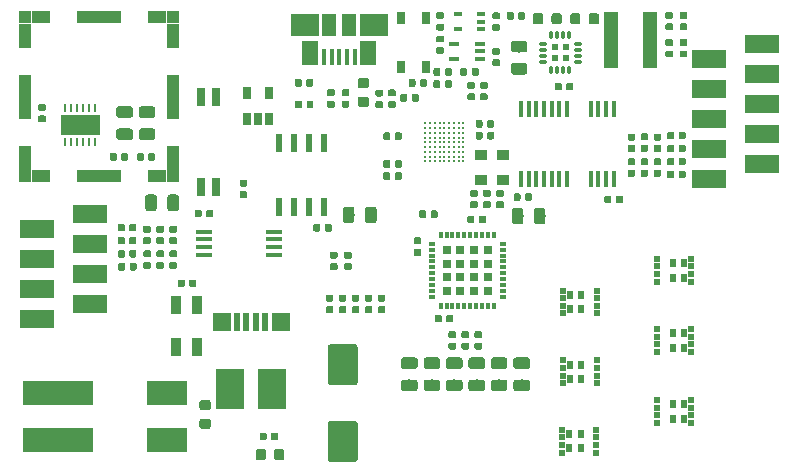
<source format=gbr>
G04 #@! TF.GenerationSoftware,KiCad,Pcbnew,5.0.2-bee76a0~70~ubuntu18.04.1*
G04 #@! TF.CreationDate,2020-05-08T14:17:04+02:00*
G04 #@! TF.ProjectId,board,626f6172-642e-46b6-9963-61645f706362,rev?*
G04 #@! TF.SameCoordinates,Original*
G04 #@! TF.FileFunction,Paste,Top*
G04 #@! TF.FilePolarity,Positive*
%FSLAX46Y46*%
G04 Gerber Fmt 4.6, Leading zero omitted, Abs format (unit mm)*
G04 Created by KiCad (PCBNEW 5.0.2-bee76a0~70~ubuntu18.04.1) date Fr 08 Mai 2020 14:17:04 CEST*
%MOMM*%
%LPD*%
G01*
G04 APERTURE LIST*
%ADD10C,0.025400*%
%ADD11R,3.300000X1.700000*%
%ADD12R,0.250000X0.700000*%
%ADD13R,0.700000X0.400000*%
%ADD14C,0.100000*%
%ADD15C,0.975000*%
%ADD16R,0.450000X1.450000*%
%ADD17R,1.180000X4.700000*%
%ADD18R,1.000000X1.000000*%
%ADD19R,1.650000X1.000000*%
%ADD20R,3.800000X1.000000*%
%ADD21R,1.000000X2.130000*%
%ADD22R,1.000000X3.800000*%
%ADD23R,3.000000X1.500000*%
%ADD24R,0.690000X0.690000*%
%ADD25R,0.500000X0.300000*%
%ADD26R,0.300000X0.500000*%
%ADD27R,0.570000X0.738000*%
%ADD28R,0.630000X0.500000*%
%ADD29C,0.590000*%
%ADD30O,0.300000X0.750000*%
%ADD31O,0.750000X0.300000*%
%ADD32R,0.540000X0.540000*%
%ADD33C,0.875000*%
%ADD34R,3.500000X2.000000*%
%ADD35R,6.000000X2.000000*%
%ADD36R,0.850000X1.600000*%
%ADD37R,1.500000X1.600000*%
%ADD38R,0.500000X1.600000*%
%ADD39R,2.400000X3.480000*%
%ADD40R,0.650000X1.060000*%
%ADD41R,1.450000X0.450000*%
%ADD42R,0.450000X1.380000*%
%ADD43R,1.475000X2.100000*%
%ADD44R,2.375000X1.900000*%
%ADD45R,1.175000X1.900000*%
%ADD46R,0.600000X1.550000*%
%ADD47R,0.650000X1.050000*%
%ADD48R,0.950000X0.450000*%
%ADD49R,1.000000X0.900000*%
%ADD50C,2.500000*%
%ADD51R,0.760000X1.600000*%
%ADD52C,0.200000*%
G04 APERTURE END LIST*
D10*
G04 #@! TO.C,U1*
G36*
X98600000Y-110771700D02*
X100101800Y-110771700D01*
X100101800Y-109168300D01*
X98600000Y-109168300D01*
X98600000Y-110771700D01*
G37*
X98600000Y-110771700D02*
X100101800Y-110771700D01*
X100101800Y-109168300D01*
X98600000Y-109168300D01*
X98600000Y-110771700D01*
G36*
X96898200Y-110771700D02*
X98400000Y-110771700D01*
X98400000Y-109168300D01*
X96898200Y-109168300D01*
X96898200Y-110771700D01*
G37*
X96898200Y-110771700D02*
X98400000Y-110771700D01*
X98400000Y-109168300D01*
X96898200Y-109168300D01*
X96898200Y-110771700D01*
G04 #@! TD*
D11*
G04 #@! TO.C,U1*
X98500000Y-109970000D03*
D12*
X97250000Y-108522200D03*
X97750000Y-108522200D03*
X98250000Y-108522200D03*
X98750000Y-108522200D03*
X99250000Y-108522200D03*
X99750000Y-108522200D03*
X99750000Y-111417800D03*
X99250000Y-111417800D03*
X98750000Y-111417800D03*
X98250000Y-111417800D03*
X97750000Y-111417800D03*
X97250000Y-111417800D03*
G04 #@! TD*
D13*
G04 #@! TO.C,U6*
X130550000Y-101900000D03*
X130550000Y-100600000D03*
X132450000Y-100600000D03*
X132450000Y-101250000D03*
X132450000Y-101900000D03*
G04 #@! TD*
G04 #@! TO.C,U6*
X130550000Y-101900000D03*
X130550000Y-100600000D03*
X132450000Y-100600000D03*
X132450000Y-101250000D03*
X132450000Y-101900000D03*
G04 #@! TD*
G04 #@! TO.C,U6*
X130550000Y-101900000D03*
X130550000Y-100600000D03*
X132450000Y-100600000D03*
X132450000Y-101250000D03*
X132450000Y-101900000D03*
G04 #@! TD*
D14*
G04 #@! TO.C,C35*
G36*
X102767142Y-108416174D02*
X102790803Y-108419684D01*
X102814007Y-108425496D01*
X102836529Y-108433554D01*
X102858153Y-108443782D01*
X102878670Y-108456079D01*
X102897883Y-108470329D01*
X102915607Y-108486393D01*
X102931671Y-108504117D01*
X102945921Y-108523330D01*
X102958218Y-108543847D01*
X102968446Y-108565471D01*
X102976504Y-108587993D01*
X102982316Y-108611197D01*
X102985826Y-108634858D01*
X102987000Y-108658750D01*
X102987000Y-109146250D01*
X102985826Y-109170142D01*
X102982316Y-109193803D01*
X102976504Y-109217007D01*
X102968446Y-109239529D01*
X102958218Y-109261153D01*
X102945921Y-109281670D01*
X102931671Y-109300883D01*
X102915607Y-109318607D01*
X102897883Y-109334671D01*
X102878670Y-109348921D01*
X102858153Y-109361218D01*
X102836529Y-109371446D01*
X102814007Y-109379504D01*
X102790803Y-109385316D01*
X102767142Y-109388826D01*
X102743250Y-109390000D01*
X101830750Y-109390000D01*
X101806858Y-109388826D01*
X101783197Y-109385316D01*
X101759993Y-109379504D01*
X101737471Y-109371446D01*
X101715847Y-109361218D01*
X101695330Y-109348921D01*
X101676117Y-109334671D01*
X101658393Y-109318607D01*
X101642329Y-109300883D01*
X101628079Y-109281670D01*
X101615782Y-109261153D01*
X101605554Y-109239529D01*
X101597496Y-109217007D01*
X101591684Y-109193803D01*
X101588174Y-109170142D01*
X101587000Y-109146250D01*
X101587000Y-108658750D01*
X101588174Y-108634858D01*
X101591684Y-108611197D01*
X101597496Y-108587993D01*
X101605554Y-108565471D01*
X101615782Y-108543847D01*
X101628079Y-108523330D01*
X101642329Y-108504117D01*
X101658393Y-108486393D01*
X101676117Y-108470329D01*
X101695330Y-108456079D01*
X101715847Y-108443782D01*
X101737471Y-108433554D01*
X101759993Y-108425496D01*
X101783197Y-108419684D01*
X101806858Y-108416174D01*
X101830750Y-108415000D01*
X102743250Y-108415000D01*
X102767142Y-108416174D01*
X102767142Y-108416174D01*
G37*
D15*
X102287000Y-108902500D03*
D14*
G36*
X102767142Y-110291174D02*
X102790803Y-110294684D01*
X102814007Y-110300496D01*
X102836529Y-110308554D01*
X102858153Y-110318782D01*
X102878670Y-110331079D01*
X102897883Y-110345329D01*
X102915607Y-110361393D01*
X102931671Y-110379117D01*
X102945921Y-110398330D01*
X102958218Y-110418847D01*
X102968446Y-110440471D01*
X102976504Y-110462993D01*
X102982316Y-110486197D01*
X102985826Y-110509858D01*
X102987000Y-110533750D01*
X102987000Y-111021250D01*
X102985826Y-111045142D01*
X102982316Y-111068803D01*
X102976504Y-111092007D01*
X102968446Y-111114529D01*
X102958218Y-111136153D01*
X102945921Y-111156670D01*
X102931671Y-111175883D01*
X102915607Y-111193607D01*
X102897883Y-111209671D01*
X102878670Y-111223921D01*
X102858153Y-111236218D01*
X102836529Y-111246446D01*
X102814007Y-111254504D01*
X102790803Y-111260316D01*
X102767142Y-111263826D01*
X102743250Y-111265000D01*
X101830750Y-111265000D01*
X101806858Y-111263826D01*
X101783197Y-111260316D01*
X101759993Y-111254504D01*
X101737471Y-111246446D01*
X101715847Y-111236218D01*
X101695330Y-111223921D01*
X101676117Y-111209671D01*
X101658393Y-111193607D01*
X101642329Y-111175883D01*
X101628079Y-111156670D01*
X101615782Y-111136153D01*
X101605554Y-111114529D01*
X101597496Y-111092007D01*
X101591684Y-111068803D01*
X101588174Y-111045142D01*
X101587000Y-111021250D01*
X101587000Y-110533750D01*
X101588174Y-110509858D01*
X101591684Y-110486197D01*
X101597496Y-110462993D01*
X101605554Y-110440471D01*
X101615782Y-110418847D01*
X101628079Y-110398330D01*
X101642329Y-110379117D01*
X101658393Y-110361393D01*
X101676117Y-110345329D01*
X101695330Y-110331079D01*
X101715847Y-110318782D01*
X101737471Y-110308554D01*
X101759993Y-110300496D01*
X101783197Y-110294684D01*
X101806858Y-110291174D01*
X101830750Y-110290000D01*
X102743250Y-110290000D01*
X102767142Y-110291174D01*
X102767142Y-110291174D01*
G37*
D15*
X102287000Y-110777500D03*
G04 #@! TD*
D16*
G04 #@! TO.C,U11*
X139750000Y-108650000D03*
X139100000Y-108650000D03*
X138450000Y-108650000D03*
X137800000Y-108650000D03*
X137150000Y-108650000D03*
X136500000Y-108650000D03*
X135850000Y-108650000D03*
X135850000Y-114550000D03*
X136500000Y-114550000D03*
X137150000Y-114550000D03*
X137800000Y-114550000D03*
X138450000Y-114550000D03*
X139100000Y-114550000D03*
X139750000Y-114550000D03*
G04 #@! TD*
D17*
G04 #@! TO.C,L1*
X146805000Y-102770000D03*
X143495000Y-102770000D03*
G04 #@! TD*
D18*
G04 #@! TO.C,J10*
X93850000Y-100870000D03*
X106350000Y-100870000D03*
X106350000Y-114330000D03*
X93850000Y-114330000D03*
D19*
X95175000Y-100870000D03*
X95175000Y-114330000D03*
D20*
X100100000Y-100870000D03*
X100100000Y-114330000D03*
D19*
X105025000Y-100870000D03*
X105025000Y-114330000D03*
D21*
X93850000Y-102435000D03*
X106350000Y-102435000D03*
D22*
X93850000Y-107600000D03*
X106350000Y-107600000D03*
D21*
X93850000Y-112765000D03*
X106350000Y-112765000D03*
G04 #@! TD*
D23*
G04 #@! TO.C,J4*
X99380000Y-117525000D03*
X99380000Y-120065000D03*
X99380000Y-122605000D03*
X99380000Y-125145000D03*
X94880000Y-118795000D03*
X94880000Y-121335000D03*
X94880000Y-123875000D03*
X94880000Y-126415000D03*
G04 #@! TD*
D14*
G04 #@! TO.C,C34*
G36*
X104672142Y-108416174D02*
X104695803Y-108419684D01*
X104719007Y-108425496D01*
X104741529Y-108433554D01*
X104763153Y-108443782D01*
X104783670Y-108456079D01*
X104802883Y-108470329D01*
X104820607Y-108486393D01*
X104836671Y-108504117D01*
X104850921Y-108523330D01*
X104863218Y-108543847D01*
X104873446Y-108565471D01*
X104881504Y-108587993D01*
X104887316Y-108611197D01*
X104890826Y-108634858D01*
X104892000Y-108658750D01*
X104892000Y-109146250D01*
X104890826Y-109170142D01*
X104887316Y-109193803D01*
X104881504Y-109217007D01*
X104873446Y-109239529D01*
X104863218Y-109261153D01*
X104850921Y-109281670D01*
X104836671Y-109300883D01*
X104820607Y-109318607D01*
X104802883Y-109334671D01*
X104783670Y-109348921D01*
X104763153Y-109361218D01*
X104741529Y-109371446D01*
X104719007Y-109379504D01*
X104695803Y-109385316D01*
X104672142Y-109388826D01*
X104648250Y-109390000D01*
X103735750Y-109390000D01*
X103711858Y-109388826D01*
X103688197Y-109385316D01*
X103664993Y-109379504D01*
X103642471Y-109371446D01*
X103620847Y-109361218D01*
X103600330Y-109348921D01*
X103581117Y-109334671D01*
X103563393Y-109318607D01*
X103547329Y-109300883D01*
X103533079Y-109281670D01*
X103520782Y-109261153D01*
X103510554Y-109239529D01*
X103502496Y-109217007D01*
X103496684Y-109193803D01*
X103493174Y-109170142D01*
X103492000Y-109146250D01*
X103492000Y-108658750D01*
X103493174Y-108634858D01*
X103496684Y-108611197D01*
X103502496Y-108587993D01*
X103510554Y-108565471D01*
X103520782Y-108543847D01*
X103533079Y-108523330D01*
X103547329Y-108504117D01*
X103563393Y-108486393D01*
X103581117Y-108470329D01*
X103600330Y-108456079D01*
X103620847Y-108443782D01*
X103642471Y-108433554D01*
X103664993Y-108425496D01*
X103688197Y-108419684D01*
X103711858Y-108416174D01*
X103735750Y-108415000D01*
X104648250Y-108415000D01*
X104672142Y-108416174D01*
X104672142Y-108416174D01*
G37*
D15*
X104192000Y-108902500D03*
D14*
G36*
X104672142Y-110291174D02*
X104695803Y-110294684D01*
X104719007Y-110300496D01*
X104741529Y-110308554D01*
X104763153Y-110318782D01*
X104783670Y-110331079D01*
X104802883Y-110345329D01*
X104820607Y-110361393D01*
X104836671Y-110379117D01*
X104850921Y-110398330D01*
X104863218Y-110418847D01*
X104873446Y-110440471D01*
X104881504Y-110462993D01*
X104887316Y-110486197D01*
X104890826Y-110509858D01*
X104892000Y-110533750D01*
X104892000Y-111021250D01*
X104890826Y-111045142D01*
X104887316Y-111068803D01*
X104881504Y-111092007D01*
X104873446Y-111114529D01*
X104863218Y-111136153D01*
X104850921Y-111156670D01*
X104836671Y-111175883D01*
X104820607Y-111193607D01*
X104802883Y-111209671D01*
X104783670Y-111223921D01*
X104763153Y-111236218D01*
X104741529Y-111246446D01*
X104719007Y-111254504D01*
X104695803Y-111260316D01*
X104672142Y-111263826D01*
X104648250Y-111265000D01*
X103735750Y-111265000D01*
X103711858Y-111263826D01*
X103688197Y-111260316D01*
X103664993Y-111254504D01*
X103642471Y-111246446D01*
X103620847Y-111236218D01*
X103600330Y-111223921D01*
X103581117Y-111209671D01*
X103563393Y-111193607D01*
X103547329Y-111175883D01*
X103533079Y-111156670D01*
X103520782Y-111136153D01*
X103510554Y-111114529D01*
X103502496Y-111092007D01*
X103496684Y-111068803D01*
X103493174Y-111045142D01*
X103492000Y-111021250D01*
X103492000Y-110533750D01*
X103493174Y-110509858D01*
X103496684Y-110486197D01*
X103502496Y-110462993D01*
X103510554Y-110440471D01*
X103520782Y-110418847D01*
X103533079Y-110398330D01*
X103547329Y-110379117D01*
X103563393Y-110361393D01*
X103581117Y-110345329D01*
X103600330Y-110331079D01*
X103620847Y-110318782D01*
X103642471Y-110308554D01*
X103664993Y-110300496D01*
X103688197Y-110294684D01*
X103711858Y-110291174D01*
X103735750Y-110290000D01*
X104648250Y-110290000D01*
X104672142Y-110291174D01*
X104672142Y-110291174D01*
G37*
D15*
X104192000Y-110777500D03*
G04 #@! TD*
D14*
G04 #@! TO.C,C32*
G36*
X137705142Y-117001174D02*
X137728803Y-117004684D01*
X137752007Y-117010496D01*
X137774529Y-117018554D01*
X137796153Y-117028782D01*
X137816670Y-117041079D01*
X137835883Y-117055329D01*
X137853607Y-117071393D01*
X137869671Y-117089117D01*
X137883921Y-117108330D01*
X137896218Y-117128847D01*
X137906446Y-117150471D01*
X137914504Y-117172993D01*
X137920316Y-117196197D01*
X137923826Y-117219858D01*
X137925000Y-117243750D01*
X137925000Y-118156250D01*
X137923826Y-118180142D01*
X137920316Y-118203803D01*
X137914504Y-118227007D01*
X137906446Y-118249529D01*
X137896218Y-118271153D01*
X137883921Y-118291670D01*
X137869671Y-118310883D01*
X137853607Y-118328607D01*
X137835883Y-118344671D01*
X137816670Y-118358921D01*
X137796153Y-118371218D01*
X137774529Y-118381446D01*
X137752007Y-118389504D01*
X137728803Y-118395316D01*
X137705142Y-118398826D01*
X137681250Y-118400000D01*
X137193750Y-118400000D01*
X137169858Y-118398826D01*
X137146197Y-118395316D01*
X137122993Y-118389504D01*
X137100471Y-118381446D01*
X137078847Y-118371218D01*
X137058330Y-118358921D01*
X137039117Y-118344671D01*
X137021393Y-118328607D01*
X137005329Y-118310883D01*
X136991079Y-118291670D01*
X136978782Y-118271153D01*
X136968554Y-118249529D01*
X136960496Y-118227007D01*
X136954684Y-118203803D01*
X136951174Y-118180142D01*
X136950000Y-118156250D01*
X136950000Y-117243750D01*
X136951174Y-117219858D01*
X136954684Y-117196197D01*
X136960496Y-117172993D01*
X136968554Y-117150471D01*
X136978782Y-117128847D01*
X136991079Y-117108330D01*
X137005329Y-117089117D01*
X137021393Y-117071393D01*
X137039117Y-117055329D01*
X137058330Y-117041079D01*
X137078847Y-117028782D01*
X137100471Y-117018554D01*
X137122993Y-117010496D01*
X137146197Y-117004684D01*
X137169858Y-117001174D01*
X137193750Y-117000000D01*
X137681250Y-117000000D01*
X137705142Y-117001174D01*
X137705142Y-117001174D01*
G37*
D15*
X137437500Y-117700000D03*
D14*
G36*
X135830142Y-117001174D02*
X135853803Y-117004684D01*
X135877007Y-117010496D01*
X135899529Y-117018554D01*
X135921153Y-117028782D01*
X135941670Y-117041079D01*
X135960883Y-117055329D01*
X135978607Y-117071393D01*
X135994671Y-117089117D01*
X136008921Y-117108330D01*
X136021218Y-117128847D01*
X136031446Y-117150471D01*
X136039504Y-117172993D01*
X136045316Y-117196197D01*
X136048826Y-117219858D01*
X136050000Y-117243750D01*
X136050000Y-118156250D01*
X136048826Y-118180142D01*
X136045316Y-118203803D01*
X136039504Y-118227007D01*
X136031446Y-118249529D01*
X136021218Y-118271153D01*
X136008921Y-118291670D01*
X135994671Y-118310883D01*
X135978607Y-118328607D01*
X135960883Y-118344671D01*
X135941670Y-118358921D01*
X135921153Y-118371218D01*
X135899529Y-118381446D01*
X135877007Y-118389504D01*
X135853803Y-118395316D01*
X135830142Y-118398826D01*
X135806250Y-118400000D01*
X135318750Y-118400000D01*
X135294858Y-118398826D01*
X135271197Y-118395316D01*
X135247993Y-118389504D01*
X135225471Y-118381446D01*
X135203847Y-118371218D01*
X135183330Y-118358921D01*
X135164117Y-118344671D01*
X135146393Y-118328607D01*
X135130329Y-118310883D01*
X135116079Y-118291670D01*
X135103782Y-118271153D01*
X135093554Y-118249529D01*
X135085496Y-118227007D01*
X135079684Y-118203803D01*
X135076174Y-118180142D01*
X135075000Y-118156250D01*
X135075000Y-117243750D01*
X135076174Y-117219858D01*
X135079684Y-117196197D01*
X135085496Y-117172993D01*
X135093554Y-117150471D01*
X135103782Y-117128847D01*
X135116079Y-117108330D01*
X135130329Y-117089117D01*
X135146393Y-117071393D01*
X135164117Y-117055329D01*
X135183330Y-117041079D01*
X135203847Y-117028782D01*
X135225471Y-117018554D01*
X135247993Y-117010496D01*
X135271197Y-117004684D01*
X135294858Y-117001174D01*
X135318750Y-117000000D01*
X135806250Y-117000000D01*
X135830142Y-117001174D01*
X135830142Y-117001174D01*
G37*
D15*
X135562500Y-117700000D03*
G04 #@! TD*
D24*
G04 #@! TO.C,DRV8323H1*
X129575000Y-124025000D03*
X130725000Y-124025000D03*
X131875000Y-124025000D03*
X133025000Y-124025000D03*
X129575000Y-122875000D03*
X130725000Y-122875000D03*
X131875000Y-122875000D03*
X133025000Y-122875000D03*
X129575000Y-121725000D03*
X130725000Y-121725000D03*
X131875000Y-121725000D03*
X133025000Y-121725000D03*
X129575000Y-120575000D03*
X130725000Y-120575000D03*
X131875000Y-120575000D03*
X133025000Y-120575000D03*
D25*
X128300000Y-124550000D03*
X128300000Y-124050000D03*
X128300000Y-123550000D03*
X128300000Y-123050000D03*
X128300000Y-122550000D03*
X128300000Y-122050000D03*
X128300000Y-121550000D03*
X128300000Y-121050000D03*
X128300000Y-120550000D03*
X128300000Y-120050000D03*
D26*
X129050000Y-119300000D03*
X129550000Y-119300000D03*
X130050000Y-119300000D03*
X130550000Y-119300000D03*
X131050000Y-119300000D03*
X131550000Y-119300000D03*
X132050000Y-119300000D03*
X132550000Y-119300000D03*
X133050000Y-119300000D03*
X133550000Y-119300000D03*
D25*
X134300000Y-120050000D03*
X134300000Y-120550000D03*
X134300000Y-121050000D03*
X134300000Y-121550000D03*
X134300000Y-122050000D03*
X134300000Y-122550000D03*
X134300000Y-123050000D03*
X134300000Y-123550000D03*
X134300000Y-124050000D03*
X134300000Y-124550000D03*
D26*
X133550000Y-125300000D03*
X133050000Y-125300000D03*
X132550000Y-125300000D03*
X132050000Y-125300000D03*
X131550000Y-125300000D03*
X131050000Y-125300000D03*
X130550000Y-125300000D03*
X130050000Y-125300000D03*
X129550000Y-125300000D03*
X129050000Y-125300000D03*
G04 #@! TD*
D14*
G04 #@! TO.C,C31*
G36*
X121530142Y-116901174D02*
X121553803Y-116904684D01*
X121577007Y-116910496D01*
X121599529Y-116918554D01*
X121621153Y-116928782D01*
X121641670Y-116941079D01*
X121660883Y-116955329D01*
X121678607Y-116971393D01*
X121694671Y-116989117D01*
X121708921Y-117008330D01*
X121721218Y-117028847D01*
X121731446Y-117050471D01*
X121739504Y-117072993D01*
X121745316Y-117096197D01*
X121748826Y-117119858D01*
X121750000Y-117143750D01*
X121750000Y-118056250D01*
X121748826Y-118080142D01*
X121745316Y-118103803D01*
X121739504Y-118127007D01*
X121731446Y-118149529D01*
X121721218Y-118171153D01*
X121708921Y-118191670D01*
X121694671Y-118210883D01*
X121678607Y-118228607D01*
X121660883Y-118244671D01*
X121641670Y-118258921D01*
X121621153Y-118271218D01*
X121599529Y-118281446D01*
X121577007Y-118289504D01*
X121553803Y-118295316D01*
X121530142Y-118298826D01*
X121506250Y-118300000D01*
X121018750Y-118300000D01*
X120994858Y-118298826D01*
X120971197Y-118295316D01*
X120947993Y-118289504D01*
X120925471Y-118281446D01*
X120903847Y-118271218D01*
X120883330Y-118258921D01*
X120864117Y-118244671D01*
X120846393Y-118228607D01*
X120830329Y-118210883D01*
X120816079Y-118191670D01*
X120803782Y-118171153D01*
X120793554Y-118149529D01*
X120785496Y-118127007D01*
X120779684Y-118103803D01*
X120776174Y-118080142D01*
X120775000Y-118056250D01*
X120775000Y-117143750D01*
X120776174Y-117119858D01*
X120779684Y-117096197D01*
X120785496Y-117072993D01*
X120793554Y-117050471D01*
X120803782Y-117028847D01*
X120816079Y-117008330D01*
X120830329Y-116989117D01*
X120846393Y-116971393D01*
X120864117Y-116955329D01*
X120883330Y-116941079D01*
X120903847Y-116928782D01*
X120925471Y-116918554D01*
X120947993Y-116910496D01*
X120971197Y-116904684D01*
X120994858Y-116901174D01*
X121018750Y-116900000D01*
X121506250Y-116900000D01*
X121530142Y-116901174D01*
X121530142Y-116901174D01*
G37*
D15*
X121262500Y-117600000D03*
D14*
G36*
X123405142Y-116901174D02*
X123428803Y-116904684D01*
X123452007Y-116910496D01*
X123474529Y-116918554D01*
X123496153Y-116928782D01*
X123516670Y-116941079D01*
X123535883Y-116955329D01*
X123553607Y-116971393D01*
X123569671Y-116989117D01*
X123583921Y-117008330D01*
X123596218Y-117028847D01*
X123606446Y-117050471D01*
X123614504Y-117072993D01*
X123620316Y-117096197D01*
X123623826Y-117119858D01*
X123625000Y-117143750D01*
X123625000Y-118056250D01*
X123623826Y-118080142D01*
X123620316Y-118103803D01*
X123614504Y-118127007D01*
X123606446Y-118149529D01*
X123596218Y-118171153D01*
X123583921Y-118191670D01*
X123569671Y-118210883D01*
X123553607Y-118228607D01*
X123535883Y-118244671D01*
X123516670Y-118258921D01*
X123496153Y-118271218D01*
X123474529Y-118281446D01*
X123452007Y-118289504D01*
X123428803Y-118295316D01*
X123405142Y-118298826D01*
X123381250Y-118300000D01*
X122893750Y-118300000D01*
X122869858Y-118298826D01*
X122846197Y-118295316D01*
X122822993Y-118289504D01*
X122800471Y-118281446D01*
X122778847Y-118271218D01*
X122758330Y-118258921D01*
X122739117Y-118244671D01*
X122721393Y-118228607D01*
X122705329Y-118210883D01*
X122691079Y-118191670D01*
X122678782Y-118171153D01*
X122668554Y-118149529D01*
X122660496Y-118127007D01*
X122654684Y-118103803D01*
X122651174Y-118080142D01*
X122650000Y-118056250D01*
X122650000Y-117143750D01*
X122651174Y-117119858D01*
X122654684Y-117096197D01*
X122660496Y-117072993D01*
X122668554Y-117050471D01*
X122678782Y-117028847D01*
X122691079Y-117008330D01*
X122705329Y-116989117D01*
X122721393Y-116971393D01*
X122739117Y-116955329D01*
X122758330Y-116941079D01*
X122778847Y-116928782D01*
X122800471Y-116918554D01*
X122822993Y-116910496D01*
X122846197Y-116904684D01*
X122869858Y-116901174D01*
X122893750Y-116900000D01*
X123381250Y-116900000D01*
X123405142Y-116901174D01*
X123405142Y-116901174D01*
G37*
D15*
X123137500Y-117600000D03*
G04 #@! TD*
D16*
G04 #@! TO.C,U2*
X143695000Y-108640000D03*
X143045000Y-108640000D03*
X142395000Y-108640000D03*
X141745000Y-108640000D03*
X141745000Y-114540000D03*
X142395000Y-114540000D03*
X143045000Y-114540000D03*
X143695000Y-114540000D03*
G04 #@! TD*
D27*
G04 #@! TO.C,Q2*
X140940000Y-131510000D03*
X140940000Y-130290000D03*
X139990000Y-131510000D03*
X139990000Y-130290000D03*
D28*
X139410000Y-131870000D03*
X139410000Y-131230000D03*
X139410000Y-130570000D03*
X139410000Y-129930000D03*
X142290000Y-129930000D03*
X142290000Y-130570000D03*
X142290000Y-131230000D03*
X142290000Y-131870000D03*
G04 #@! TD*
D14*
G04 #@! TO.C,R25*
G36*
X120186958Y-120720710D02*
X120201276Y-120722834D01*
X120215317Y-120726351D01*
X120228946Y-120731228D01*
X120242031Y-120737417D01*
X120254447Y-120744858D01*
X120266073Y-120753481D01*
X120276798Y-120763202D01*
X120286519Y-120773927D01*
X120295142Y-120785553D01*
X120302583Y-120797969D01*
X120308772Y-120811054D01*
X120313649Y-120824683D01*
X120317166Y-120838724D01*
X120319290Y-120853042D01*
X120320000Y-120867500D01*
X120320000Y-121162500D01*
X120319290Y-121176958D01*
X120317166Y-121191276D01*
X120313649Y-121205317D01*
X120308772Y-121218946D01*
X120302583Y-121232031D01*
X120295142Y-121244447D01*
X120286519Y-121256073D01*
X120276798Y-121266798D01*
X120266073Y-121276519D01*
X120254447Y-121285142D01*
X120242031Y-121292583D01*
X120228946Y-121298772D01*
X120215317Y-121303649D01*
X120201276Y-121307166D01*
X120186958Y-121309290D01*
X120172500Y-121310000D01*
X119827500Y-121310000D01*
X119813042Y-121309290D01*
X119798724Y-121307166D01*
X119784683Y-121303649D01*
X119771054Y-121298772D01*
X119757969Y-121292583D01*
X119745553Y-121285142D01*
X119733927Y-121276519D01*
X119723202Y-121266798D01*
X119713481Y-121256073D01*
X119704858Y-121244447D01*
X119697417Y-121232031D01*
X119691228Y-121218946D01*
X119686351Y-121205317D01*
X119682834Y-121191276D01*
X119680710Y-121176958D01*
X119680000Y-121162500D01*
X119680000Y-120867500D01*
X119680710Y-120853042D01*
X119682834Y-120838724D01*
X119686351Y-120824683D01*
X119691228Y-120811054D01*
X119697417Y-120797969D01*
X119704858Y-120785553D01*
X119713481Y-120773927D01*
X119723202Y-120763202D01*
X119733927Y-120753481D01*
X119745553Y-120744858D01*
X119757969Y-120737417D01*
X119771054Y-120731228D01*
X119784683Y-120726351D01*
X119798724Y-120722834D01*
X119813042Y-120720710D01*
X119827500Y-120720000D01*
X120172500Y-120720000D01*
X120186958Y-120720710D01*
X120186958Y-120720710D01*
G37*
D29*
X120000000Y-121015000D03*
D14*
G36*
X120186958Y-121690710D02*
X120201276Y-121692834D01*
X120215317Y-121696351D01*
X120228946Y-121701228D01*
X120242031Y-121707417D01*
X120254447Y-121714858D01*
X120266073Y-121723481D01*
X120276798Y-121733202D01*
X120286519Y-121743927D01*
X120295142Y-121755553D01*
X120302583Y-121767969D01*
X120308772Y-121781054D01*
X120313649Y-121794683D01*
X120317166Y-121808724D01*
X120319290Y-121823042D01*
X120320000Y-121837500D01*
X120320000Y-122132500D01*
X120319290Y-122146958D01*
X120317166Y-122161276D01*
X120313649Y-122175317D01*
X120308772Y-122188946D01*
X120302583Y-122202031D01*
X120295142Y-122214447D01*
X120286519Y-122226073D01*
X120276798Y-122236798D01*
X120266073Y-122246519D01*
X120254447Y-122255142D01*
X120242031Y-122262583D01*
X120228946Y-122268772D01*
X120215317Y-122273649D01*
X120201276Y-122277166D01*
X120186958Y-122279290D01*
X120172500Y-122280000D01*
X119827500Y-122280000D01*
X119813042Y-122279290D01*
X119798724Y-122277166D01*
X119784683Y-122273649D01*
X119771054Y-122268772D01*
X119757969Y-122262583D01*
X119745553Y-122255142D01*
X119733927Y-122246519D01*
X119723202Y-122236798D01*
X119713481Y-122226073D01*
X119704858Y-122214447D01*
X119697417Y-122202031D01*
X119691228Y-122188946D01*
X119686351Y-122175317D01*
X119682834Y-122161276D01*
X119680710Y-122146958D01*
X119680000Y-122132500D01*
X119680000Y-121837500D01*
X119680710Y-121823042D01*
X119682834Y-121808724D01*
X119686351Y-121794683D01*
X119691228Y-121781054D01*
X119697417Y-121767969D01*
X119704858Y-121755553D01*
X119713481Y-121743927D01*
X119723202Y-121733202D01*
X119733927Y-121723481D01*
X119745553Y-121714858D01*
X119757969Y-121707417D01*
X119771054Y-121701228D01*
X119784683Y-121696351D01*
X119798724Y-121692834D01*
X119813042Y-121690710D01*
X119827500Y-121690000D01*
X120172500Y-121690000D01*
X120186958Y-121690710D01*
X120186958Y-121690710D01*
G37*
D29*
X120000000Y-121985000D03*
G04 #@! TD*
D14*
G04 #@! TO.C,R27*
G36*
X102446958Y-112380710D02*
X102461276Y-112382834D01*
X102475317Y-112386351D01*
X102488946Y-112391228D01*
X102502031Y-112397417D01*
X102514447Y-112404858D01*
X102526073Y-112413481D01*
X102536798Y-112423202D01*
X102546519Y-112433927D01*
X102555142Y-112445553D01*
X102562583Y-112457969D01*
X102568772Y-112471054D01*
X102573649Y-112484683D01*
X102577166Y-112498724D01*
X102579290Y-112513042D01*
X102580000Y-112527500D01*
X102580000Y-112872500D01*
X102579290Y-112886958D01*
X102577166Y-112901276D01*
X102573649Y-112915317D01*
X102568772Y-112928946D01*
X102562583Y-112942031D01*
X102555142Y-112954447D01*
X102546519Y-112966073D01*
X102536798Y-112976798D01*
X102526073Y-112986519D01*
X102514447Y-112995142D01*
X102502031Y-113002583D01*
X102488946Y-113008772D01*
X102475317Y-113013649D01*
X102461276Y-113017166D01*
X102446958Y-113019290D01*
X102432500Y-113020000D01*
X102137500Y-113020000D01*
X102123042Y-113019290D01*
X102108724Y-113017166D01*
X102094683Y-113013649D01*
X102081054Y-113008772D01*
X102067969Y-113002583D01*
X102055553Y-112995142D01*
X102043927Y-112986519D01*
X102033202Y-112976798D01*
X102023481Y-112966073D01*
X102014858Y-112954447D01*
X102007417Y-112942031D01*
X102001228Y-112928946D01*
X101996351Y-112915317D01*
X101992834Y-112901276D01*
X101990710Y-112886958D01*
X101990000Y-112872500D01*
X101990000Y-112527500D01*
X101990710Y-112513042D01*
X101992834Y-112498724D01*
X101996351Y-112484683D01*
X102001228Y-112471054D01*
X102007417Y-112457969D01*
X102014858Y-112445553D01*
X102023481Y-112433927D01*
X102033202Y-112423202D01*
X102043927Y-112413481D01*
X102055553Y-112404858D01*
X102067969Y-112397417D01*
X102081054Y-112391228D01*
X102094683Y-112386351D01*
X102108724Y-112382834D01*
X102123042Y-112380710D01*
X102137500Y-112380000D01*
X102432500Y-112380000D01*
X102446958Y-112380710D01*
X102446958Y-112380710D01*
G37*
D29*
X102285000Y-112700000D03*
D14*
G36*
X101476958Y-112380710D02*
X101491276Y-112382834D01*
X101505317Y-112386351D01*
X101518946Y-112391228D01*
X101532031Y-112397417D01*
X101544447Y-112404858D01*
X101556073Y-112413481D01*
X101566798Y-112423202D01*
X101576519Y-112433927D01*
X101585142Y-112445553D01*
X101592583Y-112457969D01*
X101598772Y-112471054D01*
X101603649Y-112484683D01*
X101607166Y-112498724D01*
X101609290Y-112513042D01*
X101610000Y-112527500D01*
X101610000Y-112872500D01*
X101609290Y-112886958D01*
X101607166Y-112901276D01*
X101603649Y-112915317D01*
X101598772Y-112928946D01*
X101592583Y-112942031D01*
X101585142Y-112954447D01*
X101576519Y-112966073D01*
X101566798Y-112976798D01*
X101556073Y-112986519D01*
X101544447Y-112995142D01*
X101532031Y-113002583D01*
X101518946Y-113008772D01*
X101505317Y-113013649D01*
X101491276Y-113017166D01*
X101476958Y-113019290D01*
X101462500Y-113020000D01*
X101167500Y-113020000D01*
X101153042Y-113019290D01*
X101138724Y-113017166D01*
X101124683Y-113013649D01*
X101111054Y-113008772D01*
X101097969Y-113002583D01*
X101085553Y-112995142D01*
X101073927Y-112986519D01*
X101063202Y-112976798D01*
X101053481Y-112966073D01*
X101044858Y-112954447D01*
X101037417Y-112942031D01*
X101031228Y-112928946D01*
X101026351Y-112915317D01*
X101022834Y-112901276D01*
X101020710Y-112886958D01*
X101020000Y-112872500D01*
X101020000Y-112527500D01*
X101020710Y-112513042D01*
X101022834Y-112498724D01*
X101026351Y-112484683D01*
X101031228Y-112471054D01*
X101037417Y-112457969D01*
X101044858Y-112445553D01*
X101053481Y-112433927D01*
X101063202Y-112423202D01*
X101073927Y-112413481D01*
X101085553Y-112404858D01*
X101097969Y-112397417D01*
X101111054Y-112391228D01*
X101124683Y-112386351D01*
X101138724Y-112382834D01*
X101153042Y-112380710D01*
X101167500Y-112380000D01*
X101462500Y-112380000D01*
X101476958Y-112380710D01*
X101476958Y-112380710D01*
G37*
D29*
X101315000Y-112700000D03*
G04 #@! TD*
D14*
G04 #@! TO.C,C23*
G36*
X95486958Y-109190710D02*
X95501276Y-109192834D01*
X95515317Y-109196351D01*
X95528946Y-109201228D01*
X95542031Y-109207417D01*
X95554447Y-109214858D01*
X95566073Y-109223481D01*
X95576798Y-109233202D01*
X95586519Y-109243927D01*
X95595142Y-109255553D01*
X95602583Y-109267969D01*
X95608772Y-109281054D01*
X95613649Y-109294683D01*
X95617166Y-109308724D01*
X95619290Y-109323042D01*
X95620000Y-109337500D01*
X95620000Y-109632500D01*
X95619290Y-109646958D01*
X95617166Y-109661276D01*
X95613649Y-109675317D01*
X95608772Y-109688946D01*
X95602583Y-109702031D01*
X95595142Y-109714447D01*
X95586519Y-109726073D01*
X95576798Y-109736798D01*
X95566073Y-109746519D01*
X95554447Y-109755142D01*
X95542031Y-109762583D01*
X95528946Y-109768772D01*
X95515317Y-109773649D01*
X95501276Y-109777166D01*
X95486958Y-109779290D01*
X95472500Y-109780000D01*
X95127500Y-109780000D01*
X95113042Y-109779290D01*
X95098724Y-109777166D01*
X95084683Y-109773649D01*
X95071054Y-109768772D01*
X95057969Y-109762583D01*
X95045553Y-109755142D01*
X95033927Y-109746519D01*
X95023202Y-109736798D01*
X95013481Y-109726073D01*
X95004858Y-109714447D01*
X94997417Y-109702031D01*
X94991228Y-109688946D01*
X94986351Y-109675317D01*
X94982834Y-109661276D01*
X94980710Y-109646958D01*
X94980000Y-109632500D01*
X94980000Y-109337500D01*
X94980710Y-109323042D01*
X94982834Y-109308724D01*
X94986351Y-109294683D01*
X94991228Y-109281054D01*
X94997417Y-109267969D01*
X95004858Y-109255553D01*
X95013481Y-109243927D01*
X95023202Y-109233202D01*
X95033927Y-109223481D01*
X95045553Y-109214858D01*
X95057969Y-109207417D01*
X95071054Y-109201228D01*
X95084683Y-109196351D01*
X95098724Y-109192834D01*
X95113042Y-109190710D01*
X95127500Y-109190000D01*
X95472500Y-109190000D01*
X95486958Y-109190710D01*
X95486958Y-109190710D01*
G37*
D29*
X95300000Y-109485000D03*
D14*
G36*
X95486958Y-108220710D02*
X95501276Y-108222834D01*
X95515317Y-108226351D01*
X95528946Y-108231228D01*
X95542031Y-108237417D01*
X95554447Y-108244858D01*
X95566073Y-108253481D01*
X95576798Y-108263202D01*
X95586519Y-108273927D01*
X95595142Y-108285553D01*
X95602583Y-108297969D01*
X95608772Y-108311054D01*
X95613649Y-108324683D01*
X95617166Y-108338724D01*
X95619290Y-108353042D01*
X95620000Y-108367500D01*
X95620000Y-108662500D01*
X95619290Y-108676958D01*
X95617166Y-108691276D01*
X95613649Y-108705317D01*
X95608772Y-108718946D01*
X95602583Y-108732031D01*
X95595142Y-108744447D01*
X95586519Y-108756073D01*
X95576798Y-108766798D01*
X95566073Y-108776519D01*
X95554447Y-108785142D01*
X95542031Y-108792583D01*
X95528946Y-108798772D01*
X95515317Y-108803649D01*
X95501276Y-108807166D01*
X95486958Y-108809290D01*
X95472500Y-108810000D01*
X95127500Y-108810000D01*
X95113042Y-108809290D01*
X95098724Y-108807166D01*
X95084683Y-108803649D01*
X95071054Y-108798772D01*
X95057969Y-108792583D01*
X95045553Y-108785142D01*
X95033927Y-108776519D01*
X95023202Y-108766798D01*
X95013481Y-108756073D01*
X95004858Y-108744447D01*
X94997417Y-108732031D01*
X94991228Y-108718946D01*
X94986351Y-108705317D01*
X94982834Y-108691276D01*
X94980710Y-108676958D01*
X94980000Y-108662500D01*
X94980000Y-108367500D01*
X94980710Y-108353042D01*
X94982834Y-108338724D01*
X94986351Y-108324683D01*
X94991228Y-108311054D01*
X94997417Y-108297969D01*
X95004858Y-108285553D01*
X95013481Y-108273927D01*
X95023202Y-108263202D01*
X95033927Y-108253481D01*
X95045553Y-108244858D01*
X95057969Y-108237417D01*
X95071054Y-108231228D01*
X95084683Y-108226351D01*
X95098724Y-108222834D01*
X95113042Y-108220710D01*
X95127500Y-108220000D01*
X95472500Y-108220000D01*
X95486958Y-108220710D01*
X95486958Y-108220710D01*
G37*
D29*
X95300000Y-108515000D03*
G04 #@! TD*
D14*
G04 #@! TO.C,C21*
G36*
X128780142Y-129676174D02*
X128803803Y-129679684D01*
X128827007Y-129685496D01*
X128849529Y-129693554D01*
X128871153Y-129703782D01*
X128891670Y-129716079D01*
X128910883Y-129730329D01*
X128928607Y-129746393D01*
X128944671Y-129764117D01*
X128958921Y-129783330D01*
X128971218Y-129803847D01*
X128981446Y-129825471D01*
X128989504Y-129847993D01*
X128995316Y-129871197D01*
X128998826Y-129894858D01*
X129000000Y-129918750D01*
X129000000Y-130406250D01*
X128998826Y-130430142D01*
X128995316Y-130453803D01*
X128989504Y-130477007D01*
X128981446Y-130499529D01*
X128971218Y-130521153D01*
X128958921Y-130541670D01*
X128944671Y-130560883D01*
X128928607Y-130578607D01*
X128910883Y-130594671D01*
X128891670Y-130608921D01*
X128871153Y-130621218D01*
X128849529Y-130631446D01*
X128827007Y-130639504D01*
X128803803Y-130645316D01*
X128780142Y-130648826D01*
X128756250Y-130650000D01*
X127843750Y-130650000D01*
X127819858Y-130648826D01*
X127796197Y-130645316D01*
X127772993Y-130639504D01*
X127750471Y-130631446D01*
X127728847Y-130621218D01*
X127708330Y-130608921D01*
X127689117Y-130594671D01*
X127671393Y-130578607D01*
X127655329Y-130560883D01*
X127641079Y-130541670D01*
X127628782Y-130521153D01*
X127618554Y-130499529D01*
X127610496Y-130477007D01*
X127604684Y-130453803D01*
X127601174Y-130430142D01*
X127600000Y-130406250D01*
X127600000Y-129918750D01*
X127601174Y-129894858D01*
X127604684Y-129871197D01*
X127610496Y-129847993D01*
X127618554Y-129825471D01*
X127628782Y-129803847D01*
X127641079Y-129783330D01*
X127655329Y-129764117D01*
X127671393Y-129746393D01*
X127689117Y-129730329D01*
X127708330Y-129716079D01*
X127728847Y-129703782D01*
X127750471Y-129693554D01*
X127772993Y-129685496D01*
X127796197Y-129679684D01*
X127819858Y-129676174D01*
X127843750Y-129675000D01*
X128756250Y-129675000D01*
X128780142Y-129676174D01*
X128780142Y-129676174D01*
G37*
D15*
X128300000Y-130162500D03*
D14*
G36*
X128780142Y-131551174D02*
X128803803Y-131554684D01*
X128827007Y-131560496D01*
X128849529Y-131568554D01*
X128871153Y-131578782D01*
X128891670Y-131591079D01*
X128910883Y-131605329D01*
X128928607Y-131621393D01*
X128944671Y-131639117D01*
X128958921Y-131658330D01*
X128971218Y-131678847D01*
X128981446Y-131700471D01*
X128989504Y-131722993D01*
X128995316Y-131746197D01*
X128998826Y-131769858D01*
X129000000Y-131793750D01*
X129000000Y-132281250D01*
X128998826Y-132305142D01*
X128995316Y-132328803D01*
X128989504Y-132352007D01*
X128981446Y-132374529D01*
X128971218Y-132396153D01*
X128958921Y-132416670D01*
X128944671Y-132435883D01*
X128928607Y-132453607D01*
X128910883Y-132469671D01*
X128891670Y-132483921D01*
X128871153Y-132496218D01*
X128849529Y-132506446D01*
X128827007Y-132514504D01*
X128803803Y-132520316D01*
X128780142Y-132523826D01*
X128756250Y-132525000D01*
X127843750Y-132525000D01*
X127819858Y-132523826D01*
X127796197Y-132520316D01*
X127772993Y-132514504D01*
X127750471Y-132506446D01*
X127728847Y-132496218D01*
X127708330Y-132483921D01*
X127689117Y-132469671D01*
X127671393Y-132453607D01*
X127655329Y-132435883D01*
X127641079Y-132416670D01*
X127628782Y-132396153D01*
X127618554Y-132374529D01*
X127610496Y-132352007D01*
X127604684Y-132328803D01*
X127601174Y-132305142D01*
X127600000Y-132281250D01*
X127600000Y-131793750D01*
X127601174Y-131769858D01*
X127604684Y-131746197D01*
X127610496Y-131722993D01*
X127618554Y-131700471D01*
X127628782Y-131678847D01*
X127641079Y-131658330D01*
X127655329Y-131639117D01*
X127671393Y-131621393D01*
X127689117Y-131605329D01*
X127708330Y-131591079D01*
X127728847Y-131578782D01*
X127750471Y-131568554D01*
X127772993Y-131560496D01*
X127796197Y-131554684D01*
X127819858Y-131551174D01*
X127843750Y-131550000D01*
X128756250Y-131550000D01*
X128780142Y-131551174D01*
X128780142Y-131551174D01*
G37*
D15*
X128300000Y-132037500D03*
G04 #@! TD*
D14*
G04 #@! TO.C,C22*
G36*
X104746958Y-112380710D02*
X104761276Y-112382834D01*
X104775317Y-112386351D01*
X104788946Y-112391228D01*
X104802031Y-112397417D01*
X104814447Y-112404858D01*
X104826073Y-112413481D01*
X104836798Y-112423202D01*
X104846519Y-112433927D01*
X104855142Y-112445553D01*
X104862583Y-112457969D01*
X104868772Y-112471054D01*
X104873649Y-112484683D01*
X104877166Y-112498724D01*
X104879290Y-112513042D01*
X104880000Y-112527500D01*
X104880000Y-112872500D01*
X104879290Y-112886958D01*
X104877166Y-112901276D01*
X104873649Y-112915317D01*
X104868772Y-112928946D01*
X104862583Y-112942031D01*
X104855142Y-112954447D01*
X104846519Y-112966073D01*
X104836798Y-112976798D01*
X104826073Y-112986519D01*
X104814447Y-112995142D01*
X104802031Y-113002583D01*
X104788946Y-113008772D01*
X104775317Y-113013649D01*
X104761276Y-113017166D01*
X104746958Y-113019290D01*
X104732500Y-113020000D01*
X104437500Y-113020000D01*
X104423042Y-113019290D01*
X104408724Y-113017166D01*
X104394683Y-113013649D01*
X104381054Y-113008772D01*
X104367969Y-113002583D01*
X104355553Y-112995142D01*
X104343927Y-112986519D01*
X104333202Y-112976798D01*
X104323481Y-112966073D01*
X104314858Y-112954447D01*
X104307417Y-112942031D01*
X104301228Y-112928946D01*
X104296351Y-112915317D01*
X104292834Y-112901276D01*
X104290710Y-112886958D01*
X104290000Y-112872500D01*
X104290000Y-112527500D01*
X104290710Y-112513042D01*
X104292834Y-112498724D01*
X104296351Y-112484683D01*
X104301228Y-112471054D01*
X104307417Y-112457969D01*
X104314858Y-112445553D01*
X104323481Y-112433927D01*
X104333202Y-112423202D01*
X104343927Y-112413481D01*
X104355553Y-112404858D01*
X104367969Y-112397417D01*
X104381054Y-112391228D01*
X104394683Y-112386351D01*
X104408724Y-112382834D01*
X104423042Y-112380710D01*
X104437500Y-112380000D01*
X104732500Y-112380000D01*
X104746958Y-112380710D01*
X104746958Y-112380710D01*
G37*
D29*
X104585000Y-112700000D03*
D14*
G36*
X103776958Y-112380710D02*
X103791276Y-112382834D01*
X103805317Y-112386351D01*
X103818946Y-112391228D01*
X103832031Y-112397417D01*
X103844447Y-112404858D01*
X103856073Y-112413481D01*
X103866798Y-112423202D01*
X103876519Y-112433927D01*
X103885142Y-112445553D01*
X103892583Y-112457969D01*
X103898772Y-112471054D01*
X103903649Y-112484683D01*
X103907166Y-112498724D01*
X103909290Y-112513042D01*
X103910000Y-112527500D01*
X103910000Y-112872500D01*
X103909290Y-112886958D01*
X103907166Y-112901276D01*
X103903649Y-112915317D01*
X103898772Y-112928946D01*
X103892583Y-112942031D01*
X103885142Y-112954447D01*
X103876519Y-112966073D01*
X103866798Y-112976798D01*
X103856073Y-112986519D01*
X103844447Y-112995142D01*
X103832031Y-113002583D01*
X103818946Y-113008772D01*
X103805317Y-113013649D01*
X103791276Y-113017166D01*
X103776958Y-113019290D01*
X103762500Y-113020000D01*
X103467500Y-113020000D01*
X103453042Y-113019290D01*
X103438724Y-113017166D01*
X103424683Y-113013649D01*
X103411054Y-113008772D01*
X103397969Y-113002583D01*
X103385553Y-112995142D01*
X103373927Y-112986519D01*
X103363202Y-112976798D01*
X103353481Y-112966073D01*
X103344858Y-112954447D01*
X103337417Y-112942031D01*
X103331228Y-112928946D01*
X103326351Y-112915317D01*
X103322834Y-112901276D01*
X103320710Y-112886958D01*
X103320000Y-112872500D01*
X103320000Y-112527500D01*
X103320710Y-112513042D01*
X103322834Y-112498724D01*
X103326351Y-112484683D01*
X103331228Y-112471054D01*
X103337417Y-112457969D01*
X103344858Y-112445553D01*
X103353481Y-112433927D01*
X103363202Y-112423202D01*
X103373927Y-112413481D01*
X103385553Y-112404858D01*
X103397969Y-112397417D01*
X103411054Y-112391228D01*
X103424683Y-112386351D01*
X103438724Y-112382834D01*
X103453042Y-112380710D01*
X103467500Y-112380000D01*
X103762500Y-112380000D01*
X103776958Y-112380710D01*
X103776958Y-112380710D01*
G37*
D29*
X103615000Y-112700000D03*
G04 #@! TD*
D14*
G04 #@! TO.C,C19*
G36*
X134480142Y-131551174D02*
X134503803Y-131554684D01*
X134527007Y-131560496D01*
X134549529Y-131568554D01*
X134571153Y-131578782D01*
X134591670Y-131591079D01*
X134610883Y-131605329D01*
X134628607Y-131621393D01*
X134644671Y-131639117D01*
X134658921Y-131658330D01*
X134671218Y-131678847D01*
X134681446Y-131700471D01*
X134689504Y-131722993D01*
X134695316Y-131746197D01*
X134698826Y-131769858D01*
X134700000Y-131793750D01*
X134700000Y-132281250D01*
X134698826Y-132305142D01*
X134695316Y-132328803D01*
X134689504Y-132352007D01*
X134681446Y-132374529D01*
X134671218Y-132396153D01*
X134658921Y-132416670D01*
X134644671Y-132435883D01*
X134628607Y-132453607D01*
X134610883Y-132469671D01*
X134591670Y-132483921D01*
X134571153Y-132496218D01*
X134549529Y-132506446D01*
X134527007Y-132514504D01*
X134503803Y-132520316D01*
X134480142Y-132523826D01*
X134456250Y-132525000D01*
X133543750Y-132525000D01*
X133519858Y-132523826D01*
X133496197Y-132520316D01*
X133472993Y-132514504D01*
X133450471Y-132506446D01*
X133428847Y-132496218D01*
X133408330Y-132483921D01*
X133389117Y-132469671D01*
X133371393Y-132453607D01*
X133355329Y-132435883D01*
X133341079Y-132416670D01*
X133328782Y-132396153D01*
X133318554Y-132374529D01*
X133310496Y-132352007D01*
X133304684Y-132328803D01*
X133301174Y-132305142D01*
X133300000Y-132281250D01*
X133300000Y-131793750D01*
X133301174Y-131769858D01*
X133304684Y-131746197D01*
X133310496Y-131722993D01*
X133318554Y-131700471D01*
X133328782Y-131678847D01*
X133341079Y-131658330D01*
X133355329Y-131639117D01*
X133371393Y-131621393D01*
X133389117Y-131605329D01*
X133408330Y-131591079D01*
X133428847Y-131578782D01*
X133450471Y-131568554D01*
X133472993Y-131560496D01*
X133496197Y-131554684D01*
X133519858Y-131551174D01*
X133543750Y-131550000D01*
X134456250Y-131550000D01*
X134480142Y-131551174D01*
X134480142Y-131551174D01*
G37*
D15*
X134000000Y-132037500D03*
D14*
G36*
X134480142Y-129676174D02*
X134503803Y-129679684D01*
X134527007Y-129685496D01*
X134549529Y-129693554D01*
X134571153Y-129703782D01*
X134591670Y-129716079D01*
X134610883Y-129730329D01*
X134628607Y-129746393D01*
X134644671Y-129764117D01*
X134658921Y-129783330D01*
X134671218Y-129803847D01*
X134681446Y-129825471D01*
X134689504Y-129847993D01*
X134695316Y-129871197D01*
X134698826Y-129894858D01*
X134700000Y-129918750D01*
X134700000Y-130406250D01*
X134698826Y-130430142D01*
X134695316Y-130453803D01*
X134689504Y-130477007D01*
X134681446Y-130499529D01*
X134671218Y-130521153D01*
X134658921Y-130541670D01*
X134644671Y-130560883D01*
X134628607Y-130578607D01*
X134610883Y-130594671D01*
X134591670Y-130608921D01*
X134571153Y-130621218D01*
X134549529Y-130631446D01*
X134527007Y-130639504D01*
X134503803Y-130645316D01*
X134480142Y-130648826D01*
X134456250Y-130650000D01*
X133543750Y-130650000D01*
X133519858Y-130648826D01*
X133496197Y-130645316D01*
X133472993Y-130639504D01*
X133450471Y-130631446D01*
X133428847Y-130621218D01*
X133408330Y-130608921D01*
X133389117Y-130594671D01*
X133371393Y-130578607D01*
X133355329Y-130560883D01*
X133341079Y-130541670D01*
X133328782Y-130521153D01*
X133318554Y-130499529D01*
X133310496Y-130477007D01*
X133304684Y-130453803D01*
X133301174Y-130430142D01*
X133300000Y-130406250D01*
X133300000Y-129918750D01*
X133301174Y-129894858D01*
X133304684Y-129871197D01*
X133310496Y-129847993D01*
X133318554Y-129825471D01*
X133328782Y-129803847D01*
X133341079Y-129783330D01*
X133355329Y-129764117D01*
X133371393Y-129746393D01*
X133389117Y-129730329D01*
X133408330Y-129716079D01*
X133428847Y-129703782D01*
X133450471Y-129693554D01*
X133472993Y-129685496D01*
X133496197Y-129679684D01*
X133519858Y-129676174D01*
X133543750Y-129675000D01*
X134456250Y-129675000D01*
X134480142Y-129676174D01*
X134480142Y-129676174D01*
G37*
D15*
X134000000Y-130162500D03*
G04 #@! TD*
D14*
G04 #@! TO.C,C18*
G36*
X132580142Y-129676174D02*
X132603803Y-129679684D01*
X132627007Y-129685496D01*
X132649529Y-129693554D01*
X132671153Y-129703782D01*
X132691670Y-129716079D01*
X132710883Y-129730329D01*
X132728607Y-129746393D01*
X132744671Y-129764117D01*
X132758921Y-129783330D01*
X132771218Y-129803847D01*
X132781446Y-129825471D01*
X132789504Y-129847993D01*
X132795316Y-129871197D01*
X132798826Y-129894858D01*
X132800000Y-129918750D01*
X132800000Y-130406250D01*
X132798826Y-130430142D01*
X132795316Y-130453803D01*
X132789504Y-130477007D01*
X132781446Y-130499529D01*
X132771218Y-130521153D01*
X132758921Y-130541670D01*
X132744671Y-130560883D01*
X132728607Y-130578607D01*
X132710883Y-130594671D01*
X132691670Y-130608921D01*
X132671153Y-130621218D01*
X132649529Y-130631446D01*
X132627007Y-130639504D01*
X132603803Y-130645316D01*
X132580142Y-130648826D01*
X132556250Y-130650000D01*
X131643750Y-130650000D01*
X131619858Y-130648826D01*
X131596197Y-130645316D01*
X131572993Y-130639504D01*
X131550471Y-130631446D01*
X131528847Y-130621218D01*
X131508330Y-130608921D01*
X131489117Y-130594671D01*
X131471393Y-130578607D01*
X131455329Y-130560883D01*
X131441079Y-130541670D01*
X131428782Y-130521153D01*
X131418554Y-130499529D01*
X131410496Y-130477007D01*
X131404684Y-130453803D01*
X131401174Y-130430142D01*
X131400000Y-130406250D01*
X131400000Y-129918750D01*
X131401174Y-129894858D01*
X131404684Y-129871197D01*
X131410496Y-129847993D01*
X131418554Y-129825471D01*
X131428782Y-129803847D01*
X131441079Y-129783330D01*
X131455329Y-129764117D01*
X131471393Y-129746393D01*
X131489117Y-129730329D01*
X131508330Y-129716079D01*
X131528847Y-129703782D01*
X131550471Y-129693554D01*
X131572993Y-129685496D01*
X131596197Y-129679684D01*
X131619858Y-129676174D01*
X131643750Y-129675000D01*
X132556250Y-129675000D01*
X132580142Y-129676174D01*
X132580142Y-129676174D01*
G37*
D15*
X132100000Y-130162500D03*
D14*
G36*
X132580142Y-131551174D02*
X132603803Y-131554684D01*
X132627007Y-131560496D01*
X132649529Y-131568554D01*
X132671153Y-131578782D01*
X132691670Y-131591079D01*
X132710883Y-131605329D01*
X132728607Y-131621393D01*
X132744671Y-131639117D01*
X132758921Y-131658330D01*
X132771218Y-131678847D01*
X132781446Y-131700471D01*
X132789504Y-131722993D01*
X132795316Y-131746197D01*
X132798826Y-131769858D01*
X132800000Y-131793750D01*
X132800000Y-132281250D01*
X132798826Y-132305142D01*
X132795316Y-132328803D01*
X132789504Y-132352007D01*
X132781446Y-132374529D01*
X132771218Y-132396153D01*
X132758921Y-132416670D01*
X132744671Y-132435883D01*
X132728607Y-132453607D01*
X132710883Y-132469671D01*
X132691670Y-132483921D01*
X132671153Y-132496218D01*
X132649529Y-132506446D01*
X132627007Y-132514504D01*
X132603803Y-132520316D01*
X132580142Y-132523826D01*
X132556250Y-132525000D01*
X131643750Y-132525000D01*
X131619858Y-132523826D01*
X131596197Y-132520316D01*
X131572993Y-132514504D01*
X131550471Y-132506446D01*
X131528847Y-132496218D01*
X131508330Y-132483921D01*
X131489117Y-132469671D01*
X131471393Y-132453607D01*
X131455329Y-132435883D01*
X131441079Y-132416670D01*
X131428782Y-132396153D01*
X131418554Y-132374529D01*
X131410496Y-132352007D01*
X131404684Y-132328803D01*
X131401174Y-132305142D01*
X131400000Y-132281250D01*
X131400000Y-131793750D01*
X131401174Y-131769858D01*
X131404684Y-131746197D01*
X131410496Y-131722993D01*
X131418554Y-131700471D01*
X131428782Y-131678847D01*
X131441079Y-131658330D01*
X131455329Y-131639117D01*
X131471393Y-131621393D01*
X131489117Y-131605329D01*
X131508330Y-131591079D01*
X131528847Y-131578782D01*
X131550471Y-131568554D01*
X131572993Y-131560496D01*
X131596197Y-131554684D01*
X131619858Y-131551174D01*
X131643750Y-131550000D01*
X132556250Y-131550000D01*
X132580142Y-131551174D01*
X132580142Y-131551174D01*
G37*
D15*
X132100000Y-132037500D03*
G04 #@! TD*
D14*
G04 #@! TO.C,R24*
G36*
X121386958Y-121690710D02*
X121401276Y-121692834D01*
X121415317Y-121696351D01*
X121428946Y-121701228D01*
X121442031Y-121707417D01*
X121454447Y-121714858D01*
X121466073Y-121723481D01*
X121476798Y-121733202D01*
X121486519Y-121743927D01*
X121495142Y-121755553D01*
X121502583Y-121767969D01*
X121508772Y-121781054D01*
X121513649Y-121794683D01*
X121517166Y-121808724D01*
X121519290Y-121823042D01*
X121520000Y-121837500D01*
X121520000Y-122132500D01*
X121519290Y-122146958D01*
X121517166Y-122161276D01*
X121513649Y-122175317D01*
X121508772Y-122188946D01*
X121502583Y-122202031D01*
X121495142Y-122214447D01*
X121486519Y-122226073D01*
X121476798Y-122236798D01*
X121466073Y-122246519D01*
X121454447Y-122255142D01*
X121442031Y-122262583D01*
X121428946Y-122268772D01*
X121415317Y-122273649D01*
X121401276Y-122277166D01*
X121386958Y-122279290D01*
X121372500Y-122280000D01*
X121027500Y-122280000D01*
X121013042Y-122279290D01*
X120998724Y-122277166D01*
X120984683Y-122273649D01*
X120971054Y-122268772D01*
X120957969Y-122262583D01*
X120945553Y-122255142D01*
X120933927Y-122246519D01*
X120923202Y-122236798D01*
X120913481Y-122226073D01*
X120904858Y-122214447D01*
X120897417Y-122202031D01*
X120891228Y-122188946D01*
X120886351Y-122175317D01*
X120882834Y-122161276D01*
X120880710Y-122146958D01*
X120880000Y-122132500D01*
X120880000Y-121837500D01*
X120880710Y-121823042D01*
X120882834Y-121808724D01*
X120886351Y-121794683D01*
X120891228Y-121781054D01*
X120897417Y-121767969D01*
X120904858Y-121755553D01*
X120913481Y-121743927D01*
X120923202Y-121733202D01*
X120933927Y-121723481D01*
X120945553Y-121714858D01*
X120957969Y-121707417D01*
X120971054Y-121701228D01*
X120984683Y-121696351D01*
X120998724Y-121692834D01*
X121013042Y-121690710D01*
X121027500Y-121690000D01*
X121372500Y-121690000D01*
X121386958Y-121690710D01*
X121386958Y-121690710D01*
G37*
D29*
X121200000Y-121985000D03*
D14*
G36*
X121386958Y-120720710D02*
X121401276Y-120722834D01*
X121415317Y-120726351D01*
X121428946Y-120731228D01*
X121442031Y-120737417D01*
X121454447Y-120744858D01*
X121466073Y-120753481D01*
X121476798Y-120763202D01*
X121486519Y-120773927D01*
X121495142Y-120785553D01*
X121502583Y-120797969D01*
X121508772Y-120811054D01*
X121513649Y-120824683D01*
X121517166Y-120838724D01*
X121519290Y-120853042D01*
X121520000Y-120867500D01*
X121520000Y-121162500D01*
X121519290Y-121176958D01*
X121517166Y-121191276D01*
X121513649Y-121205317D01*
X121508772Y-121218946D01*
X121502583Y-121232031D01*
X121495142Y-121244447D01*
X121486519Y-121256073D01*
X121476798Y-121266798D01*
X121466073Y-121276519D01*
X121454447Y-121285142D01*
X121442031Y-121292583D01*
X121428946Y-121298772D01*
X121415317Y-121303649D01*
X121401276Y-121307166D01*
X121386958Y-121309290D01*
X121372500Y-121310000D01*
X121027500Y-121310000D01*
X121013042Y-121309290D01*
X120998724Y-121307166D01*
X120984683Y-121303649D01*
X120971054Y-121298772D01*
X120957969Y-121292583D01*
X120945553Y-121285142D01*
X120933927Y-121276519D01*
X120923202Y-121266798D01*
X120913481Y-121256073D01*
X120904858Y-121244447D01*
X120897417Y-121232031D01*
X120891228Y-121218946D01*
X120886351Y-121205317D01*
X120882834Y-121191276D01*
X120880710Y-121176958D01*
X120880000Y-121162500D01*
X120880000Y-120867500D01*
X120880710Y-120853042D01*
X120882834Y-120838724D01*
X120886351Y-120824683D01*
X120891228Y-120811054D01*
X120897417Y-120797969D01*
X120904858Y-120785553D01*
X120913481Y-120773927D01*
X120923202Y-120763202D01*
X120933927Y-120753481D01*
X120945553Y-120744858D01*
X120957969Y-120737417D01*
X120971054Y-120731228D01*
X120984683Y-120726351D01*
X120998724Y-120722834D01*
X121013042Y-120720710D01*
X121027500Y-120720000D01*
X121372500Y-120720000D01*
X121386958Y-120720710D01*
X121386958Y-120720710D01*
G37*
D29*
X121200000Y-121015000D03*
G04 #@! TD*
D14*
G04 #@! TO.C,C11*
G36*
X140146958Y-106430710D02*
X140161276Y-106432834D01*
X140175317Y-106436351D01*
X140188946Y-106441228D01*
X140202031Y-106447417D01*
X140214447Y-106454858D01*
X140226073Y-106463481D01*
X140236798Y-106473202D01*
X140246519Y-106483927D01*
X140255142Y-106495553D01*
X140262583Y-106507969D01*
X140268772Y-106521054D01*
X140273649Y-106534683D01*
X140277166Y-106548724D01*
X140279290Y-106563042D01*
X140280000Y-106577500D01*
X140280000Y-106922500D01*
X140279290Y-106936958D01*
X140277166Y-106951276D01*
X140273649Y-106965317D01*
X140268772Y-106978946D01*
X140262583Y-106992031D01*
X140255142Y-107004447D01*
X140246519Y-107016073D01*
X140236798Y-107026798D01*
X140226073Y-107036519D01*
X140214447Y-107045142D01*
X140202031Y-107052583D01*
X140188946Y-107058772D01*
X140175317Y-107063649D01*
X140161276Y-107067166D01*
X140146958Y-107069290D01*
X140132500Y-107070000D01*
X139837500Y-107070000D01*
X139823042Y-107069290D01*
X139808724Y-107067166D01*
X139794683Y-107063649D01*
X139781054Y-107058772D01*
X139767969Y-107052583D01*
X139755553Y-107045142D01*
X139743927Y-107036519D01*
X139733202Y-107026798D01*
X139723481Y-107016073D01*
X139714858Y-107004447D01*
X139707417Y-106992031D01*
X139701228Y-106978946D01*
X139696351Y-106965317D01*
X139692834Y-106951276D01*
X139690710Y-106936958D01*
X139690000Y-106922500D01*
X139690000Y-106577500D01*
X139690710Y-106563042D01*
X139692834Y-106548724D01*
X139696351Y-106534683D01*
X139701228Y-106521054D01*
X139707417Y-106507969D01*
X139714858Y-106495553D01*
X139723481Y-106483927D01*
X139733202Y-106473202D01*
X139743927Y-106463481D01*
X139755553Y-106454858D01*
X139767969Y-106447417D01*
X139781054Y-106441228D01*
X139794683Y-106436351D01*
X139808724Y-106432834D01*
X139823042Y-106430710D01*
X139837500Y-106430000D01*
X140132500Y-106430000D01*
X140146958Y-106430710D01*
X140146958Y-106430710D01*
G37*
D29*
X139985000Y-106750000D03*
D14*
G36*
X139176958Y-106430710D02*
X139191276Y-106432834D01*
X139205317Y-106436351D01*
X139218946Y-106441228D01*
X139232031Y-106447417D01*
X139244447Y-106454858D01*
X139256073Y-106463481D01*
X139266798Y-106473202D01*
X139276519Y-106483927D01*
X139285142Y-106495553D01*
X139292583Y-106507969D01*
X139298772Y-106521054D01*
X139303649Y-106534683D01*
X139307166Y-106548724D01*
X139309290Y-106563042D01*
X139310000Y-106577500D01*
X139310000Y-106922500D01*
X139309290Y-106936958D01*
X139307166Y-106951276D01*
X139303649Y-106965317D01*
X139298772Y-106978946D01*
X139292583Y-106992031D01*
X139285142Y-107004447D01*
X139276519Y-107016073D01*
X139266798Y-107026798D01*
X139256073Y-107036519D01*
X139244447Y-107045142D01*
X139232031Y-107052583D01*
X139218946Y-107058772D01*
X139205317Y-107063649D01*
X139191276Y-107067166D01*
X139176958Y-107069290D01*
X139162500Y-107070000D01*
X138867500Y-107070000D01*
X138853042Y-107069290D01*
X138838724Y-107067166D01*
X138824683Y-107063649D01*
X138811054Y-107058772D01*
X138797969Y-107052583D01*
X138785553Y-107045142D01*
X138773927Y-107036519D01*
X138763202Y-107026798D01*
X138753481Y-107016073D01*
X138744858Y-107004447D01*
X138737417Y-106992031D01*
X138731228Y-106978946D01*
X138726351Y-106965317D01*
X138722834Y-106951276D01*
X138720710Y-106936958D01*
X138720000Y-106922500D01*
X138720000Y-106577500D01*
X138720710Y-106563042D01*
X138722834Y-106548724D01*
X138726351Y-106534683D01*
X138731228Y-106521054D01*
X138737417Y-106507969D01*
X138744858Y-106495553D01*
X138753481Y-106483927D01*
X138763202Y-106473202D01*
X138773927Y-106463481D01*
X138785553Y-106454858D01*
X138797969Y-106447417D01*
X138811054Y-106441228D01*
X138824683Y-106436351D01*
X138838724Y-106432834D01*
X138853042Y-106430710D01*
X138867500Y-106430000D01*
X139162500Y-106430000D01*
X139176958Y-106430710D01*
X139176958Y-106430710D01*
G37*
D29*
X139015000Y-106750000D03*
G04 #@! TD*
D14*
G04 #@! TO.C,C12*
G36*
X136180142Y-102876174D02*
X136203803Y-102879684D01*
X136227007Y-102885496D01*
X136249529Y-102893554D01*
X136271153Y-102903782D01*
X136291670Y-102916079D01*
X136310883Y-102930329D01*
X136328607Y-102946393D01*
X136344671Y-102964117D01*
X136358921Y-102983330D01*
X136371218Y-103003847D01*
X136381446Y-103025471D01*
X136389504Y-103047993D01*
X136395316Y-103071197D01*
X136398826Y-103094858D01*
X136400000Y-103118750D01*
X136400000Y-103606250D01*
X136398826Y-103630142D01*
X136395316Y-103653803D01*
X136389504Y-103677007D01*
X136381446Y-103699529D01*
X136371218Y-103721153D01*
X136358921Y-103741670D01*
X136344671Y-103760883D01*
X136328607Y-103778607D01*
X136310883Y-103794671D01*
X136291670Y-103808921D01*
X136271153Y-103821218D01*
X136249529Y-103831446D01*
X136227007Y-103839504D01*
X136203803Y-103845316D01*
X136180142Y-103848826D01*
X136156250Y-103850000D01*
X135243750Y-103850000D01*
X135219858Y-103848826D01*
X135196197Y-103845316D01*
X135172993Y-103839504D01*
X135150471Y-103831446D01*
X135128847Y-103821218D01*
X135108330Y-103808921D01*
X135089117Y-103794671D01*
X135071393Y-103778607D01*
X135055329Y-103760883D01*
X135041079Y-103741670D01*
X135028782Y-103721153D01*
X135018554Y-103699529D01*
X135010496Y-103677007D01*
X135004684Y-103653803D01*
X135001174Y-103630142D01*
X135000000Y-103606250D01*
X135000000Y-103118750D01*
X135001174Y-103094858D01*
X135004684Y-103071197D01*
X135010496Y-103047993D01*
X135018554Y-103025471D01*
X135028782Y-103003847D01*
X135041079Y-102983330D01*
X135055329Y-102964117D01*
X135071393Y-102946393D01*
X135089117Y-102930329D01*
X135108330Y-102916079D01*
X135128847Y-102903782D01*
X135150471Y-102893554D01*
X135172993Y-102885496D01*
X135196197Y-102879684D01*
X135219858Y-102876174D01*
X135243750Y-102875000D01*
X136156250Y-102875000D01*
X136180142Y-102876174D01*
X136180142Y-102876174D01*
G37*
D15*
X135700000Y-103362500D03*
D14*
G36*
X136180142Y-104751174D02*
X136203803Y-104754684D01*
X136227007Y-104760496D01*
X136249529Y-104768554D01*
X136271153Y-104778782D01*
X136291670Y-104791079D01*
X136310883Y-104805329D01*
X136328607Y-104821393D01*
X136344671Y-104839117D01*
X136358921Y-104858330D01*
X136371218Y-104878847D01*
X136381446Y-104900471D01*
X136389504Y-104922993D01*
X136395316Y-104946197D01*
X136398826Y-104969858D01*
X136400000Y-104993750D01*
X136400000Y-105481250D01*
X136398826Y-105505142D01*
X136395316Y-105528803D01*
X136389504Y-105552007D01*
X136381446Y-105574529D01*
X136371218Y-105596153D01*
X136358921Y-105616670D01*
X136344671Y-105635883D01*
X136328607Y-105653607D01*
X136310883Y-105669671D01*
X136291670Y-105683921D01*
X136271153Y-105696218D01*
X136249529Y-105706446D01*
X136227007Y-105714504D01*
X136203803Y-105720316D01*
X136180142Y-105723826D01*
X136156250Y-105725000D01*
X135243750Y-105725000D01*
X135219858Y-105723826D01*
X135196197Y-105720316D01*
X135172993Y-105714504D01*
X135150471Y-105706446D01*
X135128847Y-105696218D01*
X135108330Y-105683921D01*
X135089117Y-105669671D01*
X135071393Y-105653607D01*
X135055329Y-105635883D01*
X135041079Y-105616670D01*
X135028782Y-105596153D01*
X135018554Y-105574529D01*
X135010496Y-105552007D01*
X135004684Y-105528803D01*
X135001174Y-105505142D01*
X135000000Y-105481250D01*
X135000000Y-104993750D01*
X135001174Y-104969858D01*
X135004684Y-104946197D01*
X135010496Y-104922993D01*
X135018554Y-104900471D01*
X135028782Y-104878847D01*
X135041079Y-104858330D01*
X135055329Y-104839117D01*
X135071393Y-104821393D01*
X135089117Y-104805329D01*
X135108330Y-104791079D01*
X135128847Y-104778782D01*
X135150471Y-104768554D01*
X135172993Y-104760496D01*
X135196197Y-104754684D01*
X135219858Y-104751174D01*
X135243750Y-104750000D01*
X136156250Y-104750000D01*
X136180142Y-104751174D01*
X136180142Y-104751174D01*
G37*
D15*
X135700000Y-105237500D03*
G04 #@! TD*
D30*
G04 #@! TO.C,MAX176321*
X139924999Y-102400001D03*
X139424999Y-102400001D03*
X138924999Y-102400001D03*
X138424999Y-102400001D03*
D31*
X137699999Y-103125001D03*
X137699999Y-103625001D03*
X137699999Y-104125001D03*
X137699999Y-104625001D03*
D30*
X138424999Y-105350001D03*
X138924999Y-105350001D03*
X139424999Y-105350001D03*
X139924999Y-105350001D03*
D31*
X140649999Y-104625001D03*
X140649999Y-104125001D03*
X140649999Y-103625001D03*
X140649999Y-103125001D03*
D32*
X138724999Y-104325001D03*
X139624999Y-104325001D03*
X138724999Y-103425001D03*
X139624999Y-103425001D03*
G04 #@! TD*
D14*
G04 #@! TO.C,C10*
G36*
X135096958Y-100440710D02*
X135111276Y-100442834D01*
X135125317Y-100446351D01*
X135138946Y-100451228D01*
X135152031Y-100457417D01*
X135164447Y-100464858D01*
X135176073Y-100473481D01*
X135186798Y-100483202D01*
X135196519Y-100493927D01*
X135205142Y-100505553D01*
X135212583Y-100517969D01*
X135218772Y-100531054D01*
X135223649Y-100544683D01*
X135227166Y-100558724D01*
X135229290Y-100573042D01*
X135230000Y-100587500D01*
X135230000Y-100932500D01*
X135229290Y-100946958D01*
X135227166Y-100961276D01*
X135223649Y-100975317D01*
X135218772Y-100988946D01*
X135212583Y-101002031D01*
X135205142Y-101014447D01*
X135196519Y-101026073D01*
X135186798Y-101036798D01*
X135176073Y-101046519D01*
X135164447Y-101055142D01*
X135152031Y-101062583D01*
X135138946Y-101068772D01*
X135125317Y-101073649D01*
X135111276Y-101077166D01*
X135096958Y-101079290D01*
X135082500Y-101080000D01*
X134787500Y-101080000D01*
X134773042Y-101079290D01*
X134758724Y-101077166D01*
X134744683Y-101073649D01*
X134731054Y-101068772D01*
X134717969Y-101062583D01*
X134705553Y-101055142D01*
X134693927Y-101046519D01*
X134683202Y-101036798D01*
X134673481Y-101026073D01*
X134664858Y-101014447D01*
X134657417Y-101002031D01*
X134651228Y-100988946D01*
X134646351Y-100975317D01*
X134642834Y-100961276D01*
X134640710Y-100946958D01*
X134640000Y-100932500D01*
X134640000Y-100587500D01*
X134640710Y-100573042D01*
X134642834Y-100558724D01*
X134646351Y-100544683D01*
X134651228Y-100531054D01*
X134657417Y-100517969D01*
X134664858Y-100505553D01*
X134673481Y-100493927D01*
X134683202Y-100483202D01*
X134693927Y-100473481D01*
X134705553Y-100464858D01*
X134717969Y-100457417D01*
X134731054Y-100451228D01*
X134744683Y-100446351D01*
X134758724Y-100442834D01*
X134773042Y-100440710D01*
X134787500Y-100440000D01*
X135082500Y-100440000D01*
X135096958Y-100440710D01*
X135096958Y-100440710D01*
G37*
D29*
X134935000Y-100760000D03*
D14*
G36*
X136066958Y-100440710D02*
X136081276Y-100442834D01*
X136095317Y-100446351D01*
X136108946Y-100451228D01*
X136122031Y-100457417D01*
X136134447Y-100464858D01*
X136146073Y-100473481D01*
X136156798Y-100483202D01*
X136166519Y-100493927D01*
X136175142Y-100505553D01*
X136182583Y-100517969D01*
X136188772Y-100531054D01*
X136193649Y-100544683D01*
X136197166Y-100558724D01*
X136199290Y-100573042D01*
X136200000Y-100587500D01*
X136200000Y-100932500D01*
X136199290Y-100946958D01*
X136197166Y-100961276D01*
X136193649Y-100975317D01*
X136188772Y-100988946D01*
X136182583Y-101002031D01*
X136175142Y-101014447D01*
X136166519Y-101026073D01*
X136156798Y-101036798D01*
X136146073Y-101046519D01*
X136134447Y-101055142D01*
X136122031Y-101062583D01*
X136108946Y-101068772D01*
X136095317Y-101073649D01*
X136081276Y-101077166D01*
X136066958Y-101079290D01*
X136052500Y-101080000D01*
X135757500Y-101080000D01*
X135743042Y-101079290D01*
X135728724Y-101077166D01*
X135714683Y-101073649D01*
X135701054Y-101068772D01*
X135687969Y-101062583D01*
X135675553Y-101055142D01*
X135663927Y-101046519D01*
X135653202Y-101036798D01*
X135643481Y-101026073D01*
X135634858Y-101014447D01*
X135627417Y-101002031D01*
X135621228Y-100988946D01*
X135616351Y-100975317D01*
X135612834Y-100961276D01*
X135610710Y-100946958D01*
X135610000Y-100932500D01*
X135610000Y-100587500D01*
X135610710Y-100573042D01*
X135612834Y-100558724D01*
X135616351Y-100544683D01*
X135621228Y-100531054D01*
X135627417Y-100517969D01*
X135634858Y-100505553D01*
X135643481Y-100493927D01*
X135653202Y-100483202D01*
X135663927Y-100473481D01*
X135675553Y-100464858D01*
X135687969Y-100457417D01*
X135701054Y-100451228D01*
X135714683Y-100446351D01*
X135728724Y-100442834D01*
X135743042Y-100440710D01*
X135757500Y-100440000D01*
X136052500Y-100440000D01*
X136066958Y-100440710D01*
X136066958Y-100440710D01*
G37*
D29*
X135905000Y-100760000D03*
G04 #@! TD*
D14*
G04 #@! TO.C,R17*
G36*
X145386958Y-112820710D02*
X145401276Y-112822834D01*
X145415317Y-112826351D01*
X145428946Y-112831228D01*
X145442031Y-112837417D01*
X145454447Y-112844858D01*
X145466073Y-112853481D01*
X145476798Y-112863202D01*
X145486519Y-112873927D01*
X145495142Y-112885553D01*
X145502583Y-112897969D01*
X145508772Y-112911054D01*
X145513649Y-112924683D01*
X145517166Y-112938724D01*
X145519290Y-112953042D01*
X145520000Y-112967500D01*
X145520000Y-113262500D01*
X145519290Y-113276958D01*
X145517166Y-113291276D01*
X145513649Y-113305317D01*
X145508772Y-113318946D01*
X145502583Y-113332031D01*
X145495142Y-113344447D01*
X145486519Y-113356073D01*
X145476798Y-113366798D01*
X145466073Y-113376519D01*
X145454447Y-113385142D01*
X145442031Y-113392583D01*
X145428946Y-113398772D01*
X145415317Y-113403649D01*
X145401276Y-113407166D01*
X145386958Y-113409290D01*
X145372500Y-113410000D01*
X145027500Y-113410000D01*
X145013042Y-113409290D01*
X144998724Y-113407166D01*
X144984683Y-113403649D01*
X144971054Y-113398772D01*
X144957969Y-113392583D01*
X144945553Y-113385142D01*
X144933927Y-113376519D01*
X144923202Y-113366798D01*
X144913481Y-113356073D01*
X144904858Y-113344447D01*
X144897417Y-113332031D01*
X144891228Y-113318946D01*
X144886351Y-113305317D01*
X144882834Y-113291276D01*
X144880710Y-113276958D01*
X144880000Y-113262500D01*
X144880000Y-112967500D01*
X144880710Y-112953042D01*
X144882834Y-112938724D01*
X144886351Y-112924683D01*
X144891228Y-112911054D01*
X144897417Y-112897969D01*
X144904858Y-112885553D01*
X144913481Y-112873927D01*
X144923202Y-112863202D01*
X144933927Y-112853481D01*
X144945553Y-112844858D01*
X144957969Y-112837417D01*
X144971054Y-112831228D01*
X144984683Y-112826351D01*
X144998724Y-112822834D01*
X145013042Y-112820710D01*
X145027500Y-112820000D01*
X145372500Y-112820000D01*
X145386958Y-112820710D01*
X145386958Y-112820710D01*
G37*
D29*
X145200000Y-113115000D03*
D14*
G36*
X145386958Y-113790710D02*
X145401276Y-113792834D01*
X145415317Y-113796351D01*
X145428946Y-113801228D01*
X145442031Y-113807417D01*
X145454447Y-113814858D01*
X145466073Y-113823481D01*
X145476798Y-113833202D01*
X145486519Y-113843927D01*
X145495142Y-113855553D01*
X145502583Y-113867969D01*
X145508772Y-113881054D01*
X145513649Y-113894683D01*
X145517166Y-113908724D01*
X145519290Y-113923042D01*
X145520000Y-113937500D01*
X145520000Y-114232500D01*
X145519290Y-114246958D01*
X145517166Y-114261276D01*
X145513649Y-114275317D01*
X145508772Y-114288946D01*
X145502583Y-114302031D01*
X145495142Y-114314447D01*
X145486519Y-114326073D01*
X145476798Y-114336798D01*
X145466073Y-114346519D01*
X145454447Y-114355142D01*
X145442031Y-114362583D01*
X145428946Y-114368772D01*
X145415317Y-114373649D01*
X145401276Y-114377166D01*
X145386958Y-114379290D01*
X145372500Y-114380000D01*
X145027500Y-114380000D01*
X145013042Y-114379290D01*
X144998724Y-114377166D01*
X144984683Y-114373649D01*
X144971054Y-114368772D01*
X144957969Y-114362583D01*
X144945553Y-114355142D01*
X144933927Y-114346519D01*
X144923202Y-114336798D01*
X144913481Y-114326073D01*
X144904858Y-114314447D01*
X144897417Y-114302031D01*
X144891228Y-114288946D01*
X144886351Y-114275317D01*
X144882834Y-114261276D01*
X144880710Y-114246958D01*
X144880000Y-114232500D01*
X144880000Y-113937500D01*
X144880710Y-113923042D01*
X144882834Y-113908724D01*
X144886351Y-113894683D01*
X144891228Y-113881054D01*
X144897417Y-113867969D01*
X144904858Y-113855553D01*
X144913481Y-113843927D01*
X144923202Y-113833202D01*
X144933927Y-113823481D01*
X144945553Y-113814858D01*
X144957969Y-113807417D01*
X144971054Y-113801228D01*
X144984683Y-113796351D01*
X144998724Y-113792834D01*
X145013042Y-113790710D01*
X145027500Y-113790000D01*
X145372500Y-113790000D01*
X145386958Y-113790710D01*
X145386958Y-113790710D01*
G37*
D29*
X145200000Y-114085000D03*
G04 #@! TD*
D14*
G04 #@! TO.C,R16*
G36*
X145386958Y-110720710D02*
X145401276Y-110722834D01*
X145415317Y-110726351D01*
X145428946Y-110731228D01*
X145442031Y-110737417D01*
X145454447Y-110744858D01*
X145466073Y-110753481D01*
X145476798Y-110763202D01*
X145486519Y-110773927D01*
X145495142Y-110785553D01*
X145502583Y-110797969D01*
X145508772Y-110811054D01*
X145513649Y-110824683D01*
X145517166Y-110838724D01*
X145519290Y-110853042D01*
X145520000Y-110867500D01*
X145520000Y-111162500D01*
X145519290Y-111176958D01*
X145517166Y-111191276D01*
X145513649Y-111205317D01*
X145508772Y-111218946D01*
X145502583Y-111232031D01*
X145495142Y-111244447D01*
X145486519Y-111256073D01*
X145476798Y-111266798D01*
X145466073Y-111276519D01*
X145454447Y-111285142D01*
X145442031Y-111292583D01*
X145428946Y-111298772D01*
X145415317Y-111303649D01*
X145401276Y-111307166D01*
X145386958Y-111309290D01*
X145372500Y-111310000D01*
X145027500Y-111310000D01*
X145013042Y-111309290D01*
X144998724Y-111307166D01*
X144984683Y-111303649D01*
X144971054Y-111298772D01*
X144957969Y-111292583D01*
X144945553Y-111285142D01*
X144933927Y-111276519D01*
X144923202Y-111266798D01*
X144913481Y-111256073D01*
X144904858Y-111244447D01*
X144897417Y-111232031D01*
X144891228Y-111218946D01*
X144886351Y-111205317D01*
X144882834Y-111191276D01*
X144880710Y-111176958D01*
X144880000Y-111162500D01*
X144880000Y-110867500D01*
X144880710Y-110853042D01*
X144882834Y-110838724D01*
X144886351Y-110824683D01*
X144891228Y-110811054D01*
X144897417Y-110797969D01*
X144904858Y-110785553D01*
X144913481Y-110773927D01*
X144923202Y-110763202D01*
X144933927Y-110753481D01*
X144945553Y-110744858D01*
X144957969Y-110737417D01*
X144971054Y-110731228D01*
X144984683Y-110726351D01*
X144998724Y-110722834D01*
X145013042Y-110720710D01*
X145027500Y-110720000D01*
X145372500Y-110720000D01*
X145386958Y-110720710D01*
X145386958Y-110720710D01*
G37*
D29*
X145200000Y-111015000D03*
D14*
G36*
X145386958Y-111690710D02*
X145401276Y-111692834D01*
X145415317Y-111696351D01*
X145428946Y-111701228D01*
X145442031Y-111707417D01*
X145454447Y-111714858D01*
X145466073Y-111723481D01*
X145476798Y-111733202D01*
X145486519Y-111743927D01*
X145495142Y-111755553D01*
X145502583Y-111767969D01*
X145508772Y-111781054D01*
X145513649Y-111794683D01*
X145517166Y-111808724D01*
X145519290Y-111823042D01*
X145520000Y-111837500D01*
X145520000Y-112132500D01*
X145519290Y-112146958D01*
X145517166Y-112161276D01*
X145513649Y-112175317D01*
X145508772Y-112188946D01*
X145502583Y-112202031D01*
X145495142Y-112214447D01*
X145486519Y-112226073D01*
X145476798Y-112236798D01*
X145466073Y-112246519D01*
X145454447Y-112255142D01*
X145442031Y-112262583D01*
X145428946Y-112268772D01*
X145415317Y-112273649D01*
X145401276Y-112277166D01*
X145386958Y-112279290D01*
X145372500Y-112280000D01*
X145027500Y-112280000D01*
X145013042Y-112279290D01*
X144998724Y-112277166D01*
X144984683Y-112273649D01*
X144971054Y-112268772D01*
X144957969Y-112262583D01*
X144945553Y-112255142D01*
X144933927Y-112246519D01*
X144923202Y-112236798D01*
X144913481Y-112226073D01*
X144904858Y-112214447D01*
X144897417Y-112202031D01*
X144891228Y-112188946D01*
X144886351Y-112175317D01*
X144882834Y-112161276D01*
X144880710Y-112146958D01*
X144880000Y-112132500D01*
X144880000Y-111837500D01*
X144880710Y-111823042D01*
X144882834Y-111808724D01*
X144886351Y-111794683D01*
X144891228Y-111781054D01*
X144897417Y-111767969D01*
X144904858Y-111755553D01*
X144913481Y-111743927D01*
X144923202Y-111733202D01*
X144933927Y-111723481D01*
X144945553Y-111714858D01*
X144957969Y-111707417D01*
X144971054Y-111701228D01*
X144984683Y-111696351D01*
X144998724Y-111692834D01*
X145013042Y-111690710D01*
X145027500Y-111690000D01*
X145372500Y-111690000D01*
X145386958Y-111690710D01*
X145386958Y-111690710D01*
G37*
D29*
X145200000Y-111985000D03*
G04 #@! TD*
D14*
G04 #@! TO.C,R15*
G36*
X146486958Y-113790710D02*
X146501276Y-113792834D01*
X146515317Y-113796351D01*
X146528946Y-113801228D01*
X146542031Y-113807417D01*
X146554447Y-113814858D01*
X146566073Y-113823481D01*
X146576798Y-113833202D01*
X146586519Y-113843927D01*
X146595142Y-113855553D01*
X146602583Y-113867969D01*
X146608772Y-113881054D01*
X146613649Y-113894683D01*
X146617166Y-113908724D01*
X146619290Y-113923042D01*
X146620000Y-113937500D01*
X146620000Y-114232500D01*
X146619290Y-114246958D01*
X146617166Y-114261276D01*
X146613649Y-114275317D01*
X146608772Y-114288946D01*
X146602583Y-114302031D01*
X146595142Y-114314447D01*
X146586519Y-114326073D01*
X146576798Y-114336798D01*
X146566073Y-114346519D01*
X146554447Y-114355142D01*
X146542031Y-114362583D01*
X146528946Y-114368772D01*
X146515317Y-114373649D01*
X146501276Y-114377166D01*
X146486958Y-114379290D01*
X146472500Y-114380000D01*
X146127500Y-114380000D01*
X146113042Y-114379290D01*
X146098724Y-114377166D01*
X146084683Y-114373649D01*
X146071054Y-114368772D01*
X146057969Y-114362583D01*
X146045553Y-114355142D01*
X146033927Y-114346519D01*
X146023202Y-114336798D01*
X146013481Y-114326073D01*
X146004858Y-114314447D01*
X145997417Y-114302031D01*
X145991228Y-114288946D01*
X145986351Y-114275317D01*
X145982834Y-114261276D01*
X145980710Y-114246958D01*
X145980000Y-114232500D01*
X145980000Y-113937500D01*
X145980710Y-113923042D01*
X145982834Y-113908724D01*
X145986351Y-113894683D01*
X145991228Y-113881054D01*
X145997417Y-113867969D01*
X146004858Y-113855553D01*
X146013481Y-113843927D01*
X146023202Y-113833202D01*
X146033927Y-113823481D01*
X146045553Y-113814858D01*
X146057969Y-113807417D01*
X146071054Y-113801228D01*
X146084683Y-113796351D01*
X146098724Y-113792834D01*
X146113042Y-113790710D01*
X146127500Y-113790000D01*
X146472500Y-113790000D01*
X146486958Y-113790710D01*
X146486958Y-113790710D01*
G37*
D29*
X146300000Y-114085000D03*
D14*
G36*
X146486958Y-112820710D02*
X146501276Y-112822834D01*
X146515317Y-112826351D01*
X146528946Y-112831228D01*
X146542031Y-112837417D01*
X146554447Y-112844858D01*
X146566073Y-112853481D01*
X146576798Y-112863202D01*
X146586519Y-112873927D01*
X146595142Y-112885553D01*
X146602583Y-112897969D01*
X146608772Y-112911054D01*
X146613649Y-112924683D01*
X146617166Y-112938724D01*
X146619290Y-112953042D01*
X146620000Y-112967500D01*
X146620000Y-113262500D01*
X146619290Y-113276958D01*
X146617166Y-113291276D01*
X146613649Y-113305317D01*
X146608772Y-113318946D01*
X146602583Y-113332031D01*
X146595142Y-113344447D01*
X146586519Y-113356073D01*
X146576798Y-113366798D01*
X146566073Y-113376519D01*
X146554447Y-113385142D01*
X146542031Y-113392583D01*
X146528946Y-113398772D01*
X146515317Y-113403649D01*
X146501276Y-113407166D01*
X146486958Y-113409290D01*
X146472500Y-113410000D01*
X146127500Y-113410000D01*
X146113042Y-113409290D01*
X146098724Y-113407166D01*
X146084683Y-113403649D01*
X146071054Y-113398772D01*
X146057969Y-113392583D01*
X146045553Y-113385142D01*
X146033927Y-113376519D01*
X146023202Y-113366798D01*
X146013481Y-113356073D01*
X146004858Y-113344447D01*
X145997417Y-113332031D01*
X145991228Y-113318946D01*
X145986351Y-113305317D01*
X145982834Y-113291276D01*
X145980710Y-113276958D01*
X145980000Y-113262500D01*
X145980000Y-112967500D01*
X145980710Y-112953042D01*
X145982834Y-112938724D01*
X145986351Y-112924683D01*
X145991228Y-112911054D01*
X145997417Y-112897969D01*
X146004858Y-112885553D01*
X146013481Y-112873927D01*
X146023202Y-112863202D01*
X146033927Y-112853481D01*
X146045553Y-112844858D01*
X146057969Y-112837417D01*
X146071054Y-112831228D01*
X146084683Y-112826351D01*
X146098724Y-112822834D01*
X146113042Y-112820710D01*
X146127500Y-112820000D01*
X146472500Y-112820000D01*
X146486958Y-112820710D01*
X146486958Y-112820710D01*
G37*
D29*
X146300000Y-113115000D03*
G04 #@! TD*
D14*
G04 #@! TO.C,R14*
G36*
X146486958Y-111674725D02*
X146501276Y-111676849D01*
X146515317Y-111680366D01*
X146528946Y-111685243D01*
X146542031Y-111691432D01*
X146554447Y-111698873D01*
X146566073Y-111707496D01*
X146576798Y-111717217D01*
X146586519Y-111727942D01*
X146595142Y-111739568D01*
X146602583Y-111751984D01*
X146608772Y-111765069D01*
X146613649Y-111778698D01*
X146617166Y-111792739D01*
X146619290Y-111807057D01*
X146620000Y-111821515D01*
X146620000Y-112116515D01*
X146619290Y-112130973D01*
X146617166Y-112145291D01*
X146613649Y-112159332D01*
X146608772Y-112172961D01*
X146602583Y-112186046D01*
X146595142Y-112198462D01*
X146586519Y-112210088D01*
X146576798Y-112220813D01*
X146566073Y-112230534D01*
X146554447Y-112239157D01*
X146542031Y-112246598D01*
X146528946Y-112252787D01*
X146515317Y-112257664D01*
X146501276Y-112261181D01*
X146486958Y-112263305D01*
X146472500Y-112264015D01*
X146127500Y-112264015D01*
X146113042Y-112263305D01*
X146098724Y-112261181D01*
X146084683Y-112257664D01*
X146071054Y-112252787D01*
X146057969Y-112246598D01*
X146045553Y-112239157D01*
X146033927Y-112230534D01*
X146023202Y-112220813D01*
X146013481Y-112210088D01*
X146004858Y-112198462D01*
X145997417Y-112186046D01*
X145991228Y-112172961D01*
X145986351Y-112159332D01*
X145982834Y-112145291D01*
X145980710Y-112130973D01*
X145980000Y-112116515D01*
X145980000Y-111821515D01*
X145980710Y-111807057D01*
X145982834Y-111792739D01*
X145986351Y-111778698D01*
X145991228Y-111765069D01*
X145997417Y-111751984D01*
X146004858Y-111739568D01*
X146013481Y-111727942D01*
X146023202Y-111717217D01*
X146033927Y-111707496D01*
X146045553Y-111698873D01*
X146057969Y-111691432D01*
X146071054Y-111685243D01*
X146084683Y-111680366D01*
X146098724Y-111676849D01*
X146113042Y-111674725D01*
X146127500Y-111674015D01*
X146472500Y-111674015D01*
X146486958Y-111674725D01*
X146486958Y-111674725D01*
G37*
D29*
X146300000Y-111969015D03*
D14*
G36*
X146486958Y-110704725D02*
X146501276Y-110706849D01*
X146515317Y-110710366D01*
X146528946Y-110715243D01*
X146542031Y-110721432D01*
X146554447Y-110728873D01*
X146566073Y-110737496D01*
X146576798Y-110747217D01*
X146586519Y-110757942D01*
X146595142Y-110769568D01*
X146602583Y-110781984D01*
X146608772Y-110795069D01*
X146613649Y-110808698D01*
X146617166Y-110822739D01*
X146619290Y-110837057D01*
X146620000Y-110851515D01*
X146620000Y-111146515D01*
X146619290Y-111160973D01*
X146617166Y-111175291D01*
X146613649Y-111189332D01*
X146608772Y-111202961D01*
X146602583Y-111216046D01*
X146595142Y-111228462D01*
X146586519Y-111240088D01*
X146576798Y-111250813D01*
X146566073Y-111260534D01*
X146554447Y-111269157D01*
X146542031Y-111276598D01*
X146528946Y-111282787D01*
X146515317Y-111287664D01*
X146501276Y-111291181D01*
X146486958Y-111293305D01*
X146472500Y-111294015D01*
X146127500Y-111294015D01*
X146113042Y-111293305D01*
X146098724Y-111291181D01*
X146084683Y-111287664D01*
X146071054Y-111282787D01*
X146057969Y-111276598D01*
X146045553Y-111269157D01*
X146033927Y-111260534D01*
X146023202Y-111250813D01*
X146013481Y-111240088D01*
X146004858Y-111228462D01*
X145997417Y-111216046D01*
X145991228Y-111202961D01*
X145986351Y-111189332D01*
X145982834Y-111175291D01*
X145980710Y-111160973D01*
X145980000Y-111146515D01*
X145980000Y-110851515D01*
X145980710Y-110837057D01*
X145982834Y-110822739D01*
X145986351Y-110808698D01*
X145991228Y-110795069D01*
X145997417Y-110781984D01*
X146004858Y-110769568D01*
X146013481Y-110757942D01*
X146023202Y-110747217D01*
X146033927Y-110737496D01*
X146045553Y-110728873D01*
X146057969Y-110721432D01*
X146071054Y-110715243D01*
X146084683Y-110710366D01*
X146098724Y-110706849D01*
X146113042Y-110704725D01*
X146127500Y-110704015D01*
X146472500Y-110704015D01*
X146486958Y-110704725D01*
X146486958Y-110704725D01*
G37*
D29*
X146300000Y-110999015D03*
G04 #@! TD*
D14*
G04 #@! TO.C,R13*
G36*
X147586958Y-113790710D02*
X147601276Y-113792834D01*
X147615317Y-113796351D01*
X147628946Y-113801228D01*
X147642031Y-113807417D01*
X147654447Y-113814858D01*
X147666073Y-113823481D01*
X147676798Y-113833202D01*
X147686519Y-113843927D01*
X147695142Y-113855553D01*
X147702583Y-113867969D01*
X147708772Y-113881054D01*
X147713649Y-113894683D01*
X147717166Y-113908724D01*
X147719290Y-113923042D01*
X147720000Y-113937500D01*
X147720000Y-114232500D01*
X147719290Y-114246958D01*
X147717166Y-114261276D01*
X147713649Y-114275317D01*
X147708772Y-114288946D01*
X147702583Y-114302031D01*
X147695142Y-114314447D01*
X147686519Y-114326073D01*
X147676798Y-114336798D01*
X147666073Y-114346519D01*
X147654447Y-114355142D01*
X147642031Y-114362583D01*
X147628946Y-114368772D01*
X147615317Y-114373649D01*
X147601276Y-114377166D01*
X147586958Y-114379290D01*
X147572500Y-114380000D01*
X147227500Y-114380000D01*
X147213042Y-114379290D01*
X147198724Y-114377166D01*
X147184683Y-114373649D01*
X147171054Y-114368772D01*
X147157969Y-114362583D01*
X147145553Y-114355142D01*
X147133927Y-114346519D01*
X147123202Y-114336798D01*
X147113481Y-114326073D01*
X147104858Y-114314447D01*
X147097417Y-114302031D01*
X147091228Y-114288946D01*
X147086351Y-114275317D01*
X147082834Y-114261276D01*
X147080710Y-114246958D01*
X147080000Y-114232500D01*
X147080000Y-113937500D01*
X147080710Y-113923042D01*
X147082834Y-113908724D01*
X147086351Y-113894683D01*
X147091228Y-113881054D01*
X147097417Y-113867969D01*
X147104858Y-113855553D01*
X147113481Y-113843927D01*
X147123202Y-113833202D01*
X147133927Y-113823481D01*
X147145553Y-113814858D01*
X147157969Y-113807417D01*
X147171054Y-113801228D01*
X147184683Y-113796351D01*
X147198724Y-113792834D01*
X147213042Y-113790710D01*
X147227500Y-113790000D01*
X147572500Y-113790000D01*
X147586958Y-113790710D01*
X147586958Y-113790710D01*
G37*
D29*
X147400000Y-114085000D03*
D14*
G36*
X147586958Y-112820710D02*
X147601276Y-112822834D01*
X147615317Y-112826351D01*
X147628946Y-112831228D01*
X147642031Y-112837417D01*
X147654447Y-112844858D01*
X147666073Y-112853481D01*
X147676798Y-112863202D01*
X147686519Y-112873927D01*
X147695142Y-112885553D01*
X147702583Y-112897969D01*
X147708772Y-112911054D01*
X147713649Y-112924683D01*
X147717166Y-112938724D01*
X147719290Y-112953042D01*
X147720000Y-112967500D01*
X147720000Y-113262500D01*
X147719290Y-113276958D01*
X147717166Y-113291276D01*
X147713649Y-113305317D01*
X147708772Y-113318946D01*
X147702583Y-113332031D01*
X147695142Y-113344447D01*
X147686519Y-113356073D01*
X147676798Y-113366798D01*
X147666073Y-113376519D01*
X147654447Y-113385142D01*
X147642031Y-113392583D01*
X147628946Y-113398772D01*
X147615317Y-113403649D01*
X147601276Y-113407166D01*
X147586958Y-113409290D01*
X147572500Y-113410000D01*
X147227500Y-113410000D01*
X147213042Y-113409290D01*
X147198724Y-113407166D01*
X147184683Y-113403649D01*
X147171054Y-113398772D01*
X147157969Y-113392583D01*
X147145553Y-113385142D01*
X147133927Y-113376519D01*
X147123202Y-113366798D01*
X147113481Y-113356073D01*
X147104858Y-113344447D01*
X147097417Y-113332031D01*
X147091228Y-113318946D01*
X147086351Y-113305317D01*
X147082834Y-113291276D01*
X147080710Y-113276958D01*
X147080000Y-113262500D01*
X147080000Y-112967500D01*
X147080710Y-112953042D01*
X147082834Y-112938724D01*
X147086351Y-112924683D01*
X147091228Y-112911054D01*
X147097417Y-112897969D01*
X147104858Y-112885553D01*
X147113481Y-112873927D01*
X147123202Y-112863202D01*
X147133927Y-112853481D01*
X147145553Y-112844858D01*
X147157969Y-112837417D01*
X147171054Y-112831228D01*
X147184683Y-112826351D01*
X147198724Y-112822834D01*
X147213042Y-112820710D01*
X147227500Y-112820000D01*
X147572500Y-112820000D01*
X147586958Y-112820710D01*
X147586958Y-112820710D01*
G37*
D29*
X147400000Y-113115000D03*
G04 #@! TD*
D14*
G04 #@! TO.C,R12*
G36*
X147586958Y-111690710D02*
X147601276Y-111692834D01*
X147615317Y-111696351D01*
X147628946Y-111701228D01*
X147642031Y-111707417D01*
X147654447Y-111714858D01*
X147666073Y-111723481D01*
X147676798Y-111733202D01*
X147686519Y-111743927D01*
X147695142Y-111755553D01*
X147702583Y-111767969D01*
X147708772Y-111781054D01*
X147713649Y-111794683D01*
X147717166Y-111808724D01*
X147719290Y-111823042D01*
X147720000Y-111837500D01*
X147720000Y-112132500D01*
X147719290Y-112146958D01*
X147717166Y-112161276D01*
X147713649Y-112175317D01*
X147708772Y-112188946D01*
X147702583Y-112202031D01*
X147695142Y-112214447D01*
X147686519Y-112226073D01*
X147676798Y-112236798D01*
X147666073Y-112246519D01*
X147654447Y-112255142D01*
X147642031Y-112262583D01*
X147628946Y-112268772D01*
X147615317Y-112273649D01*
X147601276Y-112277166D01*
X147586958Y-112279290D01*
X147572500Y-112280000D01*
X147227500Y-112280000D01*
X147213042Y-112279290D01*
X147198724Y-112277166D01*
X147184683Y-112273649D01*
X147171054Y-112268772D01*
X147157969Y-112262583D01*
X147145553Y-112255142D01*
X147133927Y-112246519D01*
X147123202Y-112236798D01*
X147113481Y-112226073D01*
X147104858Y-112214447D01*
X147097417Y-112202031D01*
X147091228Y-112188946D01*
X147086351Y-112175317D01*
X147082834Y-112161276D01*
X147080710Y-112146958D01*
X147080000Y-112132500D01*
X147080000Y-111837500D01*
X147080710Y-111823042D01*
X147082834Y-111808724D01*
X147086351Y-111794683D01*
X147091228Y-111781054D01*
X147097417Y-111767969D01*
X147104858Y-111755553D01*
X147113481Y-111743927D01*
X147123202Y-111733202D01*
X147133927Y-111723481D01*
X147145553Y-111714858D01*
X147157969Y-111707417D01*
X147171054Y-111701228D01*
X147184683Y-111696351D01*
X147198724Y-111692834D01*
X147213042Y-111690710D01*
X147227500Y-111690000D01*
X147572500Y-111690000D01*
X147586958Y-111690710D01*
X147586958Y-111690710D01*
G37*
D29*
X147400000Y-111985000D03*
D14*
G36*
X147586958Y-110720710D02*
X147601276Y-110722834D01*
X147615317Y-110726351D01*
X147628946Y-110731228D01*
X147642031Y-110737417D01*
X147654447Y-110744858D01*
X147666073Y-110753481D01*
X147676798Y-110763202D01*
X147686519Y-110773927D01*
X147695142Y-110785553D01*
X147702583Y-110797969D01*
X147708772Y-110811054D01*
X147713649Y-110824683D01*
X147717166Y-110838724D01*
X147719290Y-110853042D01*
X147720000Y-110867500D01*
X147720000Y-111162500D01*
X147719290Y-111176958D01*
X147717166Y-111191276D01*
X147713649Y-111205317D01*
X147708772Y-111218946D01*
X147702583Y-111232031D01*
X147695142Y-111244447D01*
X147686519Y-111256073D01*
X147676798Y-111266798D01*
X147666073Y-111276519D01*
X147654447Y-111285142D01*
X147642031Y-111292583D01*
X147628946Y-111298772D01*
X147615317Y-111303649D01*
X147601276Y-111307166D01*
X147586958Y-111309290D01*
X147572500Y-111310000D01*
X147227500Y-111310000D01*
X147213042Y-111309290D01*
X147198724Y-111307166D01*
X147184683Y-111303649D01*
X147171054Y-111298772D01*
X147157969Y-111292583D01*
X147145553Y-111285142D01*
X147133927Y-111276519D01*
X147123202Y-111266798D01*
X147113481Y-111256073D01*
X147104858Y-111244447D01*
X147097417Y-111232031D01*
X147091228Y-111218946D01*
X147086351Y-111205317D01*
X147082834Y-111191276D01*
X147080710Y-111176958D01*
X147080000Y-111162500D01*
X147080000Y-110867500D01*
X147080710Y-110853042D01*
X147082834Y-110838724D01*
X147086351Y-110824683D01*
X147091228Y-110811054D01*
X147097417Y-110797969D01*
X147104858Y-110785553D01*
X147113481Y-110773927D01*
X147123202Y-110763202D01*
X147133927Y-110753481D01*
X147145553Y-110744858D01*
X147157969Y-110737417D01*
X147171054Y-110731228D01*
X147184683Y-110726351D01*
X147198724Y-110722834D01*
X147213042Y-110720710D01*
X147227500Y-110720000D01*
X147572500Y-110720000D01*
X147586958Y-110720710D01*
X147586958Y-110720710D01*
G37*
D29*
X147400000Y-111015000D03*
G04 #@! TD*
D14*
G04 #@! TO.C,R11*
G36*
X148676958Y-111680710D02*
X148691276Y-111682834D01*
X148705317Y-111686351D01*
X148718946Y-111691228D01*
X148732031Y-111697417D01*
X148744447Y-111704858D01*
X148756073Y-111713481D01*
X148766798Y-111723202D01*
X148776519Y-111733927D01*
X148785142Y-111745553D01*
X148792583Y-111757969D01*
X148798772Y-111771054D01*
X148803649Y-111784683D01*
X148807166Y-111798724D01*
X148809290Y-111813042D01*
X148810000Y-111827500D01*
X148810000Y-112172500D01*
X148809290Y-112186958D01*
X148807166Y-112201276D01*
X148803649Y-112215317D01*
X148798772Y-112228946D01*
X148792583Y-112242031D01*
X148785142Y-112254447D01*
X148776519Y-112266073D01*
X148766798Y-112276798D01*
X148756073Y-112286519D01*
X148744447Y-112295142D01*
X148732031Y-112302583D01*
X148718946Y-112308772D01*
X148705317Y-112313649D01*
X148691276Y-112317166D01*
X148676958Y-112319290D01*
X148662500Y-112320000D01*
X148367500Y-112320000D01*
X148353042Y-112319290D01*
X148338724Y-112317166D01*
X148324683Y-112313649D01*
X148311054Y-112308772D01*
X148297969Y-112302583D01*
X148285553Y-112295142D01*
X148273927Y-112286519D01*
X148263202Y-112276798D01*
X148253481Y-112266073D01*
X148244858Y-112254447D01*
X148237417Y-112242031D01*
X148231228Y-112228946D01*
X148226351Y-112215317D01*
X148222834Y-112201276D01*
X148220710Y-112186958D01*
X148220000Y-112172500D01*
X148220000Y-111827500D01*
X148220710Y-111813042D01*
X148222834Y-111798724D01*
X148226351Y-111784683D01*
X148231228Y-111771054D01*
X148237417Y-111757969D01*
X148244858Y-111745553D01*
X148253481Y-111733927D01*
X148263202Y-111723202D01*
X148273927Y-111713481D01*
X148285553Y-111704858D01*
X148297969Y-111697417D01*
X148311054Y-111691228D01*
X148324683Y-111686351D01*
X148338724Y-111682834D01*
X148353042Y-111680710D01*
X148367500Y-111680000D01*
X148662500Y-111680000D01*
X148676958Y-111680710D01*
X148676958Y-111680710D01*
G37*
D29*
X148515000Y-112000000D03*
D14*
G36*
X149646958Y-111680710D02*
X149661276Y-111682834D01*
X149675317Y-111686351D01*
X149688946Y-111691228D01*
X149702031Y-111697417D01*
X149714447Y-111704858D01*
X149726073Y-111713481D01*
X149736798Y-111723202D01*
X149746519Y-111733927D01*
X149755142Y-111745553D01*
X149762583Y-111757969D01*
X149768772Y-111771054D01*
X149773649Y-111784683D01*
X149777166Y-111798724D01*
X149779290Y-111813042D01*
X149780000Y-111827500D01*
X149780000Y-112172500D01*
X149779290Y-112186958D01*
X149777166Y-112201276D01*
X149773649Y-112215317D01*
X149768772Y-112228946D01*
X149762583Y-112242031D01*
X149755142Y-112254447D01*
X149746519Y-112266073D01*
X149736798Y-112276798D01*
X149726073Y-112286519D01*
X149714447Y-112295142D01*
X149702031Y-112302583D01*
X149688946Y-112308772D01*
X149675317Y-112313649D01*
X149661276Y-112317166D01*
X149646958Y-112319290D01*
X149632500Y-112320000D01*
X149337500Y-112320000D01*
X149323042Y-112319290D01*
X149308724Y-112317166D01*
X149294683Y-112313649D01*
X149281054Y-112308772D01*
X149267969Y-112302583D01*
X149255553Y-112295142D01*
X149243927Y-112286519D01*
X149233202Y-112276798D01*
X149223481Y-112266073D01*
X149214858Y-112254447D01*
X149207417Y-112242031D01*
X149201228Y-112228946D01*
X149196351Y-112215317D01*
X149192834Y-112201276D01*
X149190710Y-112186958D01*
X149190000Y-112172500D01*
X149190000Y-111827500D01*
X149190710Y-111813042D01*
X149192834Y-111798724D01*
X149196351Y-111784683D01*
X149201228Y-111771054D01*
X149207417Y-111757969D01*
X149214858Y-111745553D01*
X149223481Y-111733927D01*
X149233202Y-111723202D01*
X149243927Y-111713481D01*
X149255553Y-111704858D01*
X149267969Y-111697417D01*
X149281054Y-111691228D01*
X149294683Y-111686351D01*
X149308724Y-111682834D01*
X149323042Y-111680710D01*
X149337500Y-111680000D01*
X149632500Y-111680000D01*
X149646958Y-111680710D01*
X149646958Y-111680710D01*
G37*
D29*
X149485000Y-112000000D03*
G04 #@! TD*
D14*
G04 #@! TO.C,R10*
G36*
X103156958Y-120580710D02*
X103171276Y-120582834D01*
X103185317Y-120586351D01*
X103198946Y-120591228D01*
X103212031Y-120597417D01*
X103224447Y-120604858D01*
X103236073Y-120613481D01*
X103246798Y-120623202D01*
X103256519Y-120633927D01*
X103265142Y-120645553D01*
X103272583Y-120657969D01*
X103278772Y-120671054D01*
X103283649Y-120684683D01*
X103287166Y-120698724D01*
X103289290Y-120713042D01*
X103290000Y-120727500D01*
X103290000Y-121072500D01*
X103289290Y-121086958D01*
X103287166Y-121101276D01*
X103283649Y-121115317D01*
X103278772Y-121128946D01*
X103272583Y-121142031D01*
X103265142Y-121154447D01*
X103256519Y-121166073D01*
X103246798Y-121176798D01*
X103236073Y-121186519D01*
X103224447Y-121195142D01*
X103212031Y-121202583D01*
X103198946Y-121208772D01*
X103185317Y-121213649D01*
X103171276Y-121217166D01*
X103156958Y-121219290D01*
X103142500Y-121220000D01*
X102847500Y-121220000D01*
X102833042Y-121219290D01*
X102818724Y-121217166D01*
X102804683Y-121213649D01*
X102791054Y-121208772D01*
X102777969Y-121202583D01*
X102765553Y-121195142D01*
X102753927Y-121186519D01*
X102743202Y-121176798D01*
X102733481Y-121166073D01*
X102724858Y-121154447D01*
X102717417Y-121142031D01*
X102711228Y-121128946D01*
X102706351Y-121115317D01*
X102702834Y-121101276D01*
X102700710Y-121086958D01*
X102700000Y-121072500D01*
X102700000Y-120727500D01*
X102700710Y-120713042D01*
X102702834Y-120698724D01*
X102706351Y-120684683D01*
X102711228Y-120671054D01*
X102717417Y-120657969D01*
X102724858Y-120645553D01*
X102733481Y-120633927D01*
X102743202Y-120623202D01*
X102753927Y-120613481D01*
X102765553Y-120604858D01*
X102777969Y-120597417D01*
X102791054Y-120591228D01*
X102804683Y-120586351D01*
X102818724Y-120582834D01*
X102833042Y-120580710D01*
X102847500Y-120580000D01*
X103142500Y-120580000D01*
X103156958Y-120580710D01*
X103156958Y-120580710D01*
G37*
D29*
X102995000Y-120900000D03*
D14*
G36*
X102186958Y-120580710D02*
X102201276Y-120582834D01*
X102215317Y-120586351D01*
X102228946Y-120591228D01*
X102242031Y-120597417D01*
X102254447Y-120604858D01*
X102266073Y-120613481D01*
X102276798Y-120623202D01*
X102286519Y-120633927D01*
X102295142Y-120645553D01*
X102302583Y-120657969D01*
X102308772Y-120671054D01*
X102313649Y-120684683D01*
X102317166Y-120698724D01*
X102319290Y-120713042D01*
X102320000Y-120727500D01*
X102320000Y-121072500D01*
X102319290Y-121086958D01*
X102317166Y-121101276D01*
X102313649Y-121115317D01*
X102308772Y-121128946D01*
X102302583Y-121142031D01*
X102295142Y-121154447D01*
X102286519Y-121166073D01*
X102276798Y-121176798D01*
X102266073Y-121186519D01*
X102254447Y-121195142D01*
X102242031Y-121202583D01*
X102228946Y-121208772D01*
X102215317Y-121213649D01*
X102201276Y-121217166D01*
X102186958Y-121219290D01*
X102172500Y-121220000D01*
X101877500Y-121220000D01*
X101863042Y-121219290D01*
X101848724Y-121217166D01*
X101834683Y-121213649D01*
X101821054Y-121208772D01*
X101807969Y-121202583D01*
X101795553Y-121195142D01*
X101783927Y-121186519D01*
X101773202Y-121176798D01*
X101763481Y-121166073D01*
X101754858Y-121154447D01*
X101747417Y-121142031D01*
X101741228Y-121128946D01*
X101736351Y-121115317D01*
X101732834Y-121101276D01*
X101730710Y-121086958D01*
X101730000Y-121072500D01*
X101730000Y-120727500D01*
X101730710Y-120713042D01*
X101732834Y-120698724D01*
X101736351Y-120684683D01*
X101741228Y-120671054D01*
X101747417Y-120657969D01*
X101754858Y-120645553D01*
X101763481Y-120633927D01*
X101773202Y-120623202D01*
X101783927Y-120613481D01*
X101795553Y-120604858D01*
X101807969Y-120597417D01*
X101821054Y-120591228D01*
X101834683Y-120586351D01*
X101848724Y-120582834D01*
X101863042Y-120580710D01*
X101877500Y-120580000D01*
X102172500Y-120580000D01*
X102186958Y-120580710D01*
X102186958Y-120580710D01*
G37*
D29*
X102025000Y-120900000D03*
G04 #@! TD*
D14*
G04 #@! TO.C,R9*
G36*
X148676958Y-113880710D02*
X148691276Y-113882834D01*
X148705317Y-113886351D01*
X148718946Y-113891228D01*
X148732031Y-113897417D01*
X148744447Y-113904858D01*
X148756073Y-113913481D01*
X148766798Y-113923202D01*
X148776519Y-113933927D01*
X148785142Y-113945553D01*
X148792583Y-113957969D01*
X148798772Y-113971054D01*
X148803649Y-113984683D01*
X148807166Y-113998724D01*
X148809290Y-114013042D01*
X148810000Y-114027500D01*
X148810000Y-114372500D01*
X148809290Y-114386958D01*
X148807166Y-114401276D01*
X148803649Y-114415317D01*
X148798772Y-114428946D01*
X148792583Y-114442031D01*
X148785142Y-114454447D01*
X148776519Y-114466073D01*
X148766798Y-114476798D01*
X148756073Y-114486519D01*
X148744447Y-114495142D01*
X148732031Y-114502583D01*
X148718946Y-114508772D01*
X148705317Y-114513649D01*
X148691276Y-114517166D01*
X148676958Y-114519290D01*
X148662500Y-114520000D01*
X148367500Y-114520000D01*
X148353042Y-114519290D01*
X148338724Y-114517166D01*
X148324683Y-114513649D01*
X148311054Y-114508772D01*
X148297969Y-114502583D01*
X148285553Y-114495142D01*
X148273927Y-114486519D01*
X148263202Y-114476798D01*
X148253481Y-114466073D01*
X148244858Y-114454447D01*
X148237417Y-114442031D01*
X148231228Y-114428946D01*
X148226351Y-114415317D01*
X148222834Y-114401276D01*
X148220710Y-114386958D01*
X148220000Y-114372500D01*
X148220000Y-114027500D01*
X148220710Y-114013042D01*
X148222834Y-113998724D01*
X148226351Y-113984683D01*
X148231228Y-113971054D01*
X148237417Y-113957969D01*
X148244858Y-113945553D01*
X148253481Y-113933927D01*
X148263202Y-113923202D01*
X148273927Y-113913481D01*
X148285553Y-113904858D01*
X148297969Y-113897417D01*
X148311054Y-113891228D01*
X148324683Y-113886351D01*
X148338724Y-113882834D01*
X148353042Y-113880710D01*
X148367500Y-113880000D01*
X148662500Y-113880000D01*
X148676958Y-113880710D01*
X148676958Y-113880710D01*
G37*
D29*
X148515000Y-114200000D03*
D14*
G36*
X149646958Y-113880710D02*
X149661276Y-113882834D01*
X149675317Y-113886351D01*
X149688946Y-113891228D01*
X149702031Y-113897417D01*
X149714447Y-113904858D01*
X149726073Y-113913481D01*
X149736798Y-113923202D01*
X149746519Y-113933927D01*
X149755142Y-113945553D01*
X149762583Y-113957969D01*
X149768772Y-113971054D01*
X149773649Y-113984683D01*
X149777166Y-113998724D01*
X149779290Y-114013042D01*
X149780000Y-114027500D01*
X149780000Y-114372500D01*
X149779290Y-114386958D01*
X149777166Y-114401276D01*
X149773649Y-114415317D01*
X149768772Y-114428946D01*
X149762583Y-114442031D01*
X149755142Y-114454447D01*
X149746519Y-114466073D01*
X149736798Y-114476798D01*
X149726073Y-114486519D01*
X149714447Y-114495142D01*
X149702031Y-114502583D01*
X149688946Y-114508772D01*
X149675317Y-114513649D01*
X149661276Y-114517166D01*
X149646958Y-114519290D01*
X149632500Y-114520000D01*
X149337500Y-114520000D01*
X149323042Y-114519290D01*
X149308724Y-114517166D01*
X149294683Y-114513649D01*
X149281054Y-114508772D01*
X149267969Y-114502583D01*
X149255553Y-114495142D01*
X149243927Y-114486519D01*
X149233202Y-114476798D01*
X149223481Y-114466073D01*
X149214858Y-114454447D01*
X149207417Y-114442031D01*
X149201228Y-114428946D01*
X149196351Y-114415317D01*
X149192834Y-114401276D01*
X149190710Y-114386958D01*
X149190000Y-114372500D01*
X149190000Y-114027500D01*
X149190710Y-114013042D01*
X149192834Y-113998724D01*
X149196351Y-113984683D01*
X149201228Y-113971054D01*
X149207417Y-113957969D01*
X149214858Y-113945553D01*
X149223481Y-113933927D01*
X149233202Y-113923202D01*
X149243927Y-113913481D01*
X149255553Y-113904858D01*
X149267969Y-113897417D01*
X149281054Y-113891228D01*
X149294683Y-113886351D01*
X149308724Y-113882834D01*
X149323042Y-113880710D01*
X149337500Y-113880000D01*
X149632500Y-113880000D01*
X149646958Y-113880710D01*
X149646958Y-113880710D01*
G37*
D29*
X149485000Y-114200000D03*
G04 #@! TD*
D14*
G04 #@! TO.C,R8*
G36*
X148676958Y-112780710D02*
X148691276Y-112782834D01*
X148705317Y-112786351D01*
X148718946Y-112791228D01*
X148732031Y-112797417D01*
X148744447Y-112804858D01*
X148756073Y-112813481D01*
X148766798Y-112823202D01*
X148776519Y-112833927D01*
X148785142Y-112845553D01*
X148792583Y-112857969D01*
X148798772Y-112871054D01*
X148803649Y-112884683D01*
X148807166Y-112898724D01*
X148809290Y-112913042D01*
X148810000Y-112927500D01*
X148810000Y-113272500D01*
X148809290Y-113286958D01*
X148807166Y-113301276D01*
X148803649Y-113315317D01*
X148798772Y-113328946D01*
X148792583Y-113342031D01*
X148785142Y-113354447D01*
X148776519Y-113366073D01*
X148766798Y-113376798D01*
X148756073Y-113386519D01*
X148744447Y-113395142D01*
X148732031Y-113402583D01*
X148718946Y-113408772D01*
X148705317Y-113413649D01*
X148691276Y-113417166D01*
X148676958Y-113419290D01*
X148662500Y-113420000D01*
X148367500Y-113420000D01*
X148353042Y-113419290D01*
X148338724Y-113417166D01*
X148324683Y-113413649D01*
X148311054Y-113408772D01*
X148297969Y-113402583D01*
X148285553Y-113395142D01*
X148273927Y-113386519D01*
X148263202Y-113376798D01*
X148253481Y-113366073D01*
X148244858Y-113354447D01*
X148237417Y-113342031D01*
X148231228Y-113328946D01*
X148226351Y-113315317D01*
X148222834Y-113301276D01*
X148220710Y-113286958D01*
X148220000Y-113272500D01*
X148220000Y-112927500D01*
X148220710Y-112913042D01*
X148222834Y-112898724D01*
X148226351Y-112884683D01*
X148231228Y-112871054D01*
X148237417Y-112857969D01*
X148244858Y-112845553D01*
X148253481Y-112833927D01*
X148263202Y-112823202D01*
X148273927Y-112813481D01*
X148285553Y-112804858D01*
X148297969Y-112797417D01*
X148311054Y-112791228D01*
X148324683Y-112786351D01*
X148338724Y-112782834D01*
X148353042Y-112780710D01*
X148367500Y-112780000D01*
X148662500Y-112780000D01*
X148676958Y-112780710D01*
X148676958Y-112780710D01*
G37*
D29*
X148515000Y-113100000D03*
D14*
G36*
X149646958Y-112780710D02*
X149661276Y-112782834D01*
X149675317Y-112786351D01*
X149688946Y-112791228D01*
X149702031Y-112797417D01*
X149714447Y-112804858D01*
X149726073Y-112813481D01*
X149736798Y-112823202D01*
X149746519Y-112833927D01*
X149755142Y-112845553D01*
X149762583Y-112857969D01*
X149768772Y-112871054D01*
X149773649Y-112884683D01*
X149777166Y-112898724D01*
X149779290Y-112913042D01*
X149780000Y-112927500D01*
X149780000Y-113272500D01*
X149779290Y-113286958D01*
X149777166Y-113301276D01*
X149773649Y-113315317D01*
X149768772Y-113328946D01*
X149762583Y-113342031D01*
X149755142Y-113354447D01*
X149746519Y-113366073D01*
X149736798Y-113376798D01*
X149726073Y-113386519D01*
X149714447Y-113395142D01*
X149702031Y-113402583D01*
X149688946Y-113408772D01*
X149675317Y-113413649D01*
X149661276Y-113417166D01*
X149646958Y-113419290D01*
X149632500Y-113420000D01*
X149337500Y-113420000D01*
X149323042Y-113419290D01*
X149308724Y-113417166D01*
X149294683Y-113413649D01*
X149281054Y-113408772D01*
X149267969Y-113402583D01*
X149255553Y-113395142D01*
X149243927Y-113386519D01*
X149233202Y-113376798D01*
X149223481Y-113366073D01*
X149214858Y-113354447D01*
X149207417Y-113342031D01*
X149201228Y-113328946D01*
X149196351Y-113315317D01*
X149192834Y-113301276D01*
X149190710Y-113286958D01*
X149190000Y-113272500D01*
X149190000Y-112927500D01*
X149190710Y-112913042D01*
X149192834Y-112898724D01*
X149196351Y-112884683D01*
X149201228Y-112871054D01*
X149207417Y-112857969D01*
X149214858Y-112845553D01*
X149223481Y-112833927D01*
X149233202Y-112823202D01*
X149243927Y-112813481D01*
X149255553Y-112804858D01*
X149267969Y-112797417D01*
X149281054Y-112791228D01*
X149294683Y-112786351D01*
X149308724Y-112782834D01*
X149323042Y-112780710D01*
X149337500Y-112780000D01*
X149632500Y-112780000D01*
X149646958Y-112780710D01*
X149646958Y-112780710D01*
G37*
D29*
X149485000Y-113100000D03*
G04 #@! TD*
D14*
G04 #@! TO.C,R7*
G36*
X148676958Y-110580710D02*
X148691276Y-110582834D01*
X148705317Y-110586351D01*
X148718946Y-110591228D01*
X148732031Y-110597417D01*
X148744447Y-110604858D01*
X148756073Y-110613481D01*
X148766798Y-110623202D01*
X148776519Y-110633927D01*
X148785142Y-110645553D01*
X148792583Y-110657969D01*
X148798772Y-110671054D01*
X148803649Y-110684683D01*
X148807166Y-110698724D01*
X148809290Y-110713042D01*
X148810000Y-110727500D01*
X148810000Y-111072500D01*
X148809290Y-111086958D01*
X148807166Y-111101276D01*
X148803649Y-111115317D01*
X148798772Y-111128946D01*
X148792583Y-111142031D01*
X148785142Y-111154447D01*
X148776519Y-111166073D01*
X148766798Y-111176798D01*
X148756073Y-111186519D01*
X148744447Y-111195142D01*
X148732031Y-111202583D01*
X148718946Y-111208772D01*
X148705317Y-111213649D01*
X148691276Y-111217166D01*
X148676958Y-111219290D01*
X148662500Y-111220000D01*
X148367500Y-111220000D01*
X148353042Y-111219290D01*
X148338724Y-111217166D01*
X148324683Y-111213649D01*
X148311054Y-111208772D01*
X148297969Y-111202583D01*
X148285553Y-111195142D01*
X148273927Y-111186519D01*
X148263202Y-111176798D01*
X148253481Y-111166073D01*
X148244858Y-111154447D01*
X148237417Y-111142031D01*
X148231228Y-111128946D01*
X148226351Y-111115317D01*
X148222834Y-111101276D01*
X148220710Y-111086958D01*
X148220000Y-111072500D01*
X148220000Y-110727500D01*
X148220710Y-110713042D01*
X148222834Y-110698724D01*
X148226351Y-110684683D01*
X148231228Y-110671054D01*
X148237417Y-110657969D01*
X148244858Y-110645553D01*
X148253481Y-110633927D01*
X148263202Y-110623202D01*
X148273927Y-110613481D01*
X148285553Y-110604858D01*
X148297969Y-110597417D01*
X148311054Y-110591228D01*
X148324683Y-110586351D01*
X148338724Y-110582834D01*
X148353042Y-110580710D01*
X148367500Y-110580000D01*
X148662500Y-110580000D01*
X148676958Y-110580710D01*
X148676958Y-110580710D01*
G37*
D29*
X148515000Y-110900000D03*
D14*
G36*
X149646958Y-110580710D02*
X149661276Y-110582834D01*
X149675317Y-110586351D01*
X149688946Y-110591228D01*
X149702031Y-110597417D01*
X149714447Y-110604858D01*
X149726073Y-110613481D01*
X149736798Y-110623202D01*
X149746519Y-110633927D01*
X149755142Y-110645553D01*
X149762583Y-110657969D01*
X149768772Y-110671054D01*
X149773649Y-110684683D01*
X149777166Y-110698724D01*
X149779290Y-110713042D01*
X149780000Y-110727500D01*
X149780000Y-111072500D01*
X149779290Y-111086958D01*
X149777166Y-111101276D01*
X149773649Y-111115317D01*
X149768772Y-111128946D01*
X149762583Y-111142031D01*
X149755142Y-111154447D01*
X149746519Y-111166073D01*
X149736798Y-111176798D01*
X149726073Y-111186519D01*
X149714447Y-111195142D01*
X149702031Y-111202583D01*
X149688946Y-111208772D01*
X149675317Y-111213649D01*
X149661276Y-111217166D01*
X149646958Y-111219290D01*
X149632500Y-111220000D01*
X149337500Y-111220000D01*
X149323042Y-111219290D01*
X149308724Y-111217166D01*
X149294683Y-111213649D01*
X149281054Y-111208772D01*
X149267969Y-111202583D01*
X149255553Y-111195142D01*
X149243927Y-111186519D01*
X149233202Y-111176798D01*
X149223481Y-111166073D01*
X149214858Y-111154447D01*
X149207417Y-111142031D01*
X149201228Y-111128946D01*
X149196351Y-111115317D01*
X149192834Y-111101276D01*
X149190710Y-111086958D01*
X149190000Y-111072500D01*
X149190000Y-110727500D01*
X149190710Y-110713042D01*
X149192834Y-110698724D01*
X149196351Y-110684683D01*
X149201228Y-110671054D01*
X149207417Y-110657969D01*
X149214858Y-110645553D01*
X149223481Y-110633927D01*
X149233202Y-110623202D01*
X149243927Y-110613481D01*
X149255553Y-110604858D01*
X149267969Y-110597417D01*
X149281054Y-110591228D01*
X149294683Y-110586351D01*
X149308724Y-110582834D01*
X149323042Y-110580710D01*
X149337500Y-110580000D01*
X149632500Y-110580000D01*
X149646958Y-110580710D01*
X149646958Y-110580710D01*
G37*
D29*
X149485000Y-110900000D03*
G04 #@! TD*
D14*
G04 #@! TO.C,R6*
G36*
X103146958Y-119470710D02*
X103161276Y-119472834D01*
X103175317Y-119476351D01*
X103188946Y-119481228D01*
X103202031Y-119487417D01*
X103214447Y-119494858D01*
X103226073Y-119503481D01*
X103236798Y-119513202D01*
X103246519Y-119523927D01*
X103255142Y-119535553D01*
X103262583Y-119547969D01*
X103268772Y-119561054D01*
X103273649Y-119574683D01*
X103277166Y-119588724D01*
X103279290Y-119603042D01*
X103280000Y-119617500D01*
X103280000Y-119962500D01*
X103279290Y-119976958D01*
X103277166Y-119991276D01*
X103273649Y-120005317D01*
X103268772Y-120018946D01*
X103262583Y-120032031D01*
X103255142Y-120044447D01*
X103246519Y-120056073D01*
X103236798Y-120066798D01*
X103226073Y-120076519D01*
X103214447Y-120085142D01*
X103202031Y-120092583D01*
X103188946Y-120098772D01*
X103175317Y-120103649D01*
X103161276Y-120107166D01*
X103146958Y-120109290D01*
X103132500Y-120110000D01*
X102837500Y-120110000D01*
X102823042Y-120109290D01*
X102808724Y-120107166D01*
X102794683Y-120103649D01*
X102781054Y-120098772D01*
X102767969Y-120092583D01*
X102755553Y-120085142D01*
X102743927Y-120076519D01*
X102733202Y-120066798D01*
X102723481Y-120056073D01*
X102714858Y-120044447D01*
X102707417Y-120032031D01*
X102701228Y-120018946D01*
X102696351Y-120005317D01*
X102692834Y-119991276D01*
X102690710Y-119976958D01*
X102690000Y-119962500D01*
X102690000Y-119617500D01*
X102690710Y-119603042D01*
X102692834Y-119588724D01*
X102696351Y-119574683D01*
X102701228Y-119561054D01*
X102707417Y-119547969D01*
X102714858Y-119535553D01*
X102723481Y-119523927D01*
X102733202Y-119513202D01*
X102743927Y-119503481D01*
X102755553Y-119494858D01*
X102767969Y-119487417D01*
X102781054Y-119481228D01*
X102794683Y-119476351D01*
X102808724Y-119472834D01*
X102823042Y-119470710D01*
X102837500Y-119470000D01*
X103132500Y-119470000D01*
X103146958Y-119470710D01*
X103146958Y-119470710D01*
G37*
D29*
X102985000Y-119790000D03*
D14*
G36*
X102176958Y-119470710D02*
X102191276Y-119472834D01*
X102205317Y-119476351D01*
X102218946Y-119481228D01*
X102232031Y-119487417D01*
X102244447Y-119494858D01*
X102256073Y-119503481D01*
X102266798Y-119513202D01*
X102276519Y-119523927D01*
X102285142Y-119535553D01*
X102292583Y-119547969D01*
X102298772Y-119561054D01*
X102303649Y-119574683D01*
X102307166Y-119588724D01*
X102309290Y-119603042D01*
X102310000Y-119617500D01*
X102310000Y-119962500D01*
X102309290Y-119976958D01*
X102307166Y-119991276D01*
X102303649Y-120005317D01*
X102298772Y-120018946D01*
X102292583Y-120032031D01*
X102285142Y-120044447D01*
X102276519Y-120056073D01*
X102266798Y-120066798D01*
X102256073Y-120076519D01*
X102244447Y-120085142D01*
X102232031Y-120092583D01*
X102218946Y-120098772D01*
X102205317Y-120103649D01*
X102191276Y-120107166D01*
X102176958Y-120109290D01*
X102162500Y-120110000D01*
X101867500Y-120110000D01*
X101853042Y-120109290D01*
X101838724Y-120107166D01*
X101824683Y-120103649D01*
X101811054Y-120098772D01*
X101797969Y-120092583D01*
X101785553Y-120085142D01*
X101773927Y-120076519D01*
X101763202Y-120066798D01*
X101753481Y-120056073D01*
X101744858Y-120044447D01*
X101737417Y-120032031D01*
X101731228Y-120018946D01*
X101726351Y-120005317D01*
X101722834Y-119991276D01*
X101720710Y-119976958D01*
X101720000Y-119962500D01*
X101720000Y-119617500D01*
X101720710Y-119603042D01*
X101722834Y-119588724D01*
X101726351Y-119574683D01*
X101731228Y-119561054D01*
X101737417Y-119547969D01*
X101744858Y-119535553D01*
X101753481Y-119523927D01*
X101763202Y-119513202D01*
X101773927Y-119503481D01*
X101785553Y-119494858D01*
X101797969Y-119487417D01*
X101811054Y-119481228D01*
X101824683Y-119476351D01*
X101838724Y-119472834D01*
X101853042Y-119470710D01*
X101867500Y-119470000D01*
X102162500Y-119470000D01*
X102176958Y-119470710D01*
X102176958Y-119470710D01*
G37*
D29*
X102015000Y-119790000D03*
G04 #@! TD*
D14*
G04 #@! TO.C,R5*
G36*
X103146958Y-118370710D02*
X103161276Y-118372834D01*
X103175317Y-118376351D01*
X103188946Y-118381228D01*
X103202031Y-118387417D01*
X103214447Y-118394858D01*
X103226073Y-118403481D01*
X103236798Y-118413202D01*
X103246519Y-118423927D01*
X103255142Y-118435553D01*
X103262583Y-118447969D01*
X103268772Y-118461054D01*
X103273649Y-118474683D01*
X103277166Y-118488724D01*
X103279290Y-118503042D01*
X103280000Y-118517500D01*
X103280000Y-118862500D01*
X103279290Y-118876958D01*
X103277166Y-118891276D01*
X103273649Y-118905317D01*
X103268772Y-118918946D01*
X103262583Y-118932031D01*
X103255142Y-118944447D01*
X103246519Y-118956073D01*
X103236798Y-118966798D01*
X103226073Y-118976519D01*
X103214447Y-118985142D01*
X103202031Y-118992583D01*
X103188946Y-118998772D01*
X103175317Y-119003649D01*
X103161276Y-119007166D01*
X103146958Y-119009290D01*
X103132500Y-119010000D01*
X102837500Y-119010000D01*
X102823042Y-119009290D01*
X102808724Y-119007166D01*
X102794683Y-119003649D01*
X102781054Y-118998772D01*
X102767969Y-118992583D01*
X102755553Y-118985142D01*
X102743927Y-118976519D01*
X102733202Y-118966798D01*
X102723481Y-118956073D01*
X102714858Y-118944447D01*
X102707417Y-118932031D01*
X102701228Y-118918946D01*
X102696351Y-118905317D01*
X102692834Y-118891276D01*
X102690710Y-118876958D01*
X102690000Y-118862500D01*
X102690000Y-118517500D01*
X102690710Y-118503042D01*
X102692834Y-118488724D01*
X102696351Y-118474683D01*
X102701228Y-118461054D01*
X102707417Y-118447969D01*
X102714858Y-118435553D01*
X102723481Y-118423927D01*
X102733202Y-118413202D01*
X102743927Y-118403481D01*
X102755553Y-118394858D01*
X102767969Y-118387417D01*
X102781054Y-118381228D01*
X102794683Y-118376351D01*
X102808724Y-118372834D01*
X102823042Y-118370710D01*
X102837500Y-118370000D01*
X103132500Y-118370000D01*
X103146958Y-118370710D01*
X103146958Y-118370710D01*
G37*
D29*
X102985000Y-118690000D03*
D14*
G36*
X102176958Y-118370710D02*
X102191276Y-118372834D01*
X102205317Y-118376351D01*
X102218946Y-118381228D01*
X102232031Y-118387417D01*
X102244447Y-118394858D01*
X102256073Y-118403481D01*
X102266798Y-118413202D01*
X102276519Y-118423927D01*
X102285142Y-118435553D01*
X102292583Y-118447969D01*
X102298772Y-118461054D01*
X102303649Y-118474683D01*
X102307166Y-118488724D01*
X102309290Y-118503042D01*
X102310000Y-118517500D01*
X102310000Y-118862500D01*
X102309290Y-118876958D01*
X102307166Y-118891276D01*
X102303649Y-118905317D01*
X102298772Y-118918946D01*
X102292583Y-118932031D01*
X102285142Y-118944447D01*
X102276519Y-118956073D01*
X102266798Y-118966798D01*
X102256073Y-118976519D01*
X102244447Y-118985142D01*
X102232031Y-118992583D01*
X102218946Y-118998772D01*
X102205317Y-119003649D01*
X102191276Y-119007166D01*
X102176958Y-119009290D01*
X102162500Y-119010000D01*
X101867500Y-119010000D01*
X101853042Y-119009290D01*
X101838724Y-119007166D01*
X101824683Y-119003649D01*
X101811054Y-118998772D01*
X101797969Y-118992583D01*
X101785553Y-118985142D01*
X101773927Y-118976519D01*
X101763202Y-118966798D01*
X101753481Y-118956073D01*
X101744858Y-118944447D01*
X101737417Y-118932031D01*
X101731228Y-118918946D01*
X101726351Y-118905317D01*
X101722834Y-118891276D01*
X101720710Y-118876958D01*
X101720000Y-118862500D01*
X101720000Y-118517500D01*
X101720710Y-118503042D01*
X101722834Y-118488724D01*
X101726351Y-118474683D01*
X101731228Y-118461054D01*
X101737417Y-118447969D01*
X101744858Y-118435553D01*
X101753481Y-118423927D01*
X101763202Y-118413202D01*
X101773927Y-118403481D01*
X101785553Y-118394858D01*
X101797969Y-118387417D01*
X101811054Y-118381228D01*
X101824683Y-118376351D01*
X101838724Y-118372834D01*
X101853042Y-118370710D01*
X101867500Y-118370000D01*
X102162500Y-118370000D01*
X102176958Y-118370710D01*
X102176958Y-118370710D01*
G37*
D29*
X102015000Y-118690000D03*
G04 #@! TD*
D14*
G04 #@! TO.C,R4*
G36*
X112536958Y-115600710D02*
X112551276Y-115602834D01*
X112565317Y-115606351D01*
X112578946Y-115611228D01*
X112592031Y-115617417D01*
X112604447Y-115624858D01*
X112616073Y-115633481D01*
X112626798Y-115643202D01*
X112636519Y-115653927D01*
X112645142Y-115665553D01*
X112652583Y-115677969D01*
X112658772Y-115691054D01*
X112663649Y-115704683D01*
X112667166Y-115718724D01*
X112669290Y-115733042D01*
X112670000Y-115747500D01*
X112670000Y-116042500D01*
X112669290Y-116056958D01*
X112667166Y-116071276D01*
X112663649Y-116085317D01*
X112658772Y-116098946D01*
X112652583Y-116112031D01*
X112645142Y-116124447D01*
X112636519Y-116136073D01*
X112626798Y-116146798D01*
X112616073Y-116156519D01*
X112604447Y-116165142D01*
X112592031Y-116172583D01*
X112578946Y-116178772D01*
X112565317Y-116183649D01*
X112551276Y-116187166D01*
X112536958Y-116189290D01*
X112522500Y-116190000D01*
X112177500Y-116190000D01*
X112163042Y-116189290D01*
X112148724Y-116187166D01*
X112134683Y-116183649D01*
X112121054Y-116178772D01*
X112107969Y-116172583D01*
X112095553Y-116165142D01*
X112083927Y-116156519D01*
X112073202Y-116146798D01*
X112063481Y-116136073D01*
X112054858Y-116124447D01*
X112047417Y-116112031D01*
X112041228Y-116098946D01*
X112036351Y-116085317D01*
X112032834Y-116071276D01*
X112030710Y-116056958D01*
X112030000Y-116042500D01*
X112030000Y-115747500D01*
X112030710Y-115733042D01*
X112032834Y-115718724D01*
X112036351Y-115704683D01*
X112041228Y-115691054D01*
X112047417Y-115677969D01*
X112054858Y-115665553D01*
X112063481Y-115653927D01*
X112073202Y-115643202D01*
X112083927Y-115633481D01*
X112095553Y-115624858D01*
X112107969Y-115617417D01*
X112121054Y-115611228D01*
X112134683Y-115606351D01*
X112148724Y-115602834D01*
X112163042Y-115600710D01*
X112177500Y-115600000D01*
X112522500Y-115600000D01*
X112536958Y-115600710D01*
X112536958Y-115600710D01*
G37*
D29*
X112350000Y-115895000D03*
D14*
G36*
X112536958Y-114630710D02*
X112551276Y-114632834D01*
X112565317Y-114636351D01*
X112578946Y-114641228D01*
X112592031Y-114647417D01*
X112604447Y-114654858D01*
X112616073Y-114663481D01*
X112626798Y-114673202D01*
X112636519Y-114683927D01*
X112645142Y-114695553D01*
X112652583Y-114707969D01*
X112658772Y-114721054D01*
X112663649Y-114734683D01*
X112667166Y-114748724D01*
X112669290Y-114763042D01*
X112670000Y-114777500D01*
X112670000Y-115072500D01*
X112669290Y-115086958D01*
X112667166Y-115101276D01*
X112663649Y-115115317D01*
X112658772Y-115128946D01*
X112652583Y-115142031D01*
X112645142Y-115154447D01*
X112636519Y-115166073D01*
X112626798Y-115176798D01*
X112616073Y-115186519D01*
X112604447Y-115195142D01*
X112592031Y-115202583D01*
X112578946Y-115208772D01*
X112565317Y-115213649D01*
X112551276Y-115217166D01*
X112536958Y-115219290D01*
X112522500Y-115220000D01*
X112177500Y-115220000D01*
X112163042Y-115219290D01*
X112148724Y-115217166D01*
X112134683Y-115213649D01*
X112121054Y-115208772D01*
X112107969Y-115202583D01*
X112095553Y-115195142D01*
X112083927Y-115186519D01*
X112073202Y-115176798D01*
X112063481Y-115166073D01*
X112054858Y-115154447D01*
X112047417Y-115142031D01*
X112041228Y-115128946D01*
X112036351Y-115115317D01*
X112032834Y-115101276D01*
X112030710Y-115086958D01*
X112030000Y-115072500D01*
X112030000Y-114777500D01*
X112030710Y-114763042D01*
X112032834Y-114748724D01*
X112036351Y-114734683D01*
X112041228Y-114721054D01*
X112047417Y-114707969D01*
X112054858Y-114695553D01*
X112063481Y-114683927D01*
X112073202Y-114673202D01*
X112083927Y-114663481D01*
X112095553Y-114654858D01*
X112107969Y-114647417D01*
X112121054Y-114641228D01*
X112134683Y-114636351D01*
X112148724Y-114632834D01*
X112163042Y-114630710D01*
X112177500Y-114630000D01*
X112522500Y-114630000D01*
X112536958Y-114630710D01*
X112536958Y-114630710D01*
G37*
D29*
X112350000Y-114925000D03*
G04 #@! TD*
D14*
G04 #@! TO.C,Cf1*
G36*
X143376958Y-115980710D02*
X143391276Y-115982834D01*
X143405317Y-115986351D01*
X143418946Y-115991228D01*
X143432031Y-115997417D01*
X143444447Y-116004858D01*
X143456073Y-116013481D01*
X143466798Y-116023202D01*
X143476519Y-116033927D01*
X143485142Y-116045553D01*
X143492583Y-116057969D01*
X143498772Y-116071054D01*
X143503649Y-116084683D01*
X143507166Y-116098724D01*
X143509290Y-116113042D01*
X143510000Y-116127500D01*
X143510000Y-116472500D01*
X143509290Y-116486958D01*
X143507166Y-116501276D01*
X143503649Y-116515317D01*
X143498772Y-116528946D01*
X143492583Y-116542031D01*
X143485142Y-116554447D01*
X143476519Y-116566073D01*
X143466798Y-116576798D01*
X143456073Y-116586519D01*
X143444447Y-116595142D01*
X143432031Y-116602583D01*
X143418946Y-116608772D01*
X143405317Y-116613649D01*
X143391276Y-116617166D01*
X143376958Y-116619290D01*
X143362500Y-116620000D01*
X143067500Y-116620000D01*
X143053042Y-116619290D01*
X143038724Y-116617166D01*
X143024683Y-116613649D01*
X143011054Y-116608772D01*
X142997969Y-116602583D01*
X142985553Y-116595142D01*
X142973927Y-116586519D01*
X142963202Y-116576798D01*
X142953481Y-116566073D01*
X142944858Y-116554447D01*
X142937417Y-116542031D01*
X142931228Y-116528946D01*
X142926351Y-116515317D01*
X142922834Y-116501276D01*
X142920710Y-116486958D01*
X142920000Y-116472500D01*
X142920000Y-116127500D01*
X142920710Y-116113042D01*
X142922834Y-116098724D01*
X142926351Y-116084683D01*
X142931228Y-116071054D01*
X142937417Y-116057969D01*
X142944858Y-116045553D01*
X142953481Y-116033927D01*
X142963202Y-116023202D01*
X142973927Y-116013481D01*
X142985553Y-116004858D01*
X142997969Y-115997417D01*
X143011054Y-115991228D01*
X143024683Y-115986351D01*
X143038724Y-115982834D01*
X143053042Y-115980710D01*
X143067500Y-115980000D01*
X143362500Y-115980000D01*
X143376958Y-115980710D01*
X143376958Y-115980710D01*
G37*
D29*
X143215000Y-116300000D03*
D14*
G36*
X144346958Y-115980710D02*
X144361276Y-115982834D01*
X144375317Y-115986351D01*
X144388946Y-115991228D01*
X144402031Y-115997417D01*
X144414447Y-116004858D01*
X144426073Y-116013481D01*
X144436798Y-116023202D01*
X144446519Y-116033927D01*
X144455142Y-116045553D01*
X144462583Y-116057969D01*
X144468772Y-116071054D01*
X144473649Y-116084683D01*
X144477166Y-116098724D01*
X144479290Y-116113042D01*
X144480000Y-116127500D01*
X144480000Y-116472500D01*
X144479290Y-116486958D01*
X144477166Y-116501276D01*
X144473649Y-116515317D01*
X144468772Y-116528946D01*
X144462583Y-116542031D01*
X144455142Y-116554447D01*
X144446519Y-116566073D01*
X144436798Y-116576798D01*
X144426073Y-116586519D01*
X144414447Y-116595142D01*
X144402031Y-116602583D01*
X144388946Y-116608772D01*
X144375317Y-116613649D01*
X144361276Y-116617166D01*
X144346958Y-116619290D01*
X144332500Y-116620000D01*
X144037500Y-116620000D01*
X144023042Y-116619290D01*
X144008724Y-116617166D01*
X143994683Y-116613649D01*
X143981054Y-116608772D01*
X143967969Y-116602583D01*
X143955553Y-116595142D01*
X143943927Y-116586519D01*
X143933202Y-116576798D01*
X143923481Y-116566073D01*
X143914858Y-116554447D01*
X143907417Y-116542031D01*
X143901228Y-116528946D01*
X143896351Y-116515317D01*
X143892834Y-116501276D01*
X143890710Y-116486958D01*
X143890000Y-116472500D01*
X143890000Y-116127500D01*
X143890710Y-116113042D01*
X143892834Y-116098724D01*
X143896351Y-116084683D01*
X143901228Y-116071054D01*
X143907417Y-116057969D01*
X143914858Y-116045553D01*
X143923481Y-116033927D01*
X143933202Y-116023202D01*
X143943927Y-116013481D01*
X143955553Y-116004858D01*
X143967969Y-115997417D01*
X143981054Y-115991228D01*
X143994683Y-115986351D01*
X144008724Y-115982834D01*
X144023042Y-115980710D01*
X144037500Y-115980000D01*
X144332500Y-115980000D01*
X144346958Y-115980710D01*
X144346958Y-115980710D01*
G37*
D29*
X144185000Y-116300000D03*
G04 #@! TD*
D14*
G04 #@! TO.C,D2*
G36*
X109377691Y-134851053D02*
X109398926Y-134854203D01*
X109419750Y-134859419D01*
X109439962Y-134866651D01*
X109459368Y-134875830D01*
X109477781Y-134886866D01*
X109495024Y-134899654D01*
X109510930Y-134914070D01*
X109525346Y-134929976D01*
X109538134Y-134947219D01*
X109549170Y-134965632D01*
X109558349Y-134985038D01*
X109565581Y-135005250D01*
X109570797Y-135026074D01*
X109573947Y-135047309D01*
X109575000Y-135068750D01*
X109575000Y-135506250D01*
X109573947Y-135527691D01*
X109570797Y-135548926D01*
X109565581Y-135569750D01*
X109558349Y-135589962D01*
X109549170Y-135609368D01*
X109538134Y-135627781D01*
X109525346Y-135645024D01*
X109510930Y-135660930D01*
X109495024Y-135675346D01*
X109477781Y-135688134D01*
X109459368Y-135699170D01*
X109439962Y-135708349D01*
X109419750Y-135715581D01*
X109398926Y-135720797D01*
X109377691Y-135723947D01*
X109356250Y-135725000D01*
X108843750Y-135725000D01*
X108822309Y-135723947D01*
X108801074Y-135720797D01*
X108780250Y-135715581D01*
X108760038Y-135708349D01*
X108740632Y-135699170D01*
X108722219Y-135688134D01*
X108704976Y-135675346D01*
X108689070Y-135660930D01*
X108674654Y-135645024D01*
X108661866Y-135627781D01*
X108650830Y-135609368D01*
X108641651Y-135589962D01*
X108634419Y-135569750D01*
X108629203Y-135548926D01*
X108626053Y-135527691D01*
X108625000Y-135506250D01*
X108625000Y-135068750D01*
X108626053Y-135047309D01*
X108629203Y-135026074D01*
X108634419Y-135005250D01*
X108641651Y-134985038D01*
X108650830Y-134965632D01*
X108661866Y-134947219D01*
X108674654Y-134929976D01*
X108689070Y-134914070D01*
X108704976Y-134899654D01*
X108722219Y-134886866D01*
X108740632Y-134875830D01*
X108760038Y-134866651D01*
X108780250Y-134859419D01*
X108801074Y-134854203D01*
X108822309Y-134851053D01*
X108843750Y-134850000D01*
X109356250Y-134850000D01*
X109377691Y-134851053D01*
X109377691Y-134851053D01*
G37*
D33*
X109100000Y-135287500D03*
D14*
G36*
X109377691Y-133276053D02*
X109398926Y-133279203D01*
X109419750Y-133284419D01*
X109439962Y-133291651D01*
X109459368Y-133300830D01*
X109477781Y-133311866D01*
X109495024Y-133324654D01*
X109510930Y-133339070D01*
X109525346Y-133354976D01*
X109538134Y-133372219D01*
X109549170Y-133390632D01*
X109558349Y-133410038D01*
X109565581Y-133430250D01*
X109570797Y-133451074D01*
X109573947Y-133472309D01*
X109575000Y-133493750D01*
X109575000Y-133931250D01*
X109573947Y-133952691D01*
X109570797Y-133973926D01*
X109565581Y-133994750D01*
X109558349Y-134014962D01*
X109549170Y-134034368D01*
X109538134Y-134052781D01*
X109525346Y-134070024D01*
X109510930Y-134085930D01*
X109495024Y-134100346D01*
X109477781Y-134113134D01*
X109459368Y-134124170D01*
X109439962Y-134133349D01*
X109419750Y-134140581D01*
X109398926Y-134145797D01*
X109377691Y-134148947D01*
X109356250Y-134150000D01*
X108843750Y-134150000D01*
X108822309Y-134148947D01*
X108801074Y-134145797D01*
X108780250Y-134140581D01*
X108760038Y-134133349D01*
X108740632Y-134124170D01*
X108722219Y-134113134D01*
X108704976Y-134100346D01*
X108689070Y-134085930D01*
X108674654Y-134070024D01*
X108661866Y-134052781D01*
X108650830Y-134034368D01*
X108641651Y-134014962D01*
X108634419Y-133994750D01*
X108629203Y-133973926D01*
X108626053Y-133952691D01*
X108625000Y-133931250D01*
X108625000Y-133493750D01*
X108626053Y-133472309D01*
X108629203Y-133451074D01*
X108634419Y-133430250D01*
X108641651Y-133410038D01*
X108650830Y-133390632D01*
X108661866Y-133372219D01*
X108674654Y-133354976D01*
X108689070Y-133339070D01*
X108704976Y-133324654D01*
X108722219Y-133311866D01*
X108740632Y-133300830D01*
X108760038Y-133291651D01*
X108780250Y-133284419D01*
X108801074Y-133279203D01*
X108822309Y-133276053D01*
X108843750Y-133275000D01*
X109356250Y-133275000D01*
X109377691Y-133276053D01*
X109377691Y-133276053D01*
G37*
D33*
X109100000Y-133712500D03*
G04 #@! TD*
D14*
G04 #@! TO.C,Rled1*
G36*
X114176958Y-136050710D02*
X114191276Y-136052834D01*
X114205317Y-136056351D01*
X114218946Y-136061228D01*
X114232031Y-136067417D01*
X114244447Y-136074858D01*
X114256073Y-136083481D01*
X114266798Y-136093202D01*
X114276519Y-136103927D01*
X114285142Y-136115553D01*
X114292583Y-136127969D01*
X114298772Y-136141054D01*
X114303649Y-136154683D01*
X114307166Y-136168724D01*
X114309290Y-136183042D01*
X114310000Y-136197500D01*
X114310000Y-136542500D01*
X114309290Y-136556958D01*
X114307166Y-136571276D01*
X114303649Y-136585317D01*
X114298772Y-136598946D01*
X114292583Y-136612031D01*
X114285142Y-136624447D01*
X114276519Y-136636073D01*
X114266798Y-136646798D01*
X114256073Y-136656519D01*
X114244447Y-136665142D01*
X114232031Y-136672583D01*
X114218946Y-136678772D01*
X114205317Y-136683649D01*
X114191276Y-136687166D01*
X114176958Y-136689290D01*
X114162500Y-136690000D01*
X113867500Y-136690000D01*
X113853042Y-136689290D01*
X113838724Y-136687166D01*
X113824683Y-136683649D01*
X113811054Y-136678772D01*
X113797969Y-136672583D01*
X113785553Y-136665142D01*
X113773927Y-136656519D01*
X113763202Y-136646798D01*
X113753481Y-136636073D01*
X113744858Y-136624447D01*
X113737417Y-136612031D01*
X113731228Y-136598946D01*
X113726351Y-136585317D01*
X113722834Y-136571276D01*
X113720710Y-136556958D01*
X113720000Y-136542500D01*
X113720000Y-136197500D01*
X113720710Y-136183042D01*
X113722834Y-136168724D01*
X113726351Y-136154683D01*
X113731228Y-136141054D01*
X113737417Y-136127969D01*
X113744858Y-136115553D01*
X113753481Y-136103927D01*
X113763202Y-136093202D01*
X113773927Y-136083481D01*
X113785553Y-136074858D01*
X113797969Y-136067417D01*
X113811054Y-136061228D01*
X113824683Y-136056351D01*
X113838724Y-136052834D01*
X113853042Y-136050710D01*
X113867500Y-136050000D01*
X114162500Y-136050000D01*
X114176958Y-136050710D01*
X114176958Y-136050710D01*
G37*
D29*
X114015000Y-136370000D03*
D14*
G36*
X115146958Y-136050710D02*
X115161276Y-136052834D01*
X115175317Y-136056351D01*
X115188946Y-136061228D01*
X115202031Y-136067417D01*
X115214447Y-136074858D01*
X115226073Y-136083481D01*
X115236798Y-136093202D01*
X115246519Y-136103927D01*
X115255142Y-136115553D01*
X115262583Y-136127969D01*
X115268772Y-136141054D01*
X115273649Y-136154683D01*
X115277166Y-136168724D01*
X115279290Y-136183042D01*
X115280000Y-136197500D01*
X115280000Y-136542500D01*
X115279290Y-136556958D01*
X115277166Y-136571276D01*
X115273649Y-136585317D01*
X115268772Y-136598946D01*
X115262583Y-136612031D01*
X115255142Y-136624447D01*
X115246519Y-136636073D01*
X115236798Y-136646798D01*
X115226073Y-136656519D01*
X115214447Y-136665142D01*
X115202031Y-136672583D01*
X115188946Y-136678772D01*
X115175317Y-136683649D01*
X115161276Y-136687166D01*
X115146958Y-136689290D01*
X115132500Y-136690000D01*
X114837500Y-136690000D01*
X114823042Y-136689290D01*
X114808724Y-136687166D01*
X114794683Y-136683649D01*
X114781054Y-136678772D01*
X114767969Y-136672583D01*
X114755553Y-136665142D01*
X114743927Y-136656519D01*
X114733202Y-136646798D01*
X114723481Y-136636073D01*
X114714858Y-136624447D01*
X114707417Y-136612031D01*
X114701228Y-136598946D01*
X114696351Y-136585317D01*
X114692834Y-136571276D01*
X114690710Y-136556958D01*
X114690000Y-136542500D01*
X114690000Y-136197500D01*
X114690710Y-136183042D01*
X114692834Y-136168724D01*
X114696351Y-136154683D01*
X114701228Y-136141054D01*
X114707417Y-136127969D01*
X114714858Y-136115553D01*
X114723481Y-136103927D01*
X114733202Y-136093202D01*
X114743927Y-136083481D01*
X114755553Y-136074858D01*
X114767969Y-136067417D01*
X114781054Y-136061228D01*
X114794683Y-136056351D01*
X114808724Y-136052834D01*
X114823042Y-136050710D01*
X114837500Y-136050000D01*
X115132500Y-136050000D01*
X115146958Y-136050710D01*
X115146958Y-136050710D01*
G37*
D29*
X114985000Y-136370000D03*
G04 #@! TD*
D34*
G04 #@! TO.C,J3*
X105900000Y-136700000D03*
D35*
X96650000Y-136700000D03*
X96650000Y-132700000D03*
D34*
X105900000Y-132700000D03*
G04 #@! TD*
D27*
G04 #@! TO.C,Q1*
X140930000Y-125595000D03*
X140930000Y-124375000D03*
X139980000Y-125595000D03*
X139980000Y-124375000D03*
D28*
X139400000Y-125955000D03*
X139400000Y-125315000D03*
X139400000Y-124655000D03*
X139400000Y-124015000D03*
X142280000Y-124015000D03*
X142280000Y-124655000D03*
X142280000Y-125315000D03*
X142280000Y-125955000D03*
G04 #@! TD*
D27*
G04 #@! TO.C,Q4*
X148710000Y-121690000D03*
X148710000Y-122910000D03*
X149660000Y-121690000D03*
X149660000Y-122910000D03*
D28*
X150240000Y-121330000D03*
X150240000Y-121970000D03*
X150240000Y-122630000D03*
X150240000Y-123270000D03*
X147360000Y-123270000D03*
X147360000Y-122630000D03*
X147360000Y-121970000D03*
X147360000Y-121330000D03*
G04 #@! TD*
D27*
G04 #@! TO.C,Q5*
X148710000Y-127640000D03*
X148710000Y-128860000D03*
X149660000Y-127640000D03*
X149660000Y-128860000D03*
D28*
X150240000Y-127280000D03*
X150240000Y-127920000D03*
X150240000Y-128580000D03*
X150240000Y-129220000D03*
X147360000Y-129220000D03*
X147360000Y-128580000D03*
X147360000Y-127920000D03*
X147360000Y-127280000D03*
G04 #@! TD*
D27*
G04 #@! TO.C,Q3*
X140890000Y-137380000D03*
X140890000Y-136160000D03*
X139940000Y-137380000D03*
X139940000Y-136160000D03*
D28*
X139360000Y-137740000D03*
X139360000Y-137100000D03*
X139360000Y-136440000D03*
X139360000Y-135800000D03*
X142240000Y-135800000D03*
X142240000Y-136440000D03*
X142240000Y-137100000D03*
X142240000Y-137740000D03*
G04 #@! TD*
D27*
G04 #@! TO.C,Q6*
X148710000Y-133640000D03*
X148710000Y-134860000D03*
X149660000Y-133640000D03*
X149660000Y-134860000D03*
D28*
X150240000Y-133280000D03*
X150240000Y-133920000D03*
X150240000Y-134580000D03*
X150240000Y-135220000D03*
X147360000Y-135220000D03*
X147360000Y-134580000D03*
X147360000Y-133920000D03*
X147360000Y-133280000D03*
G04 #@! TD*
D14*
G04 #@! TO.C,R3*
G36*
X132746958Y-117680710D02*
X132761276Y-117682834D01*
X132775317Y-117686351D01*
X132788946Y-117691228D01*
X132802031Y-117697417D01*
X132814447Y-117704858D01*
X132826073Y-117713481D01*
X132836798Y-117723202D01*
X132846519Y-117733927D01*
X132855142Y-117745553D01*
X132862583Y-117757969D01*
X132868772Y-117771054D01*
X132873649Y-117784683D01*
X132877166Y-117798724D01*
X132879290Y-117813042D01*
X132880000Y-117827500D01*
X132880000Y-118172500D01*
X132879290Y-118186958D01*
X132877166Y-118201276D01*
X132873649Y-118215317D01*
X132868772Y-118228946D01*
X132862583Y-118242031D01*
X132855142Y-118254447D01*
X132846519Y-118266073D01*
X132836798Y-118276798D01*
X132826073Y-118286519D01*
X132814447Y-118295142D01*
X132802031Y-118302583D01*
X132788946Y-118308772D01*
X132775317Y-118313649D01*
X132761276Y-118317166D01*
X132746958Y-118319290D01*
X132732500Y-118320000D01*
X132437500Y-118320000D01*
X132423042Y-118319290D01*
X132408724Y-118317166D01*
X132394683Y-118313649D01*
X132381054Y-118308772D01*
X132367969Y-118302583D01*
X132355553Y-118295142D01*
X132343927Y-118286519D01*
X132333202Y-118276798D01*
X132323481Y-118266073D01*
X132314858Y-118254447D01*
X132307417Y-118242031D01*
X132301228Y-118228946D01*
X132296351Y-118215317D01*
X132292834Y-118201276D01*
X132290710Y-118186958D01*
X132290000Y-118172500D01*
X132290000Y-117827500D01*
X132290710Y-117813042D01*
X132292834Y-117798724D01*
X132296351Y-117784683D01*
X132301228Y-117771054D01*
X132307417Y-117757969D01*
X132314858Y-117745553D01*
X132323481Y-117733927D01*
X132333202Y-117723202D01*
X132343927Y-117713481D01*
X132355553Y-117704858D01*
X132367969Y-117697417D01*
X132381054Y-117691228D01*
X132394683Y-117686351D01*
X132408724Y-117682834D01*
X132423042Y-117680710D01*
X132437500Y-117680000D01*
X132732500Y-117680000D01*
X132746958Y-117680710D01*
X132746958Y-117680710D01*
G37*
D29*
X132585000Y-118000000D03*
D14*
G36*
X131776958Y-117680710D02*
X131791276Y-117682834D01*
X131805317Y-117686351D01*
X131818946Y-117691228D01*
X131832031Y-117697417D01*
X131844447Y-117704858D01*
X131856073Y-117713481D01*
X131866798Y-117723202D01*
X131876519Y-117733927D01*
X131885142Y-117745553D01*
X131892583Y-117757969D01*
X131898772Y-117771054D01*
X131903649Y-117784683D01*
X131907166Y-117798724D01*
X131909290Y-117813042D01*
X131910000Y-117827500D01*
X131910000Y-118172500D01*
X131909290Y-118186958D01*
X131907166Y-118201276D01*
X131903649Y-118215317D01*
X131898772Y-118228946D01*
X131892583Y-118242031D01*
X131885142Y-118254447D01*
X131876519Y-118266073D01*
X131866798Y-118276798D01*
X131856073Y-118286519D01*
X131844447Y-118295142D01*
X131832031Y-118302583D01*
X131818946Y-118308772D01*
X131805317Y-118313649D01*
X131791276Y-118317166D01*
X131776958Y-118319290D01*
X131762500Y-118320000D01*
X131467500Y-118320000D01*
X131453042Y-118319290D01*
X131438724Y-118317166D01*
X131424683Y-118313649D01*
X131411054Y-118308772D01*
X131397969Y-118302583D01*
X131385553Y-118295142D01*
X131373927Y-118286519D01*
X131363202Y-118276798D01*
X131353481Y-118266073D01*
X131344858Y-118254447D01*
X131337417Y-118242031D01*
X131331228Y-118228946D01*
X131326351Y-118215317D01*
X131322834Y-118201276D01*
X131320710Y-118186958D01*
X131320000Y-118172500D01*
X131320000Y-117827500D01*
X131320710Y-117813042D01*
X131322834Y-117798724D01*
X131326351Y-117784683D01*
X131331228Y-117771054D01*
X131337417Y-117757969D01*
X131344858Y-117745553D01*
X131353481Y-117733927D01*
X131363202Y-117723202D01*
X131373927Y-117713481D01*
X131385553Y-117704858D01*
X131397969Y-117697417D01*
X131411054Y-117691228D01*
X131424683Y-117686351D01*
X131438724Y-117682834D01*
X131453042Y-117680710D01*
X131467500Y-117680000D01*
X131762500Y-117680000D01*
X131776958Y-117680710D01*
X131776958Y-117680710D01*
G37*
D29*
X131615000Y-118000000D03*
G04 #@! TD*
D14*
G04 #@! TO.C,R1*
G36*
X124233522Y-124368649D02*
X124247840Y-124370773D01*
X124261881Y-124374290D01*
X124275510Y-124379167D01*
X124288595Y-124385356D01*
X124301011Y-124392797D01*
X124312637Y-124401420D01*
X124323362Y-124411141D01*
X124333083Y-124421866D01*
X124341706Y-124433492D01*
X124349147Y-124445908D01*
X124355336Y-124458993D01*
X124360213Y-124472622D01*
X124363730Y-124486663D01*
X124365854Y-124500981D01*
X124366564Y-124515439D01*
X124366564Y-124810439D01*
X124365854Y-124824897D01*
X124363730Y-124839215D01*
X124360213Y-124853256D01*
X124355336Y-124866885D01*
X124349147Y-124879970D01*
X124341706Y-124892386D01*
X124333083Y-124904012D01*
X124323362Y-124914737D01*
X124312637Y-124924458D01*
X124301011Y-124933081D01*
X124288595Y-124940522D01*
X124275510Y-124946711D01*
X124261881Y-124951588D01*
X124247840Y-124955105D01*
X124233522Y-124957229D01*
X124219064Y-124957939D01*
X123874064Y-124957939D01*
X123859606Y-124957229D01*
X123845288Y-124955105D01*
X123831247Y-124951588D01*
X123817618Y-124946711D01*
X123804533Y-124940522D01*
X123792117Y-124933081D01*
X123780491Y-124924458D01*
X123769766Y-124914737D01*
X123760045Y-124904012D01*
X123751422Y-124892386D01*
X123743981Y-124879970D01*
X123737792Y-124866885D01*
X123732915Y-124853256D01*
X123729398Y-124839215D01*
X123727274Y-124824897D01*
X123726564Y-124810439D01*
X123726564Y-124515439D01*
X123727274Y-124500981D01*
X123729398Y-124486663D01*
X123732915Y-124472622D01*
X123737792Y-124458993D01*
X123743981Y-124445908D01*
X123751422Y-124433492D01*
X123760045Y-124421866D01*
X123769766Y-124411141D01*
X123780491Y-124401420D01*
X123792117Y-124392797D01*
X123804533Y-124385356D01*
X123817618Y-124379167D01*
X123831247Y-124374290D01*
X123845288Y-124370773D01*
X123859606Y-124368649D01*
X123874064Y-124367939D01*
X124219064Y-124367939D01*
X124233522Y-124368649D01*
X124233522Y-124368649D01*
G37*
D29*
X124046564Y-124662939D03*
D14*
G36*
X124233522Y-125338649D02*
X124247840Y-125340773D01*
X124261881Y-125344290D01*
X124275510Y-125349167D01*
X124288595Y-125355356D01*
X124301011Y-125362797D01*
X124312637Y-125371420D01*
X124323362Y-125381141D01*
X124333083Y-125391866D01*
X124341706Y-125403492D01*
X124349147Y-125415908D01*
X124355336Y-125428993D01*
X124360213Y-125442622D01*
X124363730Y-125456663D01*
X124365854Y-125470981D01*
X124366564Y-125485439D01*
X124366564Y-125780439D01*
X124365854Y-125794897D01*
X124363730Y-125809215D01*
X124360213Y-125823256D01*
X124355336Y-125836885D01*
X124349147Y-125849970D01*
X124341706Y-125862386D01*
X124333083Y-125874012D01*
X124323362Y-125884737D01*
X124312637Y-125894458D01*
X124301011Y-125903081D01*
X124288595Y-125910522D01*
X124275510Y-125916711D01*
X124261881Y-125921588D01*
X124247840Y-125925105D01*
X124233522Y-125927229D01*
X124219064Y-125927939D01*
X123874064Y-125927939D01*
X123859606Y-125927229D01*
X123845288Y-125925105D01*
X123831247Y-125921588D01*
X123817618Y-125916711D01*
X123804533Y-125910522D01*
X123792117Y-125903081D01*
X123780491Y-125894458D01*
X123769766Y-125884737D01*
X123760045Y-125874012D01*
X123751422Y-125862386D01*
X123743981Y-125849970D01*
X123737792Y-125836885D01*
X123732915Y-125823256D01*
X123729398Y-125809215D01*
X123727274Y-125794897D01*
X123726564Y-125780439D01*
X123726564Y-125485439D01*
X123727274Y-125470981D01*
X123729398Y-125456663D01*
X123732915Y-125442622D01*
X123737792Y-125428993D01*
X123743981Y-125415908D01*
X123751422Y-125403492D01*
X123760045Y-125391866D01*
X123769766Y-125381141D01*
X123780491Y-125371420D01*
X123792117Y-125362797D01*
X123804533Y-125355356D01*
X123817618Y-125349167D01*
X123831247Y-125344290D01*
X123845288Y-125340773D01*
X123859606Y-125338649D01*
X123874064Y-125337939D01*
X124219064Y-125337939D01*
X124233522Y-125338649D01*
X124233522Y-125338649D01*
G37*
D29*
X124046564Y-125632939D03*
G04 #@! TD*
D14*
G04 #@! TO.C,C20*
G36*
X126880142Y-131551174D02*
X126903803Y-131554684D01*
X126927007Y-131560496D01*
X126949529Y-131568554D01*
X126971153Y-131578782D01*
X126991670Y-131591079D01*
X127010883Y-131605329D01*
X127028607Y-131621393D01*
X127044671Y-131639117D01*
X127058921Y-131658330D01*
X127071218Y-131678847D01*
X127081446Y-131700471D01*
X127089504Y-131722993D01*
X127095316Y-131746197D01*
X127098826Y-131769858D01*
X127100000Y-131793750D01*
X127100000Y-132281250D01*
X127098826Y-132305142D01*
X127095316Y-132328803D01*
X127089504Y-132352007D01*
X127081446Y-132374529D01*
X127071218Y-132396153D01*
X127058921Y-132416670D01*
X127044671Y-132435883D01*
X127028607Y-132453607D01*
X127010883Y-132469671D01*
X126991670Y-132483921D01*
X126971153Y-132496218D01*
X126949529Y-132506446D01*
X126927007Y-132514504D01*
X126903803Y-132520316D01*
X126880142Y-132523826D01*
X126856250Y-132525000D01*
X125943750Y-132525000D01*
X125919858Y-132523826D01*
X125896197Y-132520316D01*
X125872993Y-132514504D01*
X125850471Y-132506446D01*
X125828847Y-132496218D01*
X125808330Y-132483921D01*
X125789117Y-132469671D01*
X125771393Y-132453607D01*
X125755329Y-132435883D01*
X125741079Y-132416670D01*
X125728782Y-132396153D01*
X125718554Y-132374529D01*
X125710496Y-132352007D01*
X125704684Y-132328803D01*
X125701174Y-132305142D01*
X125700000Y-132281250D01*
X125700000Y-131793750D01*
X125701174Y-131769858D01*
X125704684Y-131746197D01*
X125710496Y-131722993D01*
X125718554Y-131700471D01*
X125728782Y-131678847D01*
X125741079Y-131658330D01*
X125755329Y-131639117D01*
X125771393Y-131621393D01*
X125789117Y-131605329D01*
X125808330Y-131591079D01*
X125828847Y-131578782D01*
X125850471Y-131568554D01*
X125872993Y-131560496D01*
X125896197Y-131554684D01*
X125919858Y-131551174D01*
X125943750Y-131550000D01*
X126856250Y-131550000D01*
X126880142Y-131551174D01*
X126880142Y-131551174D01*
G37*
D15*
X126400000Y-132037500D03*
D14*
G36*
X126880142Y-129676174D02*
X126903803Y-129679684D01*
X126927007Y-129685496D01*
X126949529Y-129693554D01*
X126971153Y-129703782D01*
X126991670Y-129716079D01*
X127010883Y-129730329D01*
X127028607Y-129746393D01*
X127044671Y-129764117D01*
X127058921Y-129783330D01*
X127071218Y-129803847D01*
X127081446Y-129825471D01*
X127089504Y-129847993D01*
X127095316Y-129871197D01*
X127098826Y-129894858D01*
X127100000Y-129918750D01*
X127100000Y-130406250D01*
X127098826Y-130430142D01*
X127095316Y-130453803D01*
X127089504Y-130477007D01*
X127081446Y-130499529D01*
X127071218Y-130521153D01*
X127058921Y-130541670D01*
X127044671Y-130560883D01*
X127028607Y-130578607D01*
X127010883Y-130594671D01*
X126991670Y-130608921D01*
X126971153Y-130621218D01*
X126949529Y-130631446D01*
X126927007Y-130639504D01*
X126903803Y-130645316D01*
X126880142Y-130648826D01*
X126856250Y-130650000D01*
X125943750Y-130650000D01*
X125919858Y-130648826D01*
X125896197Y-130645316D01*
X125872993Y-130639504D01*
X125850471Y-130631446D01*
X125828847Y-130621218D01*
X125808330Y-130608921D01*
X125789117Y-130594671D01*
X125771393Y-130578607D01*
X125755329Y-130560883D01*
X125741079Y-130541670D01*
X125728782Y-130521153D01*
X125718554Y-130499529D01*
X125710496Y-130477007D01*
X125704684Y-130453803D01*
X125701174Y-130430142D01*
X125700000Y-130406250D01*
X125700000Y-129918750D01*
X125701174Y-129894858D01*
X125704684Y-129871197D01*
X125710496Y-129847993D01*
X125718554Y-129825471D01*
X125728782Y-129803847D01*
X125741079Y-129783330D01*
X125755329Y-129764117D01*
X125771393Y-129746393D01*
X125789117Y-129730329D01*
X125808330Y-129716079D01*
X125828847Y-129703782D01*
X125850471Y-129693554D01*
X125872993Y-129685496D01*
X125896197Y-129679684D01*
X125919858Y-129676174D01*
X125943750Y-129675000D01*
X126856250Y-129675000D01*
X126880142Y-129676174D01*
X126880142Y-129676174D01*
G37*
D15*
X126400000Y-130162500D03*
G04 #@! TD*
D14*
G04 #@! TO.C,C7*
G36*
X130680142Y-131551174D02*
X130703803Y-131554684D01*
X130727007Y-131560496D01*
X130749529Y-131568554D01*
X130771153Y-131578782D01*
X130791670Y-131591079D01*
X130810883Y-131605329D01*
X130828607Y-131621393D01*
X130844671Y-131639117D01*
X130858921Y-131658330D01*
X130871218Y-131678847D01*
X130881446Y-131700471D01*
X130889504Y-131722993D01*
X130895316Y-131746197D01*
X130898826Y-131769858D01*
X130900000Y-131793750D01*
X130900000Y-132281250D01*
X130898826Y-132305142D01*
X130895316Y-132328803D01*
X130889504Y-132352007D01*
X130881446Y-132374529D01*
X130871218Y-132396153D01*
X130858921Y-132416670D01*
X130844671Y-132435883D01*
X130828607Y-132453607D01*
X130810883Y-132469671D01*
X130791670Y-132483921D01*
X130771153Y-132496218D01*
X130749529Y-132506446D01*
X130727007Y-132514504D01*
X130703803Y-132520316D01*
X130680142Y-132523826D01*
X130656250Y-132525000D01*
X129743750Y-132525000D01*
X129719858Y-132523826D01*
X129696197Y-132520316D01*
X129672993Y-132514504D01*
X129650471Y-132506446D01*
X129628847Y-132496218D01*
X129608330Y-132483921D01*
X129589117Y-132469671D01*
X129571393Y-132453607D01*
X129555329Y-132435883D01*
X129541079Y-132416670D01*
X129528782Y-132396153D01*
X129518554Y-132374529D01*
X129510496Y-132352007D01*
X129504684Y-132328803D01*
X129501174Y-132305142D01*
X129500000Y-132281250D01*
X129500000Y-131793750D01*
X129501174Y-131769858D01*
X129504684Y-131746197D01*
X129510496Y-131722993D01*
X129518554Y-131700471D01*
X129528782Y-131678847D01*
X129541079Y-131658330D01*
X129555329Y-131639117D01*
X129571393Y-131621393D01*
X129589117Y-131605329D01*
X129608330Y-131591079D01*
X129628847Y-131578782D01*
X129650471Y-131568554D01*
X129672993Y-131560496D01*
X129696197Y-131554684D01*
X129719858Y-131551174D01*
X129743750Y-131550000D01*
X130656250Y-131550000D01*
X130680142Y-131551174D01*
X130680142Y-131551174D01*
G37*
D15*
X130200000Y-132037500D03*
D14*
G36*
X130680142Y-129676174D02*
X130703803Y-129679684D01*
X130727007Y-129685496D01*
X130749529Y-129693554D01*
X130771153Y-129703782D01*
X130791670Y-129716079D01*
X130810883Y-129730329D01*
X130828607Y-129746393D01*
X130844671Y-129764117D01*
X130858921Y-129783330D01*
X130871218Y-129803847D01*
X130881446Y-129825471D01*
X130889504Y-129847993D01*
X130895316Y-129871197D01*
X130898826Y-129894858D01*
X130900000Y-129918750D01*
X130900000Y-130406250D01*
X130898826Y-130430142D01*
X130895316Y-130453803D01*
X130889504Y-130477007D01*
X130881446Y-130499529D01*
X130871218Y-130521153D01*
X130858921Y-130541670D01*
X130844671Y-130560883D01*
X130828607Y-130578607D01*
X130810883Y-130594671D01*
X130791670Y-130608921D01*
X130771153Y-130621218D01*
X130749529Y-130631446D01*
X130727007Y-130639504D01*
X130703803Y-130645316D01*
X130680142Y-130648826D01*
X130656250Y-130650000D01*
X129743750Y-130650000D01*
X129719858Y-130648826D01*
X129696197Y-130645316D01*
X129672993Y-130639504D01*
X129650471Y-130631446D01*
X129628847Y-130621218D01*
X129608330Y-130608921D01*
X129589117Y-130594671D01*
X129571393Y-130578607D01*
X129555329Y-130560883D01*
X129541079Y-130541670D01*
X129528782Y-130521153D01*
X129518554Y-130499529D01*
X129510496Y-130477007D01*
X129504684Y-130453803D01*
X129501174Y-130430142D01*
X129500000Y-130406250D01*
X129500000Y-129918750D01*
X129501174Y-129894858D01*
X129504684Y-129871197D01*
X129510496Y-129847993D01*
X129518554Y-129825471D01*
X129528782Y-129803847D01*
X129541079Y-129783330D01*
X129555329Y-129764117D01*
X129571393Y-129746393D01*
X129589117Y-129730329D01*
X129608330Y-129716079D01*
X129628847Y-129703782D01*
X129650471Y-129693554D01*
X129672993Y-129685496D01*
X129696197Y-129679684D01*
X129719858Y-129676174D01*
X129743750Y-129675000D01*
X130656250Y-129675000D01*
X130680142Y-129676174D01*
X130680142Y-129676174D01*
G37*
D15*
X130200000Y-130162500D03*
G04 #@! TD*
D14*
G04 #@! TO.C,C6*
G36*
X128648958Y-117224710D02*
X128663276Y-117226834D01*
X128677317Y-117230351D01*
X128690946Y-117235228D01*
X128704031Y-117241417D01*
X128716447Y-117248858D01*
X128728073Y-117257481D01*
X128738798Y-117267202D01*
X128748519Y-117277927D01*
X128757142Y-117289553D01*
X128764583Y-117301969D01*
X128770772Y-117315054D01*
X128775649Y-117328683D01*
X128779166Y-117342724D01*
X128781290Y-117357042D01*
X128782000Y-117371500D01*
X128782000Y-117716500D01*
X128781290Y-117730958D01*
X128779166Y-117745276D01*
X128775649Y-117759317D01*
X128770772Y-117772946D01*
X128764583Y-117786031D01*
X128757142Y-117798447D01*
X128748519Y-117810073D01*
X128738798Y-117820798D01*
X128728073Y-117830519D01*
X128716447Y-117839142D01*
X128704031Y-117846583D01*
X128690946Y-117852772D01*
X128677317Y-117857649D01*
X128663276Y-117861166D01*
X128648958Y-117863290D01*
X128634500Y-117864000D01*
X128339500Y-117864000D01*
X128325042Y-117863290D01*
X128310724Y-117861166D01*
X128296683Y-117857649D01*
X128283054Y-117852772D01*
X128269969Y-117846583D01*
X128257553Y-117839142D01*
X128245927Y-117830519D01*
X128235202Y-117820798D01*
X128225481Y-117810073D01*
X128216858Y-117798447D01*
X128209417Y-117786031D01*
X128203228Y-117772946D01*
X128198351Y-117759317D01*
X128194834Y-117745276D01*
X128192710Y-117730958D01*
X128192000Y-117716500D01*
X128192000Y-117371500D01*
X128192710Y-117357042D01*
X128194834Y-117342724D01*
X128198351Y-117328683D01*
X128203228Y-117315054D01*
X128209417Y-117301969D01*
X128216858Y-117289553D01*
X128225481Y-117277927D01*
X128235202Y-117267202D01*
X128245927Y-117257481D01*
X128257553Y-117248858D01*
X128269969Y-117241417D01*
X128283054Y-117235228D01*
X128296683Y-117230351D01*
X128310724Y-117226834D01*
X128325042Y-117224710D01*
X128339500Y-117224000D01*
X128634500Y-117224000D01*
X128648958Y-117224710D01*
X128648958Y-117224710D01*
G37*
D29*
X128487000Y-117544000D03*
D14*
G36*
X127678958Y-117224710D02*
X127693276Y-117226834D01*
X127707317Y-117230351D01*
X127720946Y-117235228D01*
X127734031Y-117241417D01*
X127746447Y-117248858D01*
X127758073Y-117257481D01*
X127768798Y-117267202D01*
X127778519Y-117277927D01*
X127787142Y-117289553D01*
X127794583Y-117301969D01*
X127800772Y-117315054D01*
X127805649Y-117328683D01*
X127809166Y-117342724D01*
X127811290Y-117357042D01*
X127812000Y-117371500D01*
X127812000Y-117716500D01*
X127811290Y-117730958D01*
X127809166Y-117745276D01*
X127805649Y-117759317D01*
X127800772Y-117772946D01*
X127794583Y-117786031D01*
X127787142Y-117798447D01*
X127778519Y-117810073D01*
X127768798Y-117820798D01*
X127758073Y-117830519D01*
X127746447Y-117839142D01*
X127734031Y-117846583D01*
X127720946Y-117852772D01*
X127707317Y-117857649D01*
X127693276Y-117861166D01*
X127678958Y-117863290D01*
X127664500Y-117864000D01*
X127369500Y-117864000D01*
X127355042Y-117863290D01*
X127340724Y-117861166D01*
X127326683Y-117857649D01*
X127313054Y-117852772D01*
X127299969Y-117846583D01*
X127287553Y-117839142D01*
X127275927Y-117830519D01*
X127265202Y-117820798D01*
X127255481Y-117810073D01*
X127246858Y-117798447D01*
X127239417Y-117786031D01*
X127233228Y-117772946D01*
X127228351Y-117759317D01*
X127224834Y-117745276D01*
X127222710Y-117730958D01*
X127222000Y-117716500D01*
X127222000Y-117371500D01*
X127222710Y-117357042D01*
X127224834Y-117342724D01*
X127228351Y-117328683D01*
X127233228Y-117315054D01*
X127239417Y-117301969D01*
X127246858Y-117289553D01*
X127255481Y-117277927D01*
X127265202Y-117267202D01*
X127275927Y-117257481D01*
X127287553Y-117248858D01*
X127299969Y-117241417D01*
X127313054Y-117235228D01*
X127326683Y-117230351D01*
X127340724Y-117226834D01*
X127355042Y-117224710D01*
X127369500Y-117224000D01*
X127664500Y-117224000D01*
X127678958Y-117224710D01*
X127678958Y-117224710D01*
G37*
D29*
X127517000Y-117544000D03*
G04 #@! TD*
D14*
G04 #@! TO.C,C5*
G36*
X127286958Y-120490710D02*
X127301276Y-120492834D01*
X127315317Y-120496351D01*
X127328946Y-120501228D01*
X127342031Y-120507417D01*
X127354447Y-120514858D01*
X127366073Y-120523481D01*
X127376798Y-120533202D01*
X127386519Y-120543927D01*
X127395142Y-120555553D01*
X127402583Y-120567969D01*
X127408772Y-120581054D01*
X127413649Y-120594683D01*
X127417166Y-120608724D01*
X127419290Y-120623042D01*
X127420000Y-120637500D01*
X127420000Y-120932500D01*
X127419290Y-120946958D01*
X127417166Y-120961276D01*
X127413649Y-120975317D01*
X127408772Y-120988946D01*
X127402583Y-121002031D01*
X127395142Y-121014447D01*
X127386519Y-121026073D01*
X127376798Y-121036798D01*
X127366073Y-121046519D01*
X127354447Y-121055142D01*
X127342031Y-121062583D01*
X127328946Y-121068772D01*
X127315317Y-121073649D01*
X127301276Y-121077166D01*
X127286958Y-121079290D01*
X127272500Y-121080000D01*
X126927500Y-121080000D01*
X126913042Y-121079290D01*
X126898724Y-121077166D01*
X126884683Y-121073649D01*
X126871054Y-121068772D01*
X126857969Y-121062583D01*
X126845553Y-121055142D01*
X126833927Y-121046519D01*
X126823202Y-121036798D01*
X126813481Y-121026073D01*
X126804858Y-121014447D01*
X126797417Y-121002031D01*
X126791228Y-120988946D01*
X126786351Y-120975317D01*
X126782834Y-120961276D01*
X126780710Y-120946958D01*
X126780000Y-120932500D01*
X126780000Y-120637500D01*
X126780710Y-120623042D01*
X126782834Y-120608724D01*
X126786351Y-120594683D01*
X126791228Y-120581054D01*
X126797417Y-120567969D01*
X126804858Y-120555553D01*
X126813481Y-120543927D01*
X126823202Y-120533202D01*
X126833927Y-120523481D01*
X126845553Y-120514858D01*
X126857969Y-120507417D01*
X126871054Y-120501228D01*
X126884683Y-120496351D01*
X126898724Y-120492834D01*
X126913042Y-120490710D01*
X126927500Y-120490000D01*
X127272500Y-120490000D01*
X127286958Y-120490710D01*
X127286958Y-120490710D01*
G37*
D29*
X127100000Y-120785000D03*
D14*
G36*
X127286958Y-119520710D02*
X127301276Y-119522834D01*
X127315317Y-119526351D01*
X127328946Y-119531228D01*
X127342031Y-119537417D01*
X127354447Y-119544858D01*
X127366073Y-119553481D01*
X127376798Y-119563202D01*
X127386519Y-119573927D01*
X127395142Y-119585553D01*
X127402583Y-119597969D01*
X127408772Y-119611054D01*
X127413649Y-119624683D01*
X127417166Y-119638724D01*
X127419290Y-119653042D01*
X127420000Y-119667500D01*
X127420000Y-119962500D01*
X127419290Y-119976958D01*
X127417166Y-119991276D01*
X127413649Y-120005317D01*
X127408772Y-120018946D01*
X127402583Y-120032031D01*
X127395142Y-120044447D01*
X127386519Y-120056073D01*
X127376798Y-120066798D01*
X127366073Y-120076519D01*
X127354447Y-120085142D01*
X127342031Y-120092583D01*
X127328946Y-120098772D01*
X127315317Y-120103649D01*
X127301276Y-120107166D01*
X127286958Y-120109290D01*
X127272500Y-120110000D01*
X126927500Y-120110000D01*
X126913042Y-120109290D01*
X126898724Y-120107166D01*
X126884683Y-120103649D01*
X126871054Y-120098772D01*
X126857969Y-120092583D01*
X126845553Y-120085142D01*
X126833927Y-120076519D01*
X126823202Y-120066798D01*
X126813481Y-120056073D01*
X126804858Y-120044447D01*
X126797417Y-120032031D01*
X126791228Y-120018946D01*
X126786351Y-120005317D01*
X126782834Y-119991276D01*
X126780710Y-119976958D01*
X126780000Y-119962500D01*
X126780000Y-119667500D01*
X126780710Y-119653042D01*
X126782834Y-119638724D01*
X126786351Y-119624683D01*
X126791228Y-119611054D01*
X126797417Y-119597969D01*
X126804858Y-119585553D01*
X126813481Y-119573927D01*
X126823202Y-119563202D01*
X126833927Y-119553481D01*
X126845553Y-119544858D01*
X126857969Y-119537417D01*
X126871054Y-119531228D01*
X126884683Y-119526351D01*
X126898724Y-119522834D01*
X126913042Y-119520710D01*
X126927500Y-119520000D01*
X127272500Y-119520000D01*
X127286958Y-119520710D01*
X127286958Y-119520710D01*
G37*
D29*
X127100000Y-119815000D03*
G04 #@! TD*
D14*
G04 #@! TO.C,C4*
G36*
X129983977Y-126076251D02*
X129998295Y-126078375D01*
X130012336Y-126081892D01*
X130025965Y-126086769D01*
X130039050Y-126092958D01*
X130051466Y-126100399D01*
X130063092Y-126109022D01*
X130073817Y-126118743D01*
X130083538Y-126129468D01*
X130092161Y-126141094D01*
X130099602Y-126153510D01*
X130105791Y-126166595D01*
X130110668Y-126180224D01*
X130114185Y-126194265D01*
X130116309Y-126208583D01*
X130117019Y-126223041D01*
X130117019Y-126568041D01*
X130116309Y-126582499D01*
X130114185Y-126596817D01*
X130110668Y-126610858D01*
X130105791Y-126624487D01*
X130099602Y-126637572D01*
X130092161Y-126649988D01*
X130083538Y-126661614D01*
X130073817Y-126672339D01*
X130063092Y-126682060D01*
X130051466Y-126690683D01*
X130039050Y-126698124D01*
X130025965Y-126704313D01*
X130012336Y-126709190D01*
X129998295Y-126712707D01*
X129983977Y-126714831D01*
X129969519Y-126715541D01*
X129674519Y-126715541D01*
X129660061Y-126714831D01*
X129645743Y-126712707D01*
X129631702Y-126709190D01*
X129618073Y-126704313D01*
X129604988Y-126698124D01*
X129592572Y-126690683D01*
X129580946Y-126682060D01*
X129570221Y-126672339D01*
X129560500Y-126661614D01*
X129551877Y-126649988D01*
X129544436Y-126637572D01*
X129538247Y-126624487D01*
X129533370Y-126610858D01*
X129529853Y-126596817D01*
X129527729Y-126582499D01*
X129527019Y-126568041D01*
X129527019Y-126223041D01*
X129527729Y-126208583D01*
X129529853Y-126194265D01*
X129533370Y-126180224D01*
X129538247Y-126166595D01*
X129544436Y-126153510D01*
X129551877Y-126141094D01*
X129560500Y-126129468D01*
X129570221Y-126118743D01*
X129580946Y-126109022D01*
X129592572Y-126100399D01*
X129604988Y-126092958D01*
X129618073Y-126086769D01*
X129631702Y-126081892D01*
X129645743Y-126078375D01*
X129660061Y-126076251D01*
X129674519Y-126075541D01*
X129969519Y-126075541D01*
X129983977Y-126076251D01*
X129983977Y-126076251D01*
G37*
D29*
X129822019Y-126395541D03*
D14*
G36*
X129013977Y-126076251D02*
X129028295Y-126078375D01*
X129042336Y-126081892D01*
X129055965Y-126086769D01*
X129069050Y-126092958D01*
X129081466Y-126100399D01*
X129093092Y-126109022D01*
X129103817Y-126118743D01*
X129113538Y-126129468D01*
X129122161Y-126141094D01*
X129129602Y-126153510D01*
X129135791Y-126166595D01*
X129140668Y-126180224D01*
X129144185Y-126194265D01*
X129146309Y-126208583D01*
X129147019Y-126223041D01*
X129147019Y-126568041D01*
X129146309Y-126582499D01*
X129144185Y-126596817D01*
X129140668Y-126610858D01*
X129135791Y-126624487D01*
X129129602Y-126637572D01*
X129122161Y-126649988D01*
X129113538Y-126661614D01*
X129103817Y-126672339D01*
X129093092Y-126682060D01*
X129081466Y-126690683D01*
X129069050Y-126698124D01*
X129055965Y-126704313D01*
X129042336Y-126709190D01*
X129028295Y-126712707D01*
X129013977Y-126714831D01*
X128999519Y-126715541D01*
X128704519Y-126715541D01*
X128690061Y-126714831D01*
X128675743Y-126712707D01*
X128661702Y-126709190D01*
X128648073Y-126704313D01*
X128634988Y-126698124D01*
X128622572Y-126690683D01*
X128610946Y-126682060D01*
X128600221Y-126672339D01*
X128590500Y-126661614D01*
X128581877Y-126649988D01*
X128574436Y-126637572D01*
X128568247Y-126624487D01*
X128563370Y-126610858D01*
X128559853Y-126596817D01*
X128557729Y-126582499D01*
X128557019Y-126568041D01*
X128557019Y-126223041D01*
X128557729Y-126208583D01*
X128559853Y-126194265D01*
X128563370Y-126180224D01*
X128568247Y-126166595D01*
X128574436Y-126153510D01*
X128581877Y-126141094D01*
X128590500Y-126129468D01*
X128600221Y-126118743D01*
X128610946Y-126109022D01*
X128622572Y-126100399D01*
X128634988Y-126092958D01*
X128648073Y-126086769D01*
X128661702Y-126081892D01*
X128675743Y-126078375D01*
X128690061Y-126076251D01*
X128704519Y-126075541D01*
X128999519Y-126075541D01*
X129013977Y-126076251D01*
X129013977Y-126076251D01*
G37*
D29*
X128852019Y-126395541D03*
G04 #@! TD*
D14*
G04 #@! TO.C,C3*
G36*
X130216958Y-128420710D02*
X130231276Y-128422834D01*
X130245317Y-128426351D01*
X130258946Y-128431228D01*
X130272031Y-128437417D01*
X130284447Y-128444858D01*
X130296073Y-128453481D01*
X130306798Y-128463202D01*
X130316519Y-128473927D01*
X130325142Y-128485553D01*
X130332583Y-128497969D01*
X130338772Y-128511054D01*
X130343649Y-128524683D01*
X130347166Y-128538724D01*
X130349290Y-128553042D01*
X130350000Y-128567500D01*
X130350000Y-128862500D01*
X130349290Y-128876958D01*
X130347166Y-128891276D01*
X130343649Y-128905317D01*
X130338772Y-128918946D01*
X130332583Y-128932031D01*
X130325142Y-128944447D01*
X130316519Y-128956073D01*
X130306798Y-128966798D01*
X130296073Y-128976519D01*
X130284447Y-128985142D01*
X130272031Y-128992583D01*
X130258946Y-128998772D01*
X130245317Y-129003649D01*
X130231276Y-129007166D01*
X130216958Y-129009290D01*
X130202500Y-129010000D01*
X129857500Y-129010000D01*
X129843042Y-129009290D01*
X129828724Y-129007166D01*
X129814683Y-129003649D01*
X129801054Y-128998772D01*
X129787969Y-128992583D01*
X129775553Y-128985142D01*
X129763927Y-128976519D01*
X129753202Y-128966798D01*
X129743481Y-128956073D01*
X129734858Y-128944447D01*
X129727417Y-128932031D01*
X129721228Y-128918946D01*
X129716351Y-128905317D01*
X129712834Y-128891276D01*
X129710710Y-128876958D01*
X129710000Y-128862500D01*
X129710000Y-128567500D01*
X129710710Y-128553042D01*
X129712834Y-128538724D01*
X129716351Y-128524683D01*
X129721228Y-128511054D01*
X129727417Y-128497969D01*
X129734858Y-128485553D01*
X129743481Y-128473927D01*
X129753202Y-128463202D01*
X129763927Y-128453481D01*
X129775553Y-128444858D01*
X129787969Y-128437417D01*
X129801054Y-128431228D01*
X129814683Y-128426351D01*
X129828724Y-128422834D01*
X129843042Y-128420710D01*
X129857500Y-128420000D01*
X130202500Y-128420000D01*
X130216958Y-128420710D01*
X130216958Y-128420710D01*
G37*
D29*
X130030000Y-128715000D03*
D14*
G36*
X130216958Y-127450710D02*
X130231276Y-127452834D01*
X130245317Y-127456351D01*
X130258946Y-127461228D01*
X130272031Y-127467417D01*
X130284447Y-127474858D01*
X130296073Y-127483481D01*
X130306798Y-127493202D01*
X130316519Y-127503927D01*
X130325142Y-127515553D01*
X130332583Y-127527969D01*
X130338772Y-127541054D01*
X130343649Y-127554683D01*
X130347166Y-127568724D01*
X130349290Y-127583042D01*
X130350000Y-127597500D01*
X130350000Y-127892500D01*
X130349290Y-127906958D01*
X130347166Y-127921276D01*
X130343649Y-127935317D01*
X130338772Y-127948946D01*
X130332583Y-127962031D01*
X130325142Y-127974447D01*
X130316519Y-127986073D01*
X130306798Y-127996798D01*
X130296073Y-128006519D01*
X130284447Y-128015142D01*
X130272031Y-128022583D01*
X130258946Y-128028772D01*
X130245317Y-128033649D01*
X130231276Y-128037166D01*
X130216958Y-128039290D01*
X130202500Y-128040000D01*
X129857500Y-128040000D01*
X129843042Y-128039290D01*
X129828724Y-128037166D01*
X129814683Y-128033649D01*
X129801054Y-128028772D01*
X129787969Y-128022583D01*
X129775553Y-128015142D01*
X129763927Y-128006519D01*
X129753202Y-127996798D01*
X129743481Y-127986073D01*
X129734858Y-127974447D01*
X129727417Y-127962031D01*
X129721228Y-127948946D01*
X129716351Y-127935317D01*
X129712834Y-127921276D01*
X129710710Y-127906958D01*
X129710000Y-127892500D01*
X129710000Y-127597500D01*
X129710710Y-127583042D01*
X129712834Y-127568724D01*
X129716351Y-127554683D01*
X129721228Y-127541054D01*
X129727417Y-127527969D01*
X129734858Y-127515553D01*
X129743481Y-127503927D01*
X129753202Y-127493202D01*
X129763927Y-127483481D01*
X129775553Y-127474858D01*
X129787969Y-127467417D01*
X129801054Y-127461228D01*
X129814683Y-127456351D01*
X129828724Y-127452834D01*
X129843042Y-127450710D01*
X129857500Y-127450000D01*
X130202500Y-127450000D01*
X130216958Y-127450710D01*
X130216958Y-127450710D01*
G37*
D29*
X130030000Y-127745000D03*
G04 #@! TD*
D14*
G04 #@! TO.C,C2*
G36*
X131316958Y-127450710D02*
X131331276Y-127452834D01*
X131345317Y-127456351D01*
X131358946Y-127461228D01*
X131372031Y-127467417D01*
X131384447Y-127474858D01*
X131396073Y-127483481D01*
X131406798Y-127493202D01*
X131416519Y-127503927D01*
X131425142Y-127515553D01*
X131432583Y-127527969D01*
X131438772Y-127541054D01*
X131443649Y-127554683D01*
X131447166Y-127568724D01*
X131449290Y-127583042D01*
X131450000Y-127597500D01*
X131450000Y-127892500D01*
X131449290Y-127906958D01*
X131447166Y-127921276D01*
X131443649Y-127935317D01*
X131438772Y-127948946D01*
X131432583Y-127962031D01*
X131425142Y-127974447D01*
X131416519Y-127986073D01*
X131406798Y-127996798D01*
X131396073Y-128006519D01*
X131384447Y-128015142D01*
X131372031Y-128022583D01*
X131358946Y-128028772D01*
X131345317Y-128033649D01*
X131331276Y-128037166D01*
X131316958Y-128039290D01*
X131302500Y-128040000D01*
X130957500Y-128040000D01*
X130943042Y-128039290D01*
X130928724Y-128037166D01*
X130914683Y-128033649D01*
X130901054Y-128028772D01*
X130887969Y-128022583D01*
X130875553Y-128015142D01*
X130863927Y-128006519D01*
X130853202Y-127996798D01*
X130843481Y-127986073D01*
X130834858Y-127974447D01*
X130827417Y-127962031D01*
X130821228Y-127948946D01*
X130816351Y-127935317D01*
X130812834Y-127921276D01*
X130810710Y-127906958D01*
X130810000Y-127892500D01*
X130810000Y-127597500D01*
X130810710Y-127583042D01*
X130812834Y-127568724D01*
X130816351Y-127554683D01*
X130821228Y-127541054D01*
X130827417Y-127527969D01*
X130834858Y-127515553D01*
X130843481Y-127503927D01*
X130853202Y-127493202D01*
X130863927Y-127483481D01*
X130875553Y-127474858D01*
X130887969Y-127467417D01*
X130901054Y-127461228D01*
X130914683Y-127456351D01*
X130928724Y-127452834D01*
X130943042Y-127450710D01*
X130957500Y-127450000D01*
X131302500Y-127450000D01*
X131316958Y-127450710D01*
X131316958Y-127450710D01*
G37*
D29*
X131130000Y-127745000D03*
D14*
G36*
X131316958Y-128420710D02*
X131331276Y-128422834D01*
X131345317Y-128426351D01*
X131358946Y-128431228D01*
X131372031Y-128437417D01*
X131384447Y-128444858D01*
X131396073Y-128453481D01*
X131406798Y-128463202D01*
X131416519Y-128473927D01*
X131425142Y-128485553D01*
X131432583Y-128497969D01*
X131438772Y-128511054D01*
X131443649Y-128524683D01*
X131447166Y-128538724D01*
X131449290Y-128553042D01*
X131450000Y-128567500D01*
X131450000Y-128862500D01*
X131449290Y-128876958D01*
X131447166Y-128891276D01*
X131443649Y-128905317D01*
X131438772Y-128918946D01*
X131432583Y-128932031D01*
X131425142Y-128944447D01*
X131416519Y-128956073D01*
X131406798Y-128966798D01*
X131396073Y-128976519D01*
X131384447Y-128985142D01*
X131372031Y-128992583D01*
X131358946Y-128998772D01*
X131345317Y-129003649D01*
X131331276Y-129007166D01*
X131316958Y-129009290D01*
X131302500Y-129010000D01*
X130957500Y-129010000D01*
X130943042Y-129009290D01*
X130928724Y-129007166D01*
X130914683Y-129003649D01*
X130901054Y-128998772D01*
X130887969Y-128992583D01*
X130875553Y-128985142D01*
X130863927Y-128976519D01*
X130853202Y-128966798D01*
X130843481Y-128956073D01*
X130834858Y-128944447D01*
X130827417Y-128932031D01*
X130821228Y-128918946D01*
X130816351Y-128905317D01*
X130812834Y-128891276D01*
X130810710Y-128876958D01*
X130810000Y-128862500D01*
X130810000Y-128567500D01*
X130810710Y-128553042D01*
X130812834Y-128538724D01*
X130816351Y-128524683D01*
X130821228Y-128511054D01*
X130827417Y-128497969D01*
X130834858Y-128485553D01*
X130843481Y-128473927D01*
X130853202Y-128463202D01*
X130863927Y-128453481D01*
X130875553Y-128444858D01*
X130887969Y-128437417D01*
X130901054Y-128431228D01*
X130914683Y-128426351D01*
X130928724Y-128422834D01*
X130943042Y-128420710D01*
X130957500Y-128420000D01*
X131302500Y-128420000D01*
X131316958Y-128420710D01*
X131316958Y-128420710D01*
G37*
D29*
X131130000Y-128715000D03*
G04 #@! TD*
D14*
G04 #@! TO.C,C1*
G36*
X132416958Y-127450710D02*
X132431276Y-127452834D01*
X132445317Y-127456351D01*
X132458946Y-127461228D01*
X132472031Y-127467417D01*
X132484447Y-127474858D01*
X132496073Y-127483481D01*
X132506798Y-127493202D01*
X132516519Y-127503927D01*
X132525142Y-127515553D01*
X132532583Y-127527969D01*
X132538772Y-127541054D01*
X132543649Y-127554683D01*
X132547166Y-127568724D01*
X132549290Y-127583042D01*
X132550000Y-127597500D01*
X132550000Y-127892500D01*
X132549290Y-127906958D01*
X132547166Y-127921276D01*
X132543649Y-127935317D01*
X132538772Y-127948946D01*
X132532583Y-127962031D01*
X132525142Y-127974447D01*
X132516519Y-127986073D01*
X132506798Y-127996798D01*
X132496073Y-128006519D01*
X132484447Y-128015142D01*
X132472031Y-128022583D01*
X132458946Y-128028772D01*
X132445317Y-128033649D01*
X132431276Y-128037166D01*
X132416958Y-128039290D01*
X132402500Y-128040000D01*
X132057500Y-128040000D01*
X132043042Y-128039290D01*
X132028724Y-128037166D01*
X132014683Y-128033649D01*
X132001054Y-128028772D01*
X131987969Y-128022583D01*
X131975553Y-128015142D01*
X131963927Y-128006519D01*
X131953202Y-127996798D01*
X131943481Y-127986073D01*
X131934858Y-127974447D01*
X131927417Y-127962031D01*
X131921228Y-127948946D01*
X131916351Y-127935317D01*
X131912834Y-127921276D01*
X131910710Y-127906958D01*
X131910000Y-127892500D01*
X131910000Y-127597500D01*
X131910710Y-127583042D01*
X131912834Y-127568724D01*
X131916351Y-127554683D01*
X131921228Y-127541054D01*
X131927417Y-127527969D01*
X131934858Y-127515553D01*
X131943481Y-127503927D01*
X131953202Y-127493202D01*
X131963927Y-127483481D01*
X131975553Y-127474858D01*
X131987969Y-127467417D01*
X132001054Y-127461228D01*
X132014683Y-127456351D01*
X132028724Y-127452834D01*
X132043042Y-127450710D01*
X132057500Y-127450000D01*
X132402500Y-127450000D01*
X132416958Y-127450710D01*
X132416958Y-127450710D01*
G37*
D29*
X132230000Y-127745000D03*
D14*
G36*
X132416958Y-128420710D02*
X132431276Y-128422834D01*
X132445317Y-128426351D01*
X132458946Y-128431228D01*
X132472031Y-128437417D01*
X132484447Y-128444858D01*
X132496073Y-128453481D01*
X132506798Y-128463202D01*
X132516519Y-128473927D01*
X132525142Y-128485553D01*
X132532583Y-128497969D01*
X132538772Y-128511054D01*
X132543649Y-128524683D01*
X132547166Y-128538724D01*
X132549290Y-128553042D01*
X132550000Y-128567500D01*
X132550000Y-128862500D01*
X132549290Y-128876958D01*
X132547166Y-128891276D01*
X132543649Y-128905317D01*
X132538772Y-128918946D01*
X132532583Y-128932031D01*
X132525142Y-128944447D01*
X132516519Y-128956073D01*
X132506798Y-128966798D01*
X132496073Y-128976519D01*
X132484447Y-128985142D01*
X132472031Y-128992583D01*
X132458946Y-128998772D01*
X132445317Y-129003649D01*
X132431276Y-129007166D01*
X132416958Y-129009290D01*
X132402500Y-129010000D01*
X132057500Y-129010000D01*
X132043042Y-129009290D01*
X132028724Y-129007166D01*
X132014683Y-129003649D01*
X132001054Y-128998772D01*
X131987969Y-128992583D01*
X131975553Y-128985142D01*
X131963927Y-128976519D01*
X131953202Y-128966798D01*
X131943481Y-128956073D01*
X131934858Y-128944447D01*
X131927417Y-128932031D01*
X131921228Y-128918946D01*
X131916351Y-128905317D01*
X131912834Y-128891276D01*
X131910710Y-128876958D01*
X131910000Y-128862500D01*
X131910000Y-128567500D01*
X131910710Y-128553042D01*
X131912834Y-128538724D01*
X131916351Y-128524683D01*
X131921228Y-128511054D01*
X131927417Y-128497969D01*
X131934858Y-128485553D01*
X131943481Y-128473927D01*
X131953202Y-128463202D01*
X131963927Y-128453481D01*
X131975553Y-128444858D01*
X131987969Y-128437417D01*
X132001054Y-128431228D01*
X132014683Y-128426351D01*
X132028724Y-128422834D01*
X132043042Y-128420710D01*
X132057500Y-128420000D01*
X132402500Y-128420000D01*
X132416958Y-128420710D01*
X132416958Y-128420710D01*
G37*
D29*
X132230000Y-128715000D03*
G04 #@! TD*
D36*
G04 #@! TO.C,D3*
X108405000Y-125260000D03*
X106655000Y-125260000D03*
X108405000Y-128760000D03*
X106655000Y-128760000D03*
G04 #@! TD*
D14*
G04 #@! TO.C,R19*
G36*
X123133522Y-124368649D02*
X123147840Y-124370773D01*
X123161881Y-124374290D01*
X123175510Y-124379167D01*
X123188595Y-124385356D01*
X123201011Y-124392797D01*
X123212637Y-124401420D01*
X123223362Y-124411141D01*
X123233083Y-124421866D01*
X123241706Y-124433492D01*
X123249147Y-124445908D01*
X123255336Y-124458993D01*
X123260213Y-124472622D01*
X123263730Y-124486663D01*
X123265854Y-124500981D01*
X123266564Y-124515439D01*
X123266564Y-124810439D01*
X123265854Y-124824897D01*
X123263730Y-124839215D01*
X123260213Y-124853256D01*
X123255336Y-124866885D01*
X123249147Y-124879970D01*
X123241706Y-124892386D01*
X123233083Y-124904012D01*
X123223362Y-124914737D01*
X123212637Y-124924458D01*
X123201011Y-124933081D01*
X123188595Y-124940522D01*
X123175510Y-124946711D01*
X123161881Y-124951588D01*
X123147840Y-124955105D01*
X123133522Y-124957229D01*
X123119064Y-124957939D01*
X122774064Y-124957939D01*
X122759606Y-124957229D01*
X122745288Y-124955105D01*
X122731247Y-124951588D01*
X122717618Y-124946711D01*
X122704533Y-124940522D01*
X122692117Y-124933081D01*
X122680491Y-124924458D01*
X122669766Y-124914737D01*
X122660045Y-124904012D01*
X122651422Y-124892386D01*
X122643981Y-124879970D01*
X122637792Y-124866885D01*
X122632915Y-124853256D01*
X122629398Y-124839215D01*
X122627274Y-124824897D01*
X122626564Y-124810439D01*
X122626564Y-124515439D01*
X122627274Y-124500981D01*
X122629398Y-124486663D01*
X122632915Y-124472622D01*
X122637792Y-124458993D01*
X122643981Y-124445908D01*
X122651422Y-124433492D01*
X122660045Y-124421866D01*
X122669766Y-124411141D01*
X122680491Y-124401420D01*
X122692117Y-124392797D01*
X122704533Y-124385356D01*
X122717618Y-124379167D01*
X122731247Y-124374290D01*
X122745288Y-124370773D01*
X122759606Y-124368649D01*
X122774064Y-124367939D01*
X123119064Y-124367939D01*
X123133522Y-124368649D01*
X123133522Y-124368649D01*
G37*
D29*
X122946564Y-124662939D03*
D14*
G36*
X123133522Y-125338649D02*
X123147840Y-125340773D01*
X123161881Y-125344290D01*
X123175510Y-125349167D01*
X123188595Y-125355356D01*
X123201011Y-125362797D01*
X123212637Y-125371420D01*
X123223362Y-125381141D01*
X123233083Y-125391866D01*
X123241706Y-125403492D01*
X123249147Y-125415908D01*
X123255336Y-125428993D01*
X123260213Y-125442622D01*
X123263730Y-125456663D01*
X123265854Y-125470981D01*
X123266564Y-125485439D01*
X123266564Y-125780439D01*
X123265854Y-125794897D01*
X123263730Y-125809215D01*
X123260213Y-125823256D01*
X123255336Y-125836885D01*
X123249147Y-125849970D01*
X123241706Y-125862386D01*
X123233083Y-125874012D01*
X123223362Y-125884737D01*
X123212637Y-125894458D01*
X123201011Y-125903081D01*
X123188595Y-125910522D01*
X123175510Y-125916711D01*
X123161881Y-125921588D01*
X123147840Y-125925105D01*
X123133522Y-125927229D01*
X123119064Y-125927939D01*
X122774064Y-125927939D01*
X122759606Y-125927229D01*
X122745288Y-125925105D01*
X122731247Y-125921588D01*
X122717618Y-125916711D01*
X122704533Y-125910522D01*
X122692117Y-125903081D01*
X122680491Y-125894458D01*
X122669766Y-125884737D01*
X122660045Y-125874012D01*
X122651422Y-125862386D01*
X122643981Y-125849970D01*
X122637792Y-125836885D01*
X122632915Y-125823256D01*
X122629398Y-125809215D01*
X122627274Y-125794897D01*
X122626564Y-125780439D01*
X122626564Y-125485439D01*
X122627274Y-125470981D01*
X122629398Y-125456663D01*
X122632915Y-125442622D01*
X122637792Y-125428993D01*
X122643981Y-125415908D01*
X122651422Y-125403492D01*
X122660045Y-125391866D01*
X122669766Y-125381141D01*
X122680491Y-125371420D01*
X122692117Y-125362797D01*
X122704533Y-125355356D01*
X122717618Y-125349167D01*
X122731247Y-125344290D01*
X122745288Y-125340773D01*
X122759606Y-125338649D01*
X122774064Y-125337939D01*
X123119064Y-125337939D01*
X123133522Y-125338649D01*
X123133522Y-125338649D01*
G37*
D29*
X122946564Y-125632939D03*
G04 #@! TD*
D14*
G04 #@! TO.C,R28*
G36*
X122033522Y-125338649D02*
X122047840Y-125340773D01*
X122061881Y-125344290D01*
X122075510Y-125349167D01*
X122088595Y-125355356D01*
X122101011Y-125362797D01*
X122112637Y-125371420D01*
X122123362Y-125381141D01*
X122133083Y-125391866D01*
X122141706Y-125403492D01*
X122149147Y-125415908D01*
X122155336Y-125428993D01*
X122160213Y-125442622D01*
X122163730Y-125456663D01*
X122165854Y-125470981D01*
X122166564Y-125485439D01*
X122166564Y-125780439D01*
X122165854Y-125794897D01*
X122163730Y-125809215D01*
X122160213Y-125823256D01*
X122155336Y-125836885D01*
X122149147Y-125849970D01*
X122141706Y-125862386D01*
X122133083Y-125874012D01*
X122123362Y-125884737D01*
X122112637Y-125894458D01*
X122101011Y-125903081D01*
X122088595Y-125910522D01*
X122075510Y-125916711D01*
X122061881Y-125921588D01*
X122047840Y-125925105D01*
X122033522Y-125927229D01*
X122019064Y-125927939D01*
X121674064Y-125927939D01*
X121659606Y-125927229D01*
X121645288Y-125925105D01*
X121631247Y-125921588D01*
X121617618Y-125916711D01*
X121604533Y-125910522D01*
X121592117Y-125903081D01*
X121580491Y-125894458D01*
X121569766Y-125884737D01*
X121560045Y-125874012D01*
X121551422Y-125862386D01*
X121543981Y-125849970D01*
X121537792Y-125836885D01*
X121532915Y-125823256D01*
X121529398Y-125809215D01*
X121527274Y-125794897D01*
X121526564Y-125780439D01*
X121526564Y-125485439D01*
X121527274Y-125470981D01*
X121529398Y-125456663D01*
X121532915Y-125442622D01*
X121537792Y-125428993D01*
X121543981Y-125415908D01*
X121551422Y-125403492D01*
X121560045Y-125391866D01*
X121569766Y-125381141D01*
X121580491Y-125371420D01*
X121592117Y-125362797D01*
X121604533Y-125355356D01*
X121617618Y-125349167D01*
X121631247Y-125344290D01*
X121645288Y-125340773D01*
X121659606Y-125338649D01*
X121674064Y-125337939D01*
X122019064Y-125337939D01*
X122033522Y-125338649D01*
X122033522Y-125338649D01*
G37*
D29*
X121846564Y-125632939D03*
D14*
G36*
X122033522Y-124368649D02*
X122047840Y-124370773D01*
X122061881Y-124374290D01*
X122075510Y-124379167D01*
X122088595Y-124385356D01*
X122101011Y-124392797D01*
X122112637Y-124401420D01*
X122123362Y-124411141D01*
X122133083Y-124421866D01*
X122141706Y-124433492D01*
X122149147Y-124445908D01*
X122155336Y-124458993D01*
X122160213Y-124472622D01*
X122163730Y-124486663D01*
X122165854Y-124500981D01*
X122166564Y-124515439D01*
X122166564Y-124810439D01*
X122165854Y-124824897D01*
X122163730Y-124839215D01*
X122160213Y-124853256D01*
X122155336Y-124866885D01*
X122149147Y-124879970D01*
X122141706Y-124892386D01*
X122133083Y-124904012D01*
X122123362Y-124914737D01*
X122112637Y-124924458D01*
X122101011Y-124933081D01*
X122088595Y-124940522D01*
X122075510Y-124946711D01*
X122061881Y-124951588D01*
X122047840Y-124955105D01*
X122033522Y-124957229D01*
X122019064Y-124957939D01*
X121674064Y-124957939D01*
X121659606Y-124957229D01*
X121645288Y-124955105D01*
X121631247Y-124951588D01*
X121617618Y-124946711D01*
X121604533Y-124940522D01*
X121592117Y-124933081D01*
X121580491Y-124924458D01*
X121569766Y-124914737D01*
X121560045Y-124904012D01*
X121551422Y-124892386D01*
X121543981Y-124879970D01*
X121537792Y-124866885D01*
X121532915Y-124853256D01*
X121529398Y-124839215D01*
X121527274Y-124824897D01*
X121526564Y-124810439D01*
X121526564Y-124515439D01*
X121527274Y-124500981D01*
X121529398Y-124486663D01*
X121532915Y-124472622D01*
X121537792Y-124458993D01*
X121543981Y-124445908D01*
X121551422Y-124433492D01*
X121560045Y-124421866D01*
X121569766Y-124411141D01*
X121580491Y-124401420D01*
X121592117Y-124392797D01*
X121604533Y-124385356D01*
X121617618Y-124379167D01*
X121631247Y-124374290D01*
X121645288Y-124370773D01*
X121659606Y-124368649D01*
X121674064Y-124367939D01*
X122019064Y-124367939D01*
X122033522Y-124368649D01*
X122033522Y-124368649D01*
G37*
D29*
X121846564Y-124662939D03*
G04 #@! TD*
D14*
G04 #@! TO.C,R29*
G36*
X120933522Y-124368649D02*
X120947840Y-124370773D01*
X120961881Y-124374290D01*
X120975510Y-124379167D01*
X120988595Y-124385356D01*
X121001011Y-124392797D01*
X121012637Y-124401420D01*
X121023362Y-124411141D01*
X121033083Y-124421866D01*
X121041706Y-124433492D01*
X121049147Y-124445908D01*
X121055336Y-124458993D01*
X121060213Y-124472622D01*
X121063730Y-124486663D01*
X121065854Y-124500981D01*
X121066564Y-124515439D01*
X121066564Y-124810439D01*
X121065854Y-124824897D01*
X121063730Y-124839215D01*
X121060213Y-124853256D01*
X121055336Y-124866885D01*
X121049147Y-124879970D01*
X121041706Y-124892386D01*
X121033083Y-124904012D01*
X121023362Y-124914737D01*
X121012637Y-124924458D01*
X121001011Y-124933081D01*
X120988595Y-124940522D01*
X120975510Y-124946711D01*
X120961881Y-124951588D01*
X120947840Y-124955105D01*
X120933522Y-124957229D01*
X120919064Y-124957939D01*
X120574064Y-124957939D01*
X120559606Y-124957229D01*
X120545288Y-124955105D01*
X120531247Y-124951588D01*
X120517618Y-124946711D01*
X120504533Y-124940522D01*
X120492117Y-124933081D01*
X120480491Y-124924458D01*
X120469766Y-124914737D01*
X120460045Y-124904012D01*
X120451422Y-124892386D01*
X120443981Y-124879970D01*
X120437792Y-124866885D01*
X120432915Y-124853256D01*
X120429398Y-124839215D01*
X120427274Y-124824897D01*
X120426564Y-124810439D01*
X120426564Y-124515439D01*
X120427274Y-124500981D01*
X120429398Y-124486663D01*
X120432915Y-124472622D01*
X120437792Y-124458993D01*
X120443981Y-124445908D01*
X120451422Y-124433492D01*
X120460045Y-124421866D01*
X120469766Y-124411141D01*
X120480491Y-124401420D01*
X120492117Y-124392797D01*
X120504533Y-124385356D01*
X120517618Y-124379167D01*
X120531247Y-124374290D01*
X120545288Y-124370773D01*
X120559606Y-124368649D01*
X120574064Y-124367939D01*
X120919064Y-124367939D01*
X120933522Y-124368649D01*
X120933522Y-124368649D01*
G37*
D29*
X120746564Y-124662939D03*
D14*
G36*
X120933522Y-125338649D02*
X120947840Y-125340773D01*
X120961881Y-125344290D01*
X120975510Y-125349167D01*
X120988595Y-125355356D01*
X121001011Y-125362797D01*
X121012637Y-125371420D01*
X121023362Y-125381141D01*
X121033083Y-125391866D01*
X121041706Y-125403492D01*
X121049147Y-125415908D01*
X121055336Y-125428993D01*
X121060213Y-125442622D01*
X121063730Y-125456663D01*
X121065854Y-125470981D01*
X121066564Y-125485439D01*
X121066564Y-125780439D01*
X121065854Y-125794897D01*
X121063730Y-125809215D01*
X121060213Y-125823256D01*
X121055336Y-125836885D01*
X121049147Y-125849970D01*
X121041706Y-125862386D01*
X121033083Y-125874012D01*
X121023362Y-125884737D01*
X121012637Y-125894458D01*
X121001011Y-125903081D01*
X120988595Y-125910522D01*
X120975510Y-125916711D01*
X120961881Y-125921588D01*
X120947840Y-125925105D01*
X120933522Y-125927229D01*
X120919064Y-125927939D01*
X120574064Y-125927939D01*
X120559606Y-125927229D01*
X120545288Y-125925105D01*
X120531247Y-125921588D01*
X120517618Y-125916711D01*
X120504533Y-125910522D01*
X120492117Y-125903081D01*
X120480491Y-125894458D01*
X120469766Y-125884737D01*
X120460045Y-125874012D01*
X120451422Y-125862386D01*
X120443981Y-125849970D01*
X120437792Y-125836885D01*
X120432915Y-125823256D01*
X120429398Y-125809215D01*
X120427274Y-125794897D01*
X120426564Y-125780439D01*
X120426564Y-125485439D01*
X120427274Y-125470981D01*
X120429398Y-125456663D01*
X120432915Y-125442622D01*
X120437792Y-125428993D01*
X120443981Y-125415908D01*
X120451422Y-125403492D01*
X120460045Y-125391866D01*
X120469766Y-125381141D01*
X120480491Y-125371420D01*
X120492117Y-125362797D01*
X120504533Y-125355356D01*
X120517618Y-125349167D01*
X120531247Y-125344290D01*
X120545288Y-125340773D01*
X120559606Y-125338649D01*
X120574064Y-125337939D01*
X120919064Y-125337939D01*
X120933522Y-125338649D01*
X120933522Y-125338649D01*
G37*
D29*
X120746564Y-125632939D03*
G04 #@! TD*
D14*
G04 #@! TO.C,R30*
G36*
X119833522Y-125338649D02*
X119847840Y-125340773D01*
X119861881Y-125344290D01*
X119875510Y-125349167D01*
X119888595Y-125355356D01*
X119901011Y-125362797D01*
X119912637Y-125371420D01*
X119923362Y-125381141D01*
X119933083Y-125391866D01*
X119941706Y-125403492D01*
X119949147Y-125415908D01*
X119955336Y-125428993D01*
X119960213Y-125442622D01*
X119963730Y-125456663D01*
X119965854Y-125470981D01*
X119966564Y-125485439D01*
X119966564Y-125780439D01*
X119965854Y-125794897D01*
X119963730Y-125809215D01*
X119960213Y-125823256D01*
X119955336Y-125836885D01*
X119949147Y-125849970D01*
X119941706Y-125862386D01*
X119933083Y-125874012D01*
X119923362Y-125884737D01*
X119912637Y-125894458D01*
X119901011Y-125903081D01*
X119888595Y-125910522D01*
X119875510Y-125916711D01*
X119861881Y-125921588D01*
X119847840Y-125925105D01*
X119833522Y-125927229D01*
X119819064Y-125927939D01*
X119474064Y-125927939D01*
X119459606Y-125927229D01*
X119445288Y-125925105D01*
X119431247Y-125921588D01*
X119417618Y-125916711D01*
X119404533Y-125910522D01*
X119392117Y-125903081D01*
X119380491Y-125894458D01*
X119369766Y-125884737D01*
X119360045Y-125874012D01*
X119351422Y-125862386D01*
X119343981Y-125849970D01*
X119337792Y-125836885D01*
X119332915Y-125823256D01*
X119329398Y-125809215D01*
X119327274Y-125794897D01*
X119326564Y-125780439D01*
X119326564Y-125485439D01*
X119327274Y-125470981D01*
X119329398Y-125456663D01*
X119332915Y-125442622D01*
X119337792Y-125428993D01*
X119343981Y-125415908D01*
X119351422Y-125403492D01*
X119360045Y-125391866D01*
X119369766Y-125381141D01*
X119380491Y-125371420D01*
X119392117Y-125362797D01*
X119404533Y-125355356D01*
X119417618Y-125349167D01*
X119431247Y-125344290D01*
X119445288Y-125340773D01*
X119459606Y-125338649D01*
X119474064Y-125337939D01*
X119819064Y-125337939D01*
X119833522Y-125338649D01*
X119833522Y-125338649D01*
G37*
D29*
X119646564Y-125632939D03*
D14*
G36*
X119833522Y-124368649D02*
X119847840Y-124370773D01*
X119861881Y-124374290D01*
X119875510Y-124379167D01*
X119888595Y-124385356D01*
X119901011Y-124392797D01*
X119912637Y-124401420D01*
X119923362Y-124411141D01*
X119933083Y-124421866D01*
X119941706Y-124433492D01*
X119949147Y-124445908D01*
X119955336Y-124458993D01*
X119960213Y-124472622D01*
X119963730Y-124486663D01*
X119965854Y-124500981D01*
X119966564Y-124515439D01*
X119966564Y-124810439D01*
X119965854Y-124824897D01*
X119963730Y-124839215D01*
X119960213Y-124853256D01*
X119955336Y-124866885D01*
X119949147Y-124879970D01*
X119941706Y-124892386D01*
X119933083Y-124904012D01*
X119923362Y-124914737D01*
X119912637Y-124924458D01*
X119901011Y-124933081D01*
X119888595Y-124940522D01*
X119875510Y-124946711D01*
X119861881Y-124951588D01*
X119847840Y-124955105D01*
X119833522Y-124957229D01*
X119819064Y-124957939D01*
X119474064Y-124957939D01*
X119459606Y-124957229D01*
X119445288Y-124955105D01*
X119431247Y-124951588D01*
X119417618Y-124946711D01*
X119404533Y-124940522D01*
X119392117Y-124933081D01*
X119380491Y-124924458D01*
X119369766Y-124914737D01*
X119360045Y-124904012D01*
X119351422Y-124892386D01*
X119343981Y-124879970D01*
X119337792Y-124866885D01*
X119332915Y-124853256D01*
X119329398Y-124839215D01*
X119327274Y-124824897D01*
X119326564Y-124810439D01*
X119326564Y-124515439D01*
X119327274Y-124500981D01*
X119329398Y-124486663D01*
X119332915Y-124472622D01*
X119337792Y-124458993D01*
X119343981Y-124445908D01*
X119351422Y-124433492D01*
X119360045Y-124421866D01*
X119369766Y-124411141D01*
X119380491Y-124401420D01*
X119392117Y-124392797D01*
X119404533Y-124385356D01*
X119417618Y-124379167D01*
X119431247Y-124374290D01*
X119445288Y-124370773D01*
X119459606Y-124368649D01*
X119474064Y-124367939D01*
X119819064Y-124367939D01*
X119833522Y-124368649D01*
X119833522Y-124368649D01*
G37*
D29*
X119646564Y-124662939D03*
G04 #@! TD*
D14*
G04 #@! TO.C,C17*
G36*
X133936958Y-100470710D02*
X133951276Y-100472834D01*
X133965317Y-100476351D01*
X133978946Y-100481228D01*
X133992031Y-100487417D01*
X134004447Y-100494858D01*
X134016073Y-100503481D01*
X134026798Y-100513202D01*
X134036519Y-100523927D01*
X134045142Y-100535553D01*
X134052583Y-100547969D01*
X134058772Y-100561054D01*
X134063649Y-100574683D01*
X134067166Y-100588724D01*
X134069290Y-100603042D01*
X134070000Y-100617500D01*
X134070000Y-100912500D01*
X134069290Y-100926958D01*
X134067166Y-100941276D01*
X134063649Y-100955317D01*
X134058772Y-100968946D01*
X134052583Y-100982031D01*
X134045142Y-100994447D01*
X134036519Y-101006073D01*
X134026798Y-101016798D01*
X134016073Y-101026519D01*
X134004447Y-101035142D01*
X133992031Y-101042583D01*
X133978946Y-101048772D01*
X133965317Y-101053649D01*
X133951276Y-101057166D01*
X133936958Y-101059290D01*
X133922500Y-101060000D01*
X133577500Y-101060000D01*
X133563042Y-101059290D01*
X133548724Y-101057166D01*
X133534683Y-101053649D01*
X133521054Y-101048772D01*
X133507969Y-101042583D01*
X133495553Y-101035142D01*
X133483927Y-101026519D01*
X133473202Y-101016798D01*
X133463481Y-101006073D01*
X133454858Y-100994447D01*
X133447417Y-100982031D01*
X133441228Y-100968946D01*
X133436351Y-100955317D01*
X133432834Y-100941276D01*
X133430710Y-100926958D01*
X133430000Y-100912500D01*
X133430000Y-100617500D01*
X133430710Y-100603042D01*
X133432834Y-100588724D01*
X133436351Y-100574683D01*
X133441228Y-100561054D01*
X133447417Y-100547969D01*
X133454858Y-100535553D01*
X133463481Y-100523927D01*
X133473202Y-100513202D01*
X133483927Y-100503481D01*
X133495553Y-100494858D01*
X133507969Y-100487417D01*
X133521054Y-100481228D01*
X133534683Y-100476351D01*
X133548724Y-100472834D01*
X133563042Y-100470710D01*
X133577500Y-100470000D01*
X133922500Y-100470000D01*
X133936958Y-100470710D01*
X133936958Y-100470710D01*
G37*
D29*
X133750000Y-100765000D03*
D14*
G36*
X133936958Y-101440710D02*
X133951276Y-101442834D01*
X133965317Y-101446351D01*
X133978946Y-101451228D01*
X133992031Y-101457417D01*
X134004447Y-101464858D01*
X134016073Y-101473481D01*
X134026798Y-101483202D01*
X134036519Y-101493927D01*
X134045142Y-101505553D01*
X134052583Y-101517969D01*
X134058772Y-101531054D01*
X134063649Y-101544683D01*
X134067166Y-101558724D01*
X134069290Y-101573042D01*
X134070000Y-101587500D01*
X134070000Y-101882500D01*
X134069290Y-101896958D01*
X134067166Y-101911276D01*
X134063649Y-101925317D01*
X134058772Y-101938946D01*
X134052583Y-101952031D01*
X134045142Y-101964447D01*
X134036519Y-101976073D01*
X134026798Y-101986798D01*
X134016073Y-101996519D01*
X134004447Y-102005142D01*
X133992031Y-102012583D01*
X133978946Y-102018772D01*
X133965317Y-102023649D01*
X133951276Y-102027166D01*
X133936958Y-102029290D01*
X133922500Y-102030000D01*
X133577500Y-102030000D01*
X133563042Y-102029290D01*
X133548724Y-102027166D01*
X133534683Y-102023649D01*
X133521054Y-102018772D01*
X133507969Y-102012583D01*
X133495553Y-102005142D01*
X133483927Y-101996519D01*
X133473202Y-101986798D01*
X133463481Y-101976073D01*
X133454858Y-101964447D01*
X133447417Y-101952031D01*
X133441228Y-101938946D01*
X133436351Y-101925317D01*
X133432834Y-101911276D01*
X133430710Y-101896958D01*
X133430000Y-101882500D01*
X133430000Y-101587500D01*
X133430710Y-101573042D01*
X133432834Y-101558724D01*
X133436351Y-101544683D01*
X133441228Y-101531054D01*
X133447417Y-101517969D01*
X133454858Y-101505553D01*
X133463481Y-101493927D01*
X133473202Y-101483202D01*
X133483927Y-101473481D01*
X133495553Y-101464858D01*
X133507969Y-101457417D01*
X133521054Y-101451228D01*
X133534683Y-101446351D01*
X133548724Y-101442834D01*
X133563042Y-101440710D01*
X133577500Y-101440000D01*
X133922500Y-101440000D01*
X133936958Y-101440710D01*
X133936958Y-101440710D01*
G37*
D29*
X133750000Y-101735000D03*
G04 #@! TD*
D37*
G04 #@! TO.C,U3*
X115500000Y-126650000D03*
D38*
X114200000Y-126650000D03*
X113400000Y-126650000D03*
X112600000Y-126650000D03*
X111800000Y-126650000D03*
D37*
X110500000Y-126650000D03*
D39*
X114775000Y-132320000D03*
X111225000Y-132320000D03*
G04 #@! TD*
D14*
G04 #@! TO.C,C24*
G36*
X107246958Y-123080710D02*
X107261276Y-123082834D01*
X107275317Y-123086351D01*
X107288946Y-123091228D01*
X107302031Y-123097417D01*
X107314447Y-123104858D01*
X107326073Y-123113481D01*
X107336798Y-123123202D01*
X107346519Y-123133927D01*
X107355142Y-123145553D01*
X107362583Y-123157969D01*
X107368772Y-123171054D01*
X107373649Y-123184683D01*
X107377166Y-123198724D01*
X107379290Y-123213042D01*
X107380000Y-123227500D01*
X107380000Y-123572500D01*
X107379290Y-123586958D01*
X107377166Y-123601276D01*
X107373649Y-123615317D01*
X107368772Y-123628946D01*
X107362583Y-123642031D01*
X107355142Y-123654447D01*
X107346519Y-123666073D01*
X107336798Y-123676798D01*
X107326073Y-123686519D01*
X107314447Y-123695142D01*
X107302031Y-123702583D01*
X107288946Y-123708772D01*
X107275317Y-123713649D01*
X107261276Y-123717166D01*
X107246958Y-123719290D01*
X107232500Y-123720000D01*
X106937500Y-123720000D01*
X106923042Y-123719290D01*
X106908724Y-123717166D01*
X106894683Y-123713649D01*
X106881054Y-123708772D01*
X106867969Y-123702583D01*
X106855553Y-123695142D01*
X106843927Y-123686519D01*
X106833202Y-123676798D01*
X106823481Y-123666073D01*
X106814858Y-123654447D01*
X106807417Y-123642031D01*
X106801228Y-123628946D01*
X106796351Y-123615317D01*
X106792834Y-123601276D01*
X106790710Y-123586958D01*
X106790000Y-123572500D01*
X106790000Y-123227500D01*
X106790710Y-123213042D01*
X106792834Y-123198724D01*
X106796351Y-123184683D01*
X106801228Y-123171054D01*
X106807417Y-123157969D01*
X106814858Y-123145553D01*
X106823481Y-123133927D01*
X106833202Y-123123202D01*
X106843927Y-123113481D01*
X106855553Y-123104858D01*
X106867969Y-123097417D01*
X106881054Y-123091228D01*
X106894683Y-123086351D01*
X106908724Y-123082834D01*
X106923042Y-123080710D01*
X106937500Y-123080000D01*
X107232500Y-123080000D01*
X107246958Y-123080710D01*
X107246958Y-123080710D01*
G37*
D29*
X107085000Y-123400000D03*
D14*
G36*
X108216958Y-123080710D02*
X108231276Y-123082834D01*
X108245317Y-123086351D01*
X108258946Y-123091228D01*
X108272031Y-123097417D01*
X108284447Y-123104858D01*
X108296073Y-123113481D01*
X108306798Y-123123202D01*
X108316519Y-123133927D01*
X108325142Y-123145553D01*
X108332583Y-123157969D01*
X108338772Y-123171054D01*
X108343649Y-123184683D01*
X108347166Y-123198724D01*
X108349290Y-123213042D01*
X108350000Y-123227500D01*
X108350000Y-123572500D01*
X108349290Y-123586958D01*
X108347166Y-123601276D01*
X108343649Y-123615317D01*
X108338772Y-123628946D01*
X108332583Y-123642031D01*
X108325142Y-123654447D01*
X108316519Y-123666073D01*
X108306798Y-123676798D01*
X108296073Y-123686519D01*
X108284447Y-123695142D01*
X108272031Y-123702583D01*
X108258946Y-123708772D01*
X108245317Y-123713649D01*
X108231276Y-123717166D01*
X108216958Y-123719290D01*
X108202500Y-123720000D01*
X107907500Y-123720000D01*
X107893042Y-123719290D01*
X107878724Y-123717166D01*
X107864683Y-123713649D01*
X107851054Y-123708772D01*
X107837969Y-123702583D01*
X107825553Y-123695142D01*
X107813927Y-123686519D01*
X107803202Y-123676798D01*
X107793481Y-123666073D01*
X107784858Y-123654447D01*
X107777417Y-123642031D01*
X107771228Y-123628946D01*
X107766351Y-123615317D01*
X107762834Y-123601276D01*
X107760710Y-123586958D01*
X107760000Y-123572500D01*
X107760000Y-123227500D01*
X107760710Y-123213042D01*
X107762834Y-123198724D01*
X107766351Y-123184683D01*
X107771228Y-123171054D01*
X107777417Y-123157969D01*
X107784858Y-123145553D01*
X107793481Y-123133927D01*
X107803202Y-123123202D01*
X107813927Y-123113481D01*
X107825553Y-123104858D01*
X107837969Y-123097417D01*
X107851054Y-123091228D01*
X107864683Y-123086351D01*
X107878724Y-123082834D01*
X107893042Y-123080710D01*
X107907500Y-123080000D01*
X108202500Y-123080000D01*
X108216958Y-123080710D01*
X108216958Y-123080710D01*
G37*
D29*
X108055000Y-123400000D03*
G04 #@! TD*
D14*
G04 #@! TO.C,C26*
G36*
X129186958Y-100440710D02*
X129201276Y-100442834D01*
X129215317Y-100446351D01*
X129228946Y-100451228D01*
X129242031Y-100457417D01*
X129254447Y-100464858D01*
X129266073Y-100473481D01*
X129276798Y-100483202D01*
X129286519Y-100493927D01*
X129295142Y-100505553D01*
X129302583Y-100517969D01*
X129308772Y-100531054D01*
X129313649Y-100544683D01*
X129317166Y-100558724D01*
X129319290Y-100573042D01*
X129320000Y-100587500D01*
X129320000Y-100882500D01*
X129319290Y-100896958D01*
X129317166Y-100911276D01*
X129313649Y-100925317D01*
X129308772Y-100938946D01*
X129302583Y-100952031D01*
X129295142Y-100964447D01*
X129286519Y-100976073D01*
X129276798Y-100986798D01*
X129266073Y-100996519D01*
X129254447Y-101005142D01*
X129242031Y-101012583D01*
X129228946Y-101018772D01*
X129215317Y-101023649D01*
X129201276Y-101027166D01*
X129186958Y-101029290D01*
X129172500Y-101030000D01*
X128827500Y-101030000D01*
X128813042Y-101029290D01*
X128798724Y-101027166D01*
X128784683Y-101023649D01*
X128771054Y-101018772D01*
X128757969Y-101012583D01*
X128745553Y-101005142D01*
X128733927Y-100996519D01*
X128723202Y-100986798D01*
X128713481Y-100976073D01*
X128704858Y-100964447D01*
X128697417Y-100952031D01*
X128691228Y-100938946D01*
X128686351Y-100925317D01*
X128682834Y-100911276D01*
X128680710Y-100896958D01*
X128680000Y-100882500D01*
X128680000Y-100587500D01*
X128680710Y-100573042D01*
X128682834Y-100558724D01*
X128686351Y-100544683D01*
X128691228Y-100531054D01*
X128697417Y-100517969D01*
X128704858Y-100505553D01*
X128713481Y-100493927D01*
X128723202Y-100483202D01*
X128733927Y-100473481D01*
X128745553Y-100464858D01*
X128757969Y-100457417D01*
X128771054Y-100451228D01*
X128784683Y-100446351D01*
X128798724Y-100442834D01*
X128813042Y-100440710D01*
X128827500Y-100440000D01*
X129172500Y-100440000D01*
X129186958Y-100440710D01*
X129186958Y-100440710D01*
G37*
D29*
X129000000Y-100735000D03*
D14*
G36*
X129186958Y-101410710D02*
X129201276Y-101412834D01*
X129215317Y-101416351D01*
X129228946Y-101421228D01*
X129242031Y-101427417D01*
X129254447Y-101434858D01*
X129266073Y-101443481D01*
X129276798Y-101453202D01*
X129286519Y-101463927D01*
X129295142Y-101475553D01*
X129302583Y-101487969D01*
X129308772Y-101501054D01*
X129313649Y-101514683D01*
X129317166Y-101528724D01*
X129319290Y-101543042D01*
X129320000Y-101557500D01*
X129320000Y-101852500D01*
X129319290Y-101866958D01*
X129317166Y-101881276D01*
X129313649Y-101895317D01*
X129308772Y-101908946D01*
X129302583Y-101922031D01*
X129295142Y-101934447D01*
X129286519Y-101946073D01*
X129276798Y-101956798D01*
X129266073Y-101966519D01*
X129254447Y-101975142D01*
X129242031Y-101982583D01*
X129228946Y-101988772D01*
X129215317Y-101993649D01*
X129201276Y-101997166D01*
X129186958Y-101999290D01*
X129172500Y-102000000D01*
X128827500Y-102000000D01*
X128813042Y-101999290D01*
X128798724Y-101997166D01*
X128784683Y-101993649D01*
X128771054Y-101988772D01*
X128757969Y-101982583D01*
X128745553Y-101975142D01*
X128733927Y-101966519D01*
X128723202Y-101956798D01*
X128713481Y-101946073D01*
X128704858Y-101934447D01*
X128697417Y-101922031D01*
X128691228Y-101908946D01*
X128686351Y-101895317D01*
X128682834Y-101881276D01*
X128680710Y-101866958D01*
X128680000Y-101852500D01*
X128680000Y-101557500D01*
X128680710Y-101543042D01*
X128682834Y-101528724D01*
X128686351Y-101514683D01*
X128691228Y-101501054D01*
X128697417Y-101487969D01*
X128704858Y-101475553D01*
X128713481Y-101463927D01*
X128723202Y-101453202D01*
X128733927Y-101443481D01*
X128745553Y-101434858D01*
X128757969Y-101427417D01*
X128771054Y-101421228D01*
X128784683Y-101416351D01*
X128798724Y-101412834D01*
X128813042Y-101410710D01*
X128827500Y-101410000D01*
X129172500Y-101410000D01*
X129186958Y-101410710D01*
X129186958Y-101410710D01*
G37*
D29*
X129000000Y-101705000D03*
G04 #@! TD*
D14*
G04 #@! TO.C,C28*
G36*
X133936958Y-104440710D02*
X133951276Y-104442834D01*
X133965317Y-104446351D01*
X133978946Y-104451228D01*
X133992031Y-104457417D01*
X134004447Y-104464858D01*
X134016073Y-104473481D01*
X134026798Y-104483202D01*
X134036519Y-104493927D01*
X134045142Y-104505553D01*
X134052583Y-104517969D01*
X134058772Y-104531054D01*
X134063649Y-104544683D01*
X134067166Y-104558724D01*
X134069290Y-104573042D01*
X134070000Y-104587500D01*
X134070000Y-104882500D01*
X134069290Y-104896958D01*
X134067166Y-104911276D01*
X134063649Y-104925317D01*
X134058772Y-104938946D01*
X134052583Y-104952031D01*
X134045142Y-104964447D01*
X134036519Y-104976073D01*
X134026798Y-104986798D01*
X134016073Y-104996519D01*
X134004447Y-105005142D01*
X133992031Y-105012583D01*
X133978946Y-105018772D01*
X133965317Y-105023649D01*
X133951276Y-105027166D01*
X133936958Y-105029290D01*
X133922500Y-105030000D01*
X133577500Y-105030000D01*
X133563042Y-105029290D01*
X133548724Y-105027166D01*
X133534683Y-105023649D01*
X133521054Y-105018772D01*
X133507969Y-105012583D01*
X133495553Y-105005142D01*
X133483927Y-104996519D01*
X133473202Y-104986798D01*
X133463481Y-104976073D01*
X133454858Y-104964447D01*
X133447417Y-104952031D01*
X133441228Y-104938946D01*
X133436351Y-104925317D01*
X133432834Y-104911276D01*
X133430710Y-104896958D01*
X133430000Y-104882500D01*
X133430000Y-104587500D01*
X133430710Y-104573042D01*
X133432834Y-104558724D01*
X133436351Y-104544683D01*
X133441228Y-104531054D01*
X133447417Y-104517969D01*
X133454858Y-104505553D01*
X133463481Y-104493927D01*
X133473202Y-104483202D01*
X133483927Y-104473481D01*
X133495553Y-104464858D01*
X133507969Y-104457417D01*
X133521054Y-104451228D01*
X133534683Y-104446351D01*
X133548724Y-104442834D01*
X133563042Y-104440710D01*
X133577500Y-104440000D01*
X133922500Y-104440000D01*
X133936958Y-104440710D01*
X133936958Y-104440710D01*
G37*
D29*
X133750000Y-104735000D03*
D14*
G36*
X133936958Y-103470710D02*
X133951276Y-103472834D01*
X133965317Y-103476351D01*
X133978946Y-103481228D01*
X133992031Y-103487417D01*
X134004447Y-103494858D01*
X134016073Y-103503481D01*
X134026798Y-103513202D01*
X134036519Y-103523927D01*
X134045142Y-103535553D01*
X134052583Y-103547969D01*
X134058772Y-103561054D01*
X134063649Y-103574683D01*
X134067166Y-103588724D01*
X134069290Y-103603042D01*
X134070000Y-103617500D01*
X134070000Y-103912500D01*
X134069290Y-103926958D01*
X134067166Y-103941276D01*
X134063649Y-103955317D01*
X134058772Y-103968946D01*
X134052583Y-103982031D01*
X134045142Y-103994447D01*
X134036519Y-104006073D01*
X134026798Y-104016798D01*
X134016073Y-104026519D01*
X134004447Y-104035142D01*
X133992031Y-104042583D01*
X133978946Y-104048772D01*
X133965317Y-104053649D01*
X133951276Y-104057166D01*
X133936958Y-104059290D01*
X133922500Y-104060000D01*
X133577500Y-104060000D01*
X133563042Y-104059290D01*
X133548724Y-104057166D01*
X133534683Y-104053649D01*
X133521054Y-104048772D01*
X133507969Y-104042583D01*
X133495553Y-104035142D01*
X133483927Y-104026519D01*
X133473202Y-104016798D01*
X133463481Y-104006073D01*
X133454858Y-103994447D01*
X133447417Y-103982031D01*
X133441228Y-103968946D01*
X133436351Y-103955317D01*
X133432834Y-103941276D01*
X133430710Y-103926958D01*
X133430000Y-103912500D01*
X133430000Y-103617500D01*
X133430710Y-103603042D01*
X133432834Y-103588724D01*
X133436351Y-103574683D01*
X133441228Y-103561054D01*
X133447417Y-103547969D01*
X133454858Y-103535553D01*
X133463481Y-103523927D01*
X133473202Y-103513202D01*
X133483927Y-103503481D01*
X133495553Y-103494858D01*
X133507969Y-103487417D01*
X133521054Y-103481228D01*
X133534683Y-103476351D01*
X133548724Y-103472834D01*
X133563042Y-103470710D01*
X133577500Y-103470000D01*
X133922500Y-103470000D01*
X133936958Y-103470710D01*
X133936958Y-103470710D01*
G37*
D29*
X133750000Y-103765000D03*
G04 #@! TD*
D14*
G04 #@! TO.C,C30*
G36*
X136380142Y-129676174D02*
X136403803Y-129679684D01*
X136427007Y-129685496D01*
X136449529Y-129693554D01*
X136471153Y-129703782D01*
X136491670Y-129716079D01*
X136510883Y-129730329D01*
X136528607Y-129746393D01*
X136544671Y-129764117D01*
X136558921Y-129783330D01*
X136571218Y-129803847D01*
X136581446Y-129825471D01*
X136589504Y-129847993D01*
X136595316Y-129871197D01*
X136598826Y-129894858D01*
X136600000Y-129918750D01*
X136600000Y-130406250D01*
X136598826Y-130430142D01*
X136595316Y-130453803D01*
X136589504Y-130477007D01*
X136581446Y-130499529D01*
X136571218Y-130521153D01*
X136558921Y-130541670D01*
X136544671Y-130560883D01*
X136528607Y-130578607D01*
X136510883Y-130594671D01*
X136491670Y-130608921D01*
X136471153Y-130621218D01*
X136449529Y-130631446D01*
X136427007Y-130639504D01*
X136403803Y-130645316D01*
X136380142Y-130648826D01*
X136356250Y-130650000D01*
X135443750Y-130650000D01*
X135419858Y-130648826D01*
X135396197Y-130645316D01*
X135372993Y-130639504D01*
X135350471Y-130631446D01*
X135328847Y-130621218D01*
X135308330Y-130608921D01*
X135289117Y-130594671D01*
X135271393Y-130578607D01*
X135255329Y-130560883D01*
X135241079Y-130541670D01*
X135228782Y-130521153D01*
X135218554Y-130499529D01*
X135210496Y-130477007D01*
X135204684Y-130453803D01*
X135201174Y-130430142D01*
X135200000Y-130406250D01*
X135200000Y-129918750D01*
X135201174Y-129894858D01*
X135204684Y-129871197D01*
X135210496Y-129847993D01*
X135218554Y-129825471D01*
X135228782Y-129803847D01*
X135241079Y-129783330D01*
X135255329Y-129764117D01*
X135271393Y-129746393D01*
X135289117Y-129730329D01*
X135308330Y-129716079D01*
X135328847Y-129703782D01*
X135350471Y-129693554D01*
X135372993Y-129685496D01*
X135396197Y-129679684D01*
X135419858Y-129676174D01*
X135443750Y-129675000D01*
X136356250Y-129675000D01*
X136380142Y-129676174D01*
X136380142Y-129676174D01*
G37*
D15*
X135900000Y-130162500D03*
D14*
G36*
X136380142Y-131551174D02*
X136403803Y-131554684D01*
X136427007Y-131560496D01*
X136449529Y-131568554D01*
X136471153Y-131578782D01*
X136491670Y-131591079D01*
X136510883Y-131605329D01*
X136528607Y-131621393D01*
X136544671Y-131639117D01*
X136558921Y-131658330D01*
X136571218Y-131678847D01*
X136581446Y-131700471D01*
X136589504Y-131722993D01*
X136595316Y-131746197D01*
X136598826Y-131769858D01*
X136600000Y-131793750D01*
X136600000Y-132281250D01*
X136598826Y-132305142D01*
X136595316Y-132328803D01*
X136589504Y-132352007D01*
X136581446Y-132374529D01*
X136571218Y-132396153D01*
X136558921Y-132416670D01*
X136544671Y-132435883D01*
X136528607Y-132453607D01*
X136510883Y-132469671D01*
X136491670Y-132483921D01*
X136471153Y-132496218D01*
X136449529Y-132506446D01*
X136427007Y-132514504D01*
X136403803Y-132520316D01*
X136380142Y-132523826D01*
X136356250Y-132525000D01*
X135443750Y-132525000D01*
X135419858Y-132
... [162970 chars truncated]
</source>
